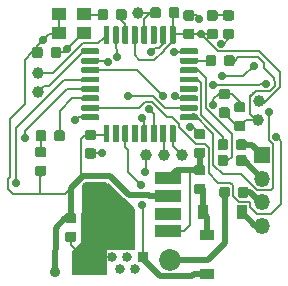
<source format=gbr>
%TF.GenerationSoftware,KiCad,Pcbnew,(5.1.5)-3*%
%TF.CreationDate,2020-05-01T16:03:37+02:00*%
%TF.ProjectId,SX1280_module,53583132-3830-45f6-9d6f-64756c652e6b,rev?*%
%TF.SameCoordinates,Original*%
%TF.FileFunction,Copper,L1,Top*%
%TF.FilePolarity,Positive*%
%FSLAX46Y46*%
G04 Gerber Fmt 4.6, Leading zero omitted, Abs format (unit mm)*
G04 Created by KiCad (PCBNEW (5.1.5)-3) date 2020-05-01 16:03:37*
%MOMM*%
%LPD*%
G04 APERTURE LIST*
%TA.AperFunction,ComponentPad*%
%ADD10C,1.850000*%
%TD*%
%TA.AperFunction,ComponentPad*%
%ADD11C,0.840000*%
%TD*%
%TA.AperFunction,ComponentPad*%
%ADD12R,0.840000X0.840000*%
%TD*%
%TA.AperFunction,BGAPad,CuDef*%
%ADD13C,1.000000*%
%TD*%
%TA.AperFunction,SMDPad,CuDef*%
%ADD14C,0.100000*%
%TD*%
%TA.AperFunction,ComponentPad*%
%ADD15O,1.350000X1.350000*%
%TD*%
%TA.AperFunction,ComponentPad*%
%ADD16R,1.350000X1.350000*%
%TD*%
%TA.AperFunction,SMDPad,CuDef*%
%ADD17R,1.300000X1.100000*%
%TD*%
%TA.AperFunction,SMDPad,CuDef*%
%ADD18R,2.200000X1.000000*%
%TD*%
%TA.AperFunction,SMDPad,CuDef*%
%ADD19R,1.800000X3.400000*%
%TD*%
%TA.AperFunction,SMDPad,CuDef*%
%ADD20R,1.200000X0.900000*%
%TD*%
%TA.AperFunction,SMDPad,CuDef*%
%ADD21R,0.900000X1.200000*%
%TD*%
%TA.AperFunction,ViaPad*%
%ADD22C,0.700000*%
%TD*%
%TA.AperFunction,ViaPad*%
%ADD23C,0.900000*%
%TD*%
%TA.AperFunction,Conductor*%
%ADD24C,0.500000*%
%TD*%
%TA.AperFunction,Conductor*%
%ADD25C,0.203200*%
%TD*%
%TA.AperFunction,Conductor*%
%ADD26C,0.203000*%
%TD*%
G04 APERTURE END LIST*
D10*
%TO.P,J2,6*%
%TO.N,GND*%
X114125000Y-120870000D03*
X121275000Y-120870000D03*
D11*
%TO.P,J2,5*%
X116400000Y-120650000D03*
%TO.P,J2,4*%
%TO.N,N/C*%
X117050000Y-121650000D03*
%TO.P,J2,3*%
%TO.N,/USB_DP*%
X117700000Y-120650000D03*
%TO.P,J2,2*%
%TO.N,/USB_DM*%
X118350000Y-121650000D03*
D12*
%TO.P,J2,1*%
%TO.N,/USBVDD*%
X119000000Y-120650000D03*
%TD*%
D13*
%TO.P,TP8,1*%
%TO.N,/U2RX*%
X110149600Y-106642400D03*
%TD*%
%TO.P,TP7,1*%
%TO.N,/U2TX*%
X110149600Y-105067600D03*
%TD*%
%TO.P,TP6,1*%
%TO.N,GND*%
X119242800Y-111976400D03*
%TD*%
%TO.P,TP5,1*%
%TO.N,/SWCLK*%
X122290800Y-111976400D03*
%TD*%
%TO.P,TP4,1*%
%TO.N,/SWDIO*%
X120766800Y-111976400D03*
%TD*%
%TO.P,TP3,1*%
%TO.N,Net-(R5-Pad1)*%
X118633200Y-99987600D03*
%TD*%
%TO.P,TP2,1*%
%TO.N,Net-(C2-Pad2)*%
X128793200Y-109030000D03*
%TD*%
%TO.P,TP1,1*%
%TO.N,+3V3*%
X128844000Y-107404400D03*
%TD*%
%TA.AperFunction,SMDPad,CuDef*%
D14*
%TO.P,R20,2*%
%TO.N,Net-(D4-Pad2)*%
G36*
X125159291Y-99728853D02*
G01*
X125180526Y-99732003D01*
X125201350Y-99737219D01*
X125221562Y-99744451D01*
X125240968Y-99753630D01*
X125259381Y-99764666D01*
X125276624Y-99777454D01*
X125292530Y-99791870D01*
X125306946Y-99807776D01*
X125319734Y-99825019D01*
X125330770Y-99843432D01*
X125339949Y-99862838D01*
X125347181Y-99883050D01*
X125352397Y-99903874D01*
X125355547Y-99925109D01*
X125356600Y-99946550D01*
X125356600Y-100384050D01*
X125355547Y-100405491D01*
X125352397Y-100426726D01*
X125347181Y-100447550D01*
X125339949Y-100467762D01*
X125330770Y-100487168D01*
X125319734Y-100505581D01*
X125306946Y-100522824D01*
X125292530Y-100538730D01*
X125276624Y-100553146D01*
X125259381Y-100565934D01*
X125240968Y-100576970D01*
X125221562Y-100586149D01*
X125201350Y-100593381D01*
X125180526Y-100598597D01*
X125159291Y-100601747D01*
X125137850Y-100602800D01*
X124625350Y-100602800D01*
X124603909Y-100601747D01*
X124582674Y-100598597D01*
X124561850Y-100593381D01*
X124541638Y-100586149D01*
X124522232Y-100576970D01*
X124503819Y-100565934D01*
X124486576Y-100553146D01*
X124470670Y-100538730D01*
X124456254Y-100522824D01*
X124443466Y-100505581D01*
X124432430Y-100487168D01*
X124423251Y-100467762D01*
X124416019Y-100447550D01*
X124410803Y-100426726D01*
X124407653Y-100405491D01*
X124406600Y-100384050D01*
X124406600Y-99946550D01*
X124407653Y-99925109D01*
X124410803Y-99903874D01*
X124416019Y-99883050D01*
X124423251Y-99862838D01*
X124432430Y-99843432D01*
X124443466Y-99825019D01*
X124456254Y-99807776D01*
X124470670Y-99791870D01*
X124486576Y-99777454D01*
X124503819Y-99764666D01*
X124522232Y-99753630D01*
X124541638Y-99744451D01*
X124561850Y-99737219D01*
X124582674Y-99732003D01*
X124603909Y-99728853D01*
X124625350Y-99727800D01*
X125137850Y-99727800D01*
X125159291Y-99728853D01*
G37*
%TD.AperFunction*%
%TA.AperFunction,SMDPad,CuDef*%
%TO.P,R20,1*%
%TO.N,+3V3*%
G36*
X125159291Y-101303853D02*
G01*
X125180526Y-101307003D01*
X125201350Y-101312219D01*
X125221562Y-101319451D01*
X125240968Y-101328630D01*
X125259381Y-101339666D01*
X125276624Y-101352454D01*
X125292530Y-101366870D01*
X125306946Y-101382776D01*
X125319734Y-101400019D01*
X125330770Y-101418432D01*
X125339949Y-101437838D01*
X125347181Y-101458050D01*
X125352397Y-101478874D01*
X125355547Y-101500109D01*
X125356600Y-101521550D01*
X125356600Y-101959050D01*
X125355547Y-101980491D01*
X125352397Y-102001726D01*
X125347181Y-102022550D01*
X125339949Y-102042762D01*
X125330770Y-102062168D01*
X125319734Y-102080581D01*
X125306946Y-102097824D01*
X125292530Y-102113730D01*
X125276624Y-102128146D01*
X125259381Y-102140934D01*
X125240968Y-102151970D01*
X125221562Y-102161149D01*
X125201350Y-102168381D01*
X125180526Y-102173597D01*
X125159291Y-102176747D01*
X125137850Y-102177800D01*
X124625350Y-102177800D01*
X124603909Y-102176747D01*
X124582674Y-102173597D01*
X124561850Y-102168381D01*
X124541638Y-102161149D01*
X124522232Y-102151970D01*
X124503819Y-102140934D01*
X124486576Y-102128146D01*
X124470670Y-102113730D01*
X124456254Y-102097824D01*
X124443466Y-102080581D01*
X124432430Y-102062168D01*
X124423251Y-102042762D01*
X124416019Y-102022550D01*
X124410803Y-102001726D01*
X124407653Y-101980491D01*
X124406600Y-101959050D01*
X124406600Y-101521550D01*
X124407653Y-101500109D01*
X124410803Y-101478874D01*
X124416019Y-101458050D01*
X124423251Y-101437838D01*
X124432430Y-101418432D01*
X124443466Y-101400019D01*
X124456254Y-101382776D01*
X124470670Y-101366870D01*
X124486576Y-101352454D01*
X124503819Y-101339666D01*
X124522232Y-101328630D01*
X124541638Y-101319451D01*
X124561850Y-101312219D01*
X124582674Y-101307003D01*
X124603909Y-101303853D01*
X124625350Y-101302800D01*
X125137850Y-101302800D01*
X125159291Y-101303853D01*
G37*
%TD.AperFunction*%
%TD*%
%TA.AperFunction,SMDPad,CuDef*%
%TO.P,R19,2*%
%TO.N,Net-(D3-Pad2)*%
G36*
X110630491Y-111311253D02*
G01*
X110651726Y-111314403D01*
X110672550Y-111319619D01*
X110692762Y-111326851D01*
X110712168Y-111336030D01*
X110730581Y-111347066D01*
X110747824Y-111359854D01*
X110763730Y-111374270D01*
X110778146Y-111390176D01*
X110790934Y-111407419D01*
X110801970Y-111425832D01*
X110811149Y-111445238D01*
X110818381Y-111465450D01*
X110823597Y-111486274D01*
X110826747Y-111507509D01*
X110827800Y-111528950D01*
X110827800Y-111966450D01*
X110826747Y-111987891D01*
X110823597Y-112009126D01*
X110818381Y-112029950D01*
X110811149Y-112050162D01*
X110801970Y-112069568D01*
X110790934Y-112087981D01*
X110778146Y-112105224D01*
X110763730Y-112121130D01*
X110747824Y-112135546D01*
X110730581Y-112148334D01*
X110712168Y-112159370D01*
X110692762Y-112168549D01*
X110672550Y-112175781D01*
X110651726Y-112180997D01*
X110630491Y-112184147D01*
X110609050Y-112185200D01*
X110096550Y-112185200D01*
X110075109Y-112184147D01*
X110053874Y-112180997D01*
X110033050Y-112175781D01*
X110012838Y-112168549D01*
X109993432Y-112159370D01*
X109975019Y-112148334D01*
X109957776Y-112135546D01*
X109941870Y-112121130D01*
X109927454Y-112105224D01*
X109914666Y-112087981D01*
X109903630Y-112069568D01*
X109894451Y-112050162D01*
X109887219Y-112029950D01*
X109882003Y-112009126D01*
X109878853Y-111987891D01*
X109877800Y-111966450D01*
X109877800Y-111528950D01*
X109878853Y-111507509D01*
X109882003Y-111486274D01*
X109887219Y-111465450D01*
X109894451Y-111445238D01*
X109903630Y-111425832D01*
X109914666Y-111407419D01*
X109927454Y-111390176D01*
X109941870Y-111374270D01*
X109957776Y-111359854D01*
X109975019Y-111347066D01*
X109993432Y-111336030D01*
X110012838Y-111326851D01*
X110033050Y-111319619D01*
X110053874Y-111314403D01*
X110075109Y-111311253D01*
X110096550Y-111310200D01*
X110609050Y-111310200D01*
X110630491Y-111311253D01*
G37*
%TD.AperFunction*%
%TA.AperFunction,SMDPad,CuDef*%
%TO.P,R19,1*%
%TO.N,+3V3*%
G36*
X110630491Y-112886253D02*
G01*
X110651726Y-112889403D01*
X110672550Y-112894619D01*
X110692762Y-112901851D01*
X110712168Y-112911030D01*
X110730581Y-112922066D01*
X110747824Y-112934854D01*
X110763730Y-112949270D01*
X110778146Y-112965176D01*
X110790934Y-112982419D01*
X110801970Y-113000832D01*
X110811149Y-113020238D01*
X110818381Y-113040450D01*
X110823597Y-113061274D01*
X110826747Y-113082509D01*
X110827800Y-113103950D01*
X110827800Y-113541450D01*
X110826747Y-113562891D01*
X110823597Y-113584126D01*
X110818381Y-113604950D01*
X110811149Y-113625162D01*
X110801970Y-113644568D01*
X110790934Y-113662981D01*
X110778146Y-113680224D01*
X110763730Y-113696130D01*
X110747824Y-113710546D01*
X110730581Y-113723334D01*
X110712168Y-113734370D01*
X110692762Y-113743549D01*
X110672550Y-113750781D01*
X110651726Y-113755997D01*
X110630491Y-113759147D01*
X110609050Y-113760200D01*
X110096550Y-113760200D01*
X110075109Y-113759147D01*
X110053874Y-113755997D01*
X110033050Y-113750781D01*
X110012838Y-113743549D01*
X109993432Y-113734370D01*
X109975019Y-113723334D01*
X109957776Y-113710546D01*
X109941870Y-113696130D01*
X109927454Y-113680224D01*
X109914666Y-113662981D01*
X109903630Y-113644568D01*
X109894451Y-113625162D01*
X109887219Y-113604950D01*
X109882003Y-113584126D01*
X109878853Y-113562891D01*
X109877800Y-113541450D01*
X109877800Y-113103950D01*
X109878853Y-113082509D01*
X109882003Y-113061274D01*
X109887219Y-113040450D01*
X109894451Y-113020238D01*
X109903630Y-113000832D01*
X109914666Y-112982419D01*
X109927454Y-112965176D01*
X109941870Y-112949270D01*
X109957776Y-112934854D01*
X109975019Y-112922066D01*
X109993432Y-112911030D01*
X110012838Y-112901851D01*
X110033050Y-112894619D01*
X110053874Y-112889403D01*
X110075109Y-112886253D01*
X110096550Y-112885200D01*
X110609050Y-112885200D01*
X110630491Y-112886253D01*
G37*
%TD.AperFunction*%
%TD*%
D15*
%TO.P,J1,4*%
%TO.N,/VIN*%
X129098000Y-117976400D03*
%TO.P,J1,3*%
%TO.N,Net-(J1-Pad3)*%
X129098000Y-115976400D03*
%TO.P,J1,2*%
%TO.N,/U1RX*%
X129098000Y-113976400D03*
D16*
%TO.P,J1,1*%
%TO.N,/U1TX*%
X129098000Y-111976400D03*
%TD*%
%TA.AperFunction,SMDPad,CuDef*%
D14*
%TO.P,D4,2*%
%TO.N,Net-(D4-Pad2)*%
G36*
X126530891Y-99728853D02*
G01*
X126552126Y-99732003D01*
X126572950Y-99737219D01*
X126593162Y-99744451D01*
X126612568Y-99753630D01*
X126630981Y-99764666D01*
X126648224Y-99777454D01*
X126664130Y-99791870D01*
X126678546Y-99807776D01*
X126691334Y-99825019D01*
X126702370Y-99843432D01*
X126711549Y-99862838D01*
X126718781Y-99883050D01*
X126723997Y-99903874D01*
X126727147Y-99925109D01*
X126728200Y-99946550D01*
X126728200Y-100384050D01*
X126727147Y-100405491D01*
X126723997Y-100426726D01*
X126718781Y-100447550D01*
X126711549Y-100467762D01*
X126702370Y-100487168D01*
X126691334Y-100505581D01*
X126678546Y-100522824D01*
X126664130Y-100538730D01*
X126648224Y-100553146D01*
X126630981Y-100565934D01*
X126612568Y-100576970D01*
X126593162Y-100586149D01*
X126572950Y-100593381D01*
X126552126Y-100598597D01*
X126530891Y-100601747D01*
X126509450Y-100602800D01*
X125996950Y-100602800D01*
X125975509Y-100601747D01*
X125954274Y-100598597D01*
X125933450Y-100593381D01*
X125913238Y-100586149D01*
X125893832Y-100576970D01*
X125875419Y-100565934D01*
X125858176Y-100553146D01*
X125842270Y-100538730D01*
X125827854Y-100522824D01*
X125815066Y-100505581D01*
X125804030Y-100487168D01*
X125794851Y-100467762D01*
X125787619Y-100447550D01*
X125782403Y-100426726D01*
X125779253Y-100405491D01*
X125778200Y-100384050D01*
X125778200Y-99946550D01*
X125779253Y-99925109D01*
X125782403Y-99903874D01*
X125787619Y-99883050D01*
X125794851Y-99862838D01*
X125804030Y-99843432D01*
X125815066Y-99825019D01*
X125827854Y-99807776D01*
X125842270Y-99791870D01*
X125858176Y-99777454D01*
X125875419Y-99764666D01*
X125893832Y-99753630D01*
X125913238Y-99744451D01*
X125933450Y-99737219D01*
X125954274Y-99732003D01*
X125975509Y-99728853D01*
X125996950Y-99727800D01*
X126509450Y-99727800D01*
X126530891Y-99728853D01*
G37*
%TD.AperFunction*%
%TA.AperFunction,SMDPad,CuDef*%
%TO.P,D4,1*%
%TO.N,Net-(D4-Pad1)*%
G36*
X126530891Y-101303853D02*
G01*
X126552126Y-101307003D01*
X126572950Y-101312219D01*
X126593162Y-101319451D01*
X126612568Y-101328630D01*
X126630981Y-101339666D01*
X126648224Y-101352454D01*
X126664130Y-101366870D01*
X126678546Y-101382776D01*
X126691334Y-101400019D01*
X126702370Y-101418432D01*
X126711549Y-101437838D01*
X126718781Y-101458050D01*
X126723997Y-101478874D01*
X126727147Y-101500109D01*
X126728200Y-101521550D01*
X126728200Y-101959050D01*
X126727147Y-101980491D01*
X126723997Y-102001726D01*
X126718781Y-102022550D01*
X126711549Y-102042762D01*
X126702370Y-102062168D01*
X126691334Y-102080581D01*
X126678546Y-102097824D01*
X126664130Y-102113730D01*
X126648224Y-102128146D01*
X126630981Y-102140934D01*
X126612568Y-102151970D01*
X126593162Y-102161149D01*
X126572950Y-102168381D01*
X126552126Y-102173597D01*
X126530891Y-102176747D01*
X126509450Y-102177800D01*
X125996950Y-102177800D01*
X125975509Y-102176747D01*
X125954274Y-102173597D01*
X125933450Y-102168381D01*
X125913238Y-102161149D01*
X125893832Y-102151970D01*
X125875419Y-102140934D01*
X125858176Y-102128146D01*
X125842270Y-102113730D01*
X125827854Y-102097824D01*
X125815066Y-102080581D01*
X125804030Y-102062168D01*
X125794851Y-102042762D01*
X125787619Y-102022550D01*
X125782403Y-102001726D01*
X125779253Y-101980491D01*
X125778200Y-101959050D01*
X125778200Y-101521550D01*
X125779253Y-101500109D01*
X125782403Y-101478874D01*
X125787619Y-101458050D01*
X125794851Y-101437838D01*
X125804030Y-101418432D01*
X125815066Y-101400019D01*
X125827854Y-101382776D01*
X125842270Y-101366870D01*
X125858176Y-101352454D01*
X125875419Y-101339666D01*
X125893832Y-101328630D01*
X125913238Y-101319451D01*
X125933450Y-101312219D01*
X125954274Y-101307003D01*
X125975509Y-101303853D01*
X125996950Y-101302800D01*
X126509450Y-101302800D01*
X126530891Y-101303853D01*
G37*
%TD.AperFunction*%
%TD*%
%TA.AperFunction,SMDPad,CuDef*%
%TO.P,D3,2*%
%TO.N,Net-(D3-Pad2)*%
G36*
X110618291Y-109876853D02*
G01*
X110639526Y-109880003D01*
X110660350Y-109885219D01*
X110680562Y-109892451D01*
X110699968Y-109901630D01*
X110718381Y-109912666D01*
X110735624Y-109925454D01*
X110751530Y-109939870D01*
X110765946Y-109955776D01*
X110778734Y-109973019D01*
X110789770Y-109991432D01*
X110798949Y-110010838D01*
X110806181Y-110031050D01*
X110811397Y-110051874D01*
X110814547Y-110073109D01*
X110815600Y-110094550D01*
X110815600Y-110607050D01*
X110814547Y-110628491D01*
X110811397Y-110649726D01*
X110806181Y-110670550D01*
X110798949Y-110690762D01*
X110789770Y-110710168D01*
X110778734Y-110728581D01*
X110765946Y-110745824D01*
X110751530Y-110761730D01*
X110735624Y-110776146D01*
X110718381Y-110788934D01*
X110699968Y-110799970D01*
X110680562Y-110809149D01*
X110660350Y-110816381D01*
X110639526Y-110821597D01*
X110618291Y-110824747D01*
X110596850Y-110825800D01*
X110159350Y-110825800D01*
X110137909Y-110824747D01*
X110116674Y-110821597D01*
X110095850Y-110816381D01*
X110075638Y-110809149D01*
X110056232Y-110799970D01*
X110037819Y-110788934D01*
X110020576Y-110776146D01*
X110004670Y-110761730D01*
X109990254Y-110745824D01*
X109977466Y-110728581D01*
X109966430Y-110710168D01*
X109957251Y-110690762D01*
X109950019Y-110670550D01*
X109944803Y-110649726D01*
X109941653Y-110628491D01*
X109940600Y-110607050D01*
X109940600Y-110094550D01*
X109941653Y-110073109D01*
X109944803Y-110051874D01*
X109950019Y-110031050D01*
X109957251Y-110010838D01*
X109966430Y-109991432D01*
X109977466Y-109973019D01*
X109990254Y-109955776D01*
X110004670Y-109939870D01*
X110020576Y-109925454D01*
X110037819Y-109912666D01*
X110056232Y-109901630D01*
X110075638Y-109892451D01*
X110095850Y-109885219D01*
X110116674Y-109880003D01*
X110137909Y-109876853D01*
X110159350Y-109875800D01*
X110596850Y-109875800D01*
X110618291Y-109876853D01*
G37*
%TD.AperFunction*%
%TA.AperFunction,SMDPad,CuDef*%
%TO.P,D3,1*%
%TO.N,Net-(D3-Pad1)*%
G36*
X112193291Y-109876853D02*
G01*
X112214526Y-109880003D01*
X112235350Y-109885219D01*
X112255562Y-109892451D01*
X112274968Y-109901630D01*
X112293381Y-109912666D01*
X112310624Y-109925454D01*
X112326530Y-109939870D01*
X112340946Y-109955776D01*
X112353734Y-109973019D01*
X112364770Y-109991432D01*
X112373949Y-110010838D01*
X112381181Y-110031050D01*
X112386397Y-110051874D01*
X112389547Y-110073109D01*
X112390600Y-110094550D01*
X112390600Y-110607050D01*
X112389547Y-110628491D01*
X112386397Y-110649726D01*
X112381181Y-110670550D01*
X112373949Y-110690762D01*
X112364770Y-110710168D01*
X112353734Y-110728581D01*
X112340946Y-110745824D01*
X112326530Y-110761730D01*
X112310624Y-110776146D01*
X112293381Y-110788934D01*
X112274968Y-110799970D01*
X112255562Y-110809149D01*
X112235350Y-110816381D01*
X112214526Y-110821597D01*
X112193291Y-110824747D01*
X112171850Y-110825800D01*
X111734350Y-110825800D01*
X111712909Y-110824747D01*
X111691674Y-110821597D01*
X111670850Y-110816381D01*
X111650638Y-110809149D01*
X111631232Y-110799970D01*
X111612819Y-110788934D01*
X111595576Y-110776146D01*
X111579670Y-110761730D01*
X111565254Y-110745824D01*
X111552466Y-110728581D01*
X111541430Y-110710168D01*
X111532251Y-110690762D01*
X111525019Y-110670550D01*
X111519803Y-110649726D01*
X111516653Y-110628491D01*
X111515600Y-110607050D01*
X111515600Y-110094550D01*
X111516653Y-110073109D01*
X111519803Y-110051874D01*
X111525019Y-110031050D01*
X111532251Y-110010838D01*
X111541430Y-109991432D01*
X111552466Y-109973019D01*
X111565254Y-109955776D01*
X111579670Y-109939870D01*
X111595576Y-109925454D01*
X111612819Y-109912666D01*
X111631232Y-109901630D01*
X111650638Y-109892451D01*
X111670850Y-109885219D01*
X111691674Y-109880003D01*
X111712909Y-109876853D01*
X111734350Y-109875800D01*
X112171850Y-109875800D01*
X112193291Y-109876853D01*
G37*
%TD.AperFunction*%
%TD*%
D17*
%TO.P,X1,4*%
%TO.N,+3V3*%
X111893600Y-100026200D03*
%TO.P,X1,3*%
%TO.N,Net-(R15-Pad1)*%
X113993600Y-100026200D03*
%TO.P,X1,2*%
%TO.N,GND*%
X113993600Y-101676200D03*
%TO.P,X1,1*%
%TO.N,+3V3*%
X111893600Y-101676200D03*
%TD*%
%TA.AperFunction,SMDPad,CuDef*%
D14*
%TO.P,U2,32*%
%TO.N,GND*%
G36*
X123540652Y-102942002D02*
G01*
X123552786Y-102943802D01*
X123564686Y-102946782D01*
X123576235Y-102950915D01*
X123587325Y-102956160D01*
X123597846Y-102962466D01*
X123607699Y-102969774D01*
X123616788Y-102978012D01*
X123625026Y-102987101D01*
X123632334Y-102996954D01*
X123638640Y-103007475D01*
X123643885Y-103018565D01*
X123648018Y-103030114D01*
X123650998Y-103042014D01*
X123652798Y-103054148D01*
X123653400Y-103066400D01*
X123653400Y-103316400D01*
X123652798Y-103328652D01*
X123650998Y-103340786D01*
X123648018Y-103352686D01*
X123643885Y-103364235D01*
X123638640Y-103375325D01*
X123632334Y-103385846D01*
X123625026Y-103395699D01*
X123616788Y-103404788D01*
X123607699Y-103413026D01*
X123597846Y-103420334D01*
X123587325Y-103426640D01*
X123576235Y-103431885D01*
X123564686Y-103436018D01*
X123552786Y-103438998D01*
X123540652Y-103440798D01*
X123528400Y-103441400D01*
X122278400Y-103441400D01*
X122266148Y-103440798D01*
X122254014Y-103438998D01*
X122242114Y-103436018D01*
X122230565Y-103431885D01*
X122219475Y-103426640D01*
X122208954Y-103420334D01*
X122199101Y-103413026D01*
X122190012Y-103404788D01*
X122181774Y-103395699D01*
X122174466Y-103385846D01*
X122168160Y-103375325D01*
X122162915Y-103364235D01*
X122158782Y-103352686D01*
X122155802Y-103340786D01*
X122154002Y-103328652D01*
X122153400Y-103316400D01*
X122153400Y-103066400D01*
X122154002Y-103054148D01*
X122155802Y-103042014D01*
X122158782Y-103030114D01*
X122162915Y-103018565D01*
X122168160Y-103007475D01*
X122174466Y-102996954D01*
X122181774Y-102987101D01*
X122190012Y-102978012D01*
X122199101Y-102969774D01*
X122208954Y-102962466D01*
X122219475Y-102956160D01*
X122230565Y-102950915D01*
X122242114Y-102946782D01*
X122254014Y-102943802D01*
X122266148Y-102942002D01*
X122278400Y-102941400D01*
X123528400Y-102941400D01*
X123540652Y-102942002D01*
G37*
%TD.AperFunction*%
%TA.AperFunction,SMDPad,CuDef*%
%TO.P,U2,31*%
%TO.N,/BOOT0*%
G36*
X123540652Y-103742002D02*
G01*
X123552786Y-103743802D01*
X123564686Y-103746782D01*
X123576235Y-103750915D01*
X123587325Y-103756160D01*
X123597846Y-103762466D01*
X123607699Y-103769774D01*
X123616788Y-103778012D01*
X123625026Y-103787101D01*
X123632334Y-103796954D01*
X123638640Y-103807475D01*
X123643885Y-103818565D01*
X123648018Y-103830114D01*
X123650998Y-103842014D01*
X123652798Y-103854148D01*
X123653400Y-103866400D01*
X123653400Y-104116400D01*
X123652798Y-104128652D01*
X123650998Y-104140786D01*
X123648018Y-104152686D01*
X123643885Y-104164235D01*
X123638640Y-104175325D01*
X123632334Y-104185846D01*
X123625026Y-104195699D01*
X123616788Y-104204788D01*
X123607699Y-104213026D01*
X123597846Y-104220334D01*
X123587325Y-104226640D01*
X123576235Y-104231885D01*
X123564686Y-104236018D01*
X123552786Y-104238998D01*
X123540652Y-104240798D01*
X123528400Y-104241400D01*
X122278400Y-104241400D01*
X122266148Y-104240798D01*
X122254014Y-104238998D01*
X122242114Y-104236018D01*
X122230565Y-104231885D01*
X122219475Y-104226640D01*
X122208954Y-104220334D01*
X122199101Y-104213026D01*
X122190012Y-104204788D01*
X122181774Y-104195699D01*
X122174466Y-104185846D01*
X122168160Y-104175325D01*
X122162915Y-104164235D01*
X122158782Y-104152686D01*
X122155802Y-104140786D01*
X122154002Y-104128652D01*
X122153400Y-104116400D01*
X122153400Y-103866400D01*
X122154002Y-103854148D01*
X122155802Y-103842014D01*
X122158782Y-103830114D01*
X122162915Y-103818565D01*
X122168160Y-103807475D01*
X122174466Y-103796954D01*
X122181774Y-103787101D01*
X122190012Y-103778012D01*
X122199101Y-103769774D01*
X122208954Y-103762466D01*
X122219475Y-103756160D01*
X122230565Y-103750915D01*
X122242114Y-103746782D01*
X122254014Y-103743802D01*
X122266148Y-103742002D01*
X122278400Y-103741400D01*
X123528400Y-103741400D01*
X123540652Y-103742002D01*
G37*
%TD.AperFunction*%
%TA.AperFunction,SMDPad,CuDef*%
%TO.P,U2,30*%
%TO.N,Net-(R7-Pad1)*%
G36*
X123540652Y-104542002D02*
G01*
X123552786Y-104543802D01*
X123564686Y-104546782D01*
X123576235Y-104550915D01*
X123587325Y-104556160D01*
X123597846Y-104562466D01*
X123607699Y-104569774D01*
X123616788Y-104578012D01*
X123625026Y-104587101D01*
X123632334Y-104596954D01*
X123638640Y-104607475D01*
X123643885Y-104618565D01*
X123648018Y-104630114D01*
X123650998Y-104642014D01*
X123652798Y-104654148D01*
X123653400Y-104666400D01*
X123653400Y-104916400D01*
X123652798Y-104928652D01*
X123650998Y-104940786D01*
X123648018Y-104952686D01*
X123643885Y-104964235D01*
X123638640Y-104975325D01*
X123632334Y-104985846D01*
X123625026Y-104995699D01*
X123616788Y-105004788D01*
X123607699Y-105013026D01*
X123597846Y-105020334D01*
X123587325Y-105026640D01*
X123576235Y-105031885D01*
X123564686Y-105036018D01*
X123552786Y-105038998D01*
X123540652Y-105040798D01*
X123528400Y-105041400D01*
X122278400Y-105041400D01*
X122266148Y-105040798D01*
X122254014Y-105038998D01*
X122242114Y-105036018D01*
X122230565Y-105031885D01*
X122219475Y-105026640D01*
X122208954Y-105020334D01*
X122199101Y-105013026D01*
X122190012Y-105004788D01*
X122181774Y-104995699D01*
X122174466Y-104985846D01*
X122168160Y-104975325D01*
X122162915Y-104964235D01*
X122158782Y-104952686D01*
X122155802Y-104940786D01*
X122154002Y-104928652D01*
X122153400Y-104916400D01*
X122153400Y-104666400D01*
X122154002Y-104654148D01*
X122155802Y-104642014D01*
X122158782Y-104630114D01*
X122162915Y-104618565D01*
X122168160Y-104607475D01*
X122174466Y-104596954D01*
X122181774Y-104587101D01*
X122190012Y-104578012D01*
X122199101Y-104569774D01*
X122208954Y-104562466D01*
X122219475Y-104556160D01*
X122230565Y-104550915D01*
X122242114Y-104546782D01*
X122254014Y-104543802D01*
X122266148Y-104542002D01*
X122278400Y-104541400D01*
X123528400Y-104541400D01*
X123540652Y-104542002D01*
G37*
%TD.AperFunction*%
%TA.AperFunction,SMDPad,CuDef*%
%TO.P,U2,29*%
%TO.N,Net-(R6-Pad1)*%
G36*
X123540652Y-105342002D02*
G01*
X123552786Y-105343802D01*
X123564686Y-105346782D01*
X123576235Y-105350915D01*
X123587325Y-105356160D01*
X123597846Y-105362466D01*
X123607699Y-105369774D01*
X123616788Y-105378012D01*
X123625026Y-105387101D01*
X123632334Y-105396954D01*
X123638640Y-105407475D01*
X123643885Y-105418565D01*
X123648018Y-105430114D01*
X123650998Y-105442014D01*
X123652798Y-105454148D01*
X123653400Y-105466400D01*
X123653400Y-105716400D01*
X123652798Y-105728652D01*
X123650998Y-105740786D01*
X123648018Y-105752686D01*
X123643885Y-105764235D01*
X123638640Y-105775325D01*
X123632334Y-105785846D01*
X123625026Y-105795699D01*
X123616788Y-105804788D01*
X123607699Y-105813026D01*
X123597846Y-105820334D01*
X123587325Y-105826640D01*
X123576235Y-105831885D01*
X123564686Y-105836018D01*
X123552786Y-105838998D01*
X123540652Y-105840798D01*
X123528400Y-105841400D01*
X122278400Y-105841400D01*
X122266148Y-105840798D01*
X122254014Y-105838998D01*
X122242114Y-105836018D01*
X122230565Y-105831885D01*
X122219475Y-105826640D01*
X122208954Y-105820334D01*
X122199101Y-105813026D01*
X122190012Y-105804788D01*
X122181774Y-105795699D01*
X122174466Y-105785846D01*
X122168160Y-105775325D01*
X122162915Y-105764235D01*
X122158782Y-105752686D01*
X122155802Y-105740786D01*
X122154002Y-105728652D01*
X122153400Y-105716400D01*
X122153400Y-105466400D01*
X122154002Y-105454148D01*
X122155802Y-105442014D01*
X122158782Y-105430114D01*
X122162915Y-105418565D01*
X122168160Y-105407475D01*
X122174466Y-105396954D01*
X122181774Y-105387101D01*
X122190012Y-105378012D01*
X122199101Y-105369774D01*
X122208954Y-105362466D01*
X122219475Y-105356160D01*
X122230565Y-105350915D01*
X122242114Y-105346782D01*
X122254014Y-105343802D01*
X122266148Y-105342002D01*
X122278400Y-105341400D01*
X123528400Y-105341400D01*
X123540652Y-105342002D01*
G37*
%TD.AperFunction*%
%TA.AperFunction,SMDPad,CuDef*%
%TO.P,U2,28*%
%TO.N,N/C*%
G36*
X123540652Y-106142002D02*
G01*
X123552786Y-106143802D01*
X123564686Y-106146782D01*
X123576235Y-106150915D01*
X123587325Y-106156160D01*
X123597846Y-106162466D01*
X123607699Y-106169774D01*
X123616788Y-106178012D01*
X123625026Y-106187101D01*
X123632334Y-106196954D01*
X123638640Y-106207475D01*
X123643885Y-106218565D01*
X123648018Y-106230114D01*
X123650998Y-106242014D01*
X123652798Y-106254148D01*
X123653400Y-106266400D01*
X123653400Y-106516400D01*
X123652798Y-106528652D01*
X123650998Y-106540786D01*
X123648018Y-106552686D01*
X123643885Y-106564235D01*
X123638640Y-106575325D01*
X123632334Y-106585846D01*
X123625026Y-106595699D01*
X123616788Y-106604788D01*
X123607699Y-106613026D01*
X123597846Y-106620334D01*
X123587325Y-106626640D01*
X123576235Y-106631885D01*
X123564686Y-106636018D01*
X123552786Y-106638998D01*
X123540652Y-106640798D01*
X123528400Y-106641400D01*
X122278400Y-106641400D01*
X122266148Y-106640798D01*
X122254014Y-106638998D01*
X122242114Y-106636018D01*
X122230565Y-106631885D01*
X122219475Y-106626640D01*
X122208954Y-106620334D01*
X122199101Y-106613026D01*
X122190012Y-106604788D01*
X122181774Y-106595699D01*
X122174466Y-106585846D01*
X122168160Y-106575325D01*
X122162915Y-106564235D01*
X122158782Y-106552686D01*
X122155802Y-106540786D01*
X122154002Y-106528652D01*
X122153400Y-106516400D01*
X122153400Y-106266400D01*
X122154002Y-106254148D01*
X122155802Y-106242014D01*
X122158782Y-106230114D01*
X122162915Y-106218565D01*
X122168160Y-106207475D01*
X122174466Y-106196954D01*
X122181774Y-106187101D01*
X122190012Y-106178012D01*
X122199101Y-106169774D01*
X122208954Y-106162466D01*
X122219475Y-106156160D01*
X122230565Y-106150915D01*
X122242114Y-106146782D01*
X122254014Y-106143802D01*
X122266148Y-106142002D01*
X122278400Y-106141400D01*
X123528400Y-106141400D01*
X123540652Y-106142002D01*
G37*
%TD.AperFunction*%
%TA.AperFunction,SMDPad,CuDef*%
%TO.P,U2,27*%
%TO.N,/SX1280_TXEN*%
G36*
X123540652Y-106942002D02*
G01*
X123552786Y-106943802D01*
X123564686Y-106946782D01*
X123576235Y-106950915D01*
X123587325Y-106956160D01*
X123597846Y-106962466D01*
X123607699Y-106969774D01*
X123616788Y-106978012D01*
X123625026Y-106987101D01*
X123632334Y-106996954D01*
X123638640Y-107007475D01*
X123643885Y-107018565D01*
X123648018Y-107030114D01*
X123650998Y-107042014D01*
X123652798Y-107054148D01*
X123653400Y-107066400D01*
X123653400Y-107316400D01*
X123652798Y-107328652D01*
X123650998Y-107340786D01*
X123648018Y-107352686D01*
X123643885Y-107364235D01*
X123638640Y-107375325D01*
X123632334Y-107385846D01*
X123625026Y-107395699D01*
X123616788Y-107404788D01*
X123607699Y-107413026D01*
X123597846Y-107420334D01*
X123587325Y-107426640D01*
X123576235Y-107431885D01*
X123564686Y-107436018D01*
X123552786Y-107438998D01*
X123540652Y-107440798D01*
X123528400Y-107441400D01*
X122278400Y-107441400D01*
X122266148Y-107440798D01*
X122254014Y-107438998D01*
X122242114Y-107436018D01*
X122230565Y-107431885D01*
X122219475Y-107426640D01*
X122208954Y-107420334D01*
X122199101Y-107413026D01*
X122190012Y-107404788D01*
X122181774Y-107395699D01*
X122174466Y-107385846D01*
X122168160Y-107375325D01*
X122162915Y-107364235D01*
X122158782Y-107352686D01*
X122155802Y-107340786D01*
X122154002Y-107328652D01*
X122153400Y-107316400D01*
X122153400Y-107066400D01*
X122154002Y-107054148D01*
X122155802Y-107042014D01*
X122158782Y-107030114D01*
X122162915Y-107018565D01*
X122168160Y-107007475D01*
X122174466Y-106996954D01*
X122181774Y-106987101D01*
X122190012Y-106978012D01*
X122199101Y-106969774D01*
X122208954Y-106962466D01*
X122219475Y-106956160D01*
X122230565Y-106950915D01*
X122242114Y-106946782D01*
X122254014Y-106943802D01*
X122266148Y-106942002D01*
X122278400Y-106941400D01*
X123528400Y-106941400D01*
X123540652Y-106942002D01*
G37*
%TD.AperFunction*%
%TA.AperFunction,SMDPad,CuDef*%
%TO.P,U2,26*%
%TO.N,/SX1280_RXEN*%
G36*
X123540652Y-107742002D02*
G01*
X123552786Y-107743802D01*
X123564686Y-107746782D01*
X123576235Y-107750915D01*
X123587325Y-107756160D01*
X123597846Y-107762466D01*
X123607699Y-107769774D01*
X123616788Y-107778012D01*
X123625026Y-107787101D01*
X123632334Y-107796954D01*
X123638640Y-107807475D01*
X123643885Y-107818565D01*
X123648018Y-107830114D01*
X123650998Y-107842014D01*
X123652798Y-107854148D01*
X123653400Y-107866400D01*
X123653400Y-108116400D01*
X123652798Y-108128652D01*
X123650998Y-108140786D01*
X123648018Y-108152686D01*
X123643885Y-108164235D01*
X123638640Y-108175325D01*
X123632334Y-108185846D01*
X123625026Y-108195699D01*
X123616788Y-108204788D01*
X123607699Y-108213026D01*
X123597846Y-108220334D01*
X123587325Y-108226640D01*
X123576235Y-108231885D01*
X123564686Y-108236018D01*
X123552786Y-108238998D01*
X123540652Y-108240798D01*
X123528400Y-108241400D01*
X122278400Y-108241400D01*
X122266148Y-108240798D01*
X122254014Y-108238998D01*
X122242114Y-108236018D01*
X122230565Y-108231885D01*
X122219475Y-108226640D01*
X122208954Y-108220334D01*
X122199101Y-108213026D01*
X122190012Y-108204788D01*
X122181774Y-108195699D01*
X122174466Y-108185846D01*
X122168160Y-108175325D01*
X122162915Y-108164235D01*
X122158782Y-108152686D01*
X122155802Y-108140786D01*
X122154002Y-108128652D01*
X122153400Y-108116400D01*
X122153400Y-107866400D01*
X122154002Y-107854148D01*
X122155802Y-107842014D01*
X122158782Y-107830114D01*
X122162915Y-107818565D01*
X122168160Y-107807475D01*
X122174466Y-107796954D01*
X122181774Y-107787101D01*
X122190012Y-107778012D01*
X122199101Y-107769774D01*
X122208954Y-107762466D01*
X122219475Y-107756160D01*
X122230565Y-107750915D01*
X122242114Y-107746782D01*
X122254014Y-107743802D01*
X122266148Y-107742002D01*
X122278400Y-107741400D01*
X123528400Y-107741400D01*
X123540652Y-107742002D01*
G37*
%TD.AperFunction*%
%TA.AperFunction,SMDPad,CuDef*%
%TO.P,U2,25*%
%TO.N,/SX1280_BUSY*%
G36*
X123540652Y-108542002D02*
G01*
X123552786Y-108543802D01*
X123564686Y-108546782D01*
X123576235Y-108550915D01*
X123587325Y-108556160D01*
X123597846Y-108562466D01*
X123607699Y-108569774D01*
X123616788Y-108578012D01*
X123625026Y-108587101D01*
X123632334Y-108596954D01*
X123638640Y-108607475D01*
X123643885Y-108618565D01*
X123648018Y-108630114D01*
X123650998Y-108642014D01*
X123652798Y-108654148D01*
X123653400Y-108666400D01*
X123653400Y-108916400D01*
X123652798Y-108928652D01*
X123650998Y-108940786D01*
X123648018Y-108952686D01*
X123643885Y-108964235D01*
X123638640Y-108975325D01*
X123632334Y-108985846D01*
X123625026Y-108995699D01*
X123616788Y-109004788D01*
X123607699Y-109013026D01*
X123597846Y-109020334D01*
X123587325Y-109026640D01*
X123576235Y-109031885D01*
X123564686Y-109036018D01*
X123552786Y-109038998D01*
X123540652Y-109040798D01*
X123528400Y-109041400D01*
X122278400Y-109041400D01*
X122266148Y-109040798D01*
X122254014Y-109038998D01*
X122242114Y-109036018D01*
X122230565Y-109031885D01*
X122219475Y-109026640D01*
X122208954Y-109020334D01*
X122199101Y-109013026D01*
X122190012Y-109004788D01*
X122181774Y-108995699D01*
X122174466Y-108985846D01*
X122168160Y-108975325D01*
X122162915Y-108964235D01*
X122158782Y-108952686D01*
X122155802Y-108940786D01*
X122154002Y-108928652D01*
X122153400Y-108916400D01*
X122153400Y-108666400D01*
X122154002Y-108654148D01*
X122155802Y-108642014D01*
X122158782Y-108630114D01*
X122162915Y-108618565D01*
X122168160Y-108607475D01*
X122174466Y-108596954D01*
X122181774Y-108587101D01*
X122190012Y-108578012D01*
X122199101Y-108569774D01*
X122208954Y-108562466D01*
X122219475Y-108556160D01*
X122230565Y-108550915D01*
X122242114Y-108546782D01*
X122254014Y-108543802D01*
X122266148Y-108542002D01*
X122278400Y-108541400D01*
X123528400Y-108541400D01*
X123540652Y-108542002D01*
G37*
%TD.AperFunction*%
%TA.AperFunction,SMDPad,CuDef*%
%TO.P,U2,24*%
%TO.N,/SWCLK*%
G36*
X121665652Y-109417002D02*
G01*
X121677786Y-109418802D01*
X121689686Y-109421782D01*
X121701235Y-109425915D01*
X121712325Y-109431160D01*
X121722846Y-109437466D01*
X121732699Y-109444774D01*
X121741788Y-109453012D01*
X121750026Y-109462101D01*
X121757334Y-109471954D01*
X121763640Y-109482475D01*
X121768885Y-109493565D01*
X121773018Y-109505114D01*
X121775998Y-109517014D01*
X121777798Y-109529148D01*
X121778400Y-109541400D01*
X121778400Y-110791400D01*
X121777798Y-110803652D01*
X121775998Y-110815786D01*
X121773018Y-110827686D01*
X121768885Y-110839235D01*
X121763640Y-110850325D01*
X121757334Y-110860846D01*
X121750026Y-110870699D01*
X121741788Y-110879788D01*
X121732699Y-110888026D01*
X121722846Y-110895334D01*
X121712325Y-110901640D01*
X121701235Y-110906885D01*
X121689686Y-110911018D01*
X121677786Y-110913998D01*
X121665652Y-110915798D01*
X121653400Y-110916400D01*
X121403400Y-110916400D01*
X121391148Y-110915798D01*
X121379014Y-110913998D01*
X121367114Y-110911018D01*
X121355565Y-110906885D01*
X121344475Y-110901640D01*
X121333954Y-110895334D01*
X121324101Y-110888026D01*
X121315012Y-110879788D01*
X121306774Y-110870699D01*
X121299466Y-110860846D01*
X121293160Y-110850325D01*
X121287915Y-110839235D01*
X121283782Y-110827686D01*
X121280802Y-110815786D01*
X121279002Y-110803652D01*
X121278400Y-110791400D01*
X121278400Y-109541400D01*
X121279002Y-109529148D01*
X121280802Y-109517014D01*
X121283782Y-109505114D01*
X121287915Y-109493565D01*
X121293160Y-109482475D01*
X121299466Y-109471954D01*
X121306774Y-109462101D01*
X121315012Y-109453012D01*
X121324101Y-109444774D01*
X121333954Y-109437466D01*
X121344475Y-109431160D01*
X121355565Y-109425915D01*
X121367114Y-109421782D01*
X121379014Y-109418802D01*
X121391148Y-109417002D01*
X121403400Y-109416400D01*
X121653400Y-109416400D01*
X121665652Y-109417002D01*
G37*
%TD.AperFunction*%
%TA.AperFunction,SMDPad,CuDef*%
%TO.P,U2,23*%
%TO.N,/SWDIO*%
G36*
X120865652Y-109417002D02*
G01*
X120877786Y-109418802D01*
X120889686Y-109421782D01*
X120901235Y-109425915D01*
X120912325Y-109431160D01*
X120922846Y-109437466D01*
X120932699Y-109444774D01*
X120941788Y-109453012D01*
X120950026Y-109462101D01*
X120957334Y-109471954D01*
X120963640Y-109482475D01*
X120968885Y-109493565D01*
X120973018Y-109505114D01*
X120975998Y-109517014D01*
X120977798Y-109529148D01*
X120978400Y-109541400D01*
X120978400Y-110791400D01*
X120977798Y-110803652D01*
X120975998Y-110815786D01*
X120973018Y-110827686D01*
X120968885Y-110839235D01*
X120963640Y-110850325D01*
X120957334Y-110860846D01*
X120950026Y-110870699D01*
X120941788Y-110879788D01*
X120932699Y-110888026D01*
X120922846Y-110895334D01*
X120912325Y-110901640D01*
X120901235Y-110906885D01*
X120889686Y-110911018D01*
X120877786Y-110913998D01*
X120865652Y-110915798D01*
X120853400Y-110916400D01*
X120603400Y-110916400D01*
X120591148Y-110915798D01*
X120579014Y-110913998D01*
X120567114Y-110911018D01*
X120555565Y-110906885D01*
X120544475Y-110901640D01*
X120533954Y-110895334D01*
X120524101Y-110888026D01*
X120515012Y-110879788D01*
X120506774Y-110870699D01*
X120499466Y-110860846D01*
X120493160Y-110850325D01*
X120487915Y-110839235D01*
X120483782Y-110827686D01*
X120480802Y-110815786D01*
X120479002Y-110803652D01*
X120478400Y-110791400D01*
X120478400Y-109541400D01*
X120479002Y-109529148D01*
X120480802Y-109517014D01*
X120483782Y-109505114D01*
X120487915Y-109493565D01*
X120493160Y-109482475D01*
X120499466Y-109471954D01*
X120506774Y-109462101D01*
X120515012Y-109453012D01*
X120524101Y-109444774D01*
X120533954Y-109437466D01*
X120544475Y-109431160D01*
X120555565Y-109425915D01*
X120567114Y-109421782D01*
X120579014Y-109418802D01*
X120591148Y-109417002D01*
X120603400Y-109416400D01*
X120853400Y-109416400D01*
X120865652Y-109417002D01*
G37*
%TD.AperFunction*%
%TA.AperFunction,SMDPad,CuDef*%
%TO.P,U2,22*%
%TO.N,/USB_DP*%
G36*
X120065652Y-109417002D02*
G01*
X120077786Y-109418802D01*
X120089686Y-109421782D01*
X120101235Y-109425915D01*
X120112325Y-109431160D01*
X120122846Y-109437466D01*
X120132699Y-109444774D01*
X120141788Y-109453012D01*
X120150026Y-109462101D01*
X120157334Y-109471954D01*
X120163640Y-109482475D01*
X120168885Y-109493565D01*
X120173018Y-109505114D01*
X120175998Y-109517014D01*
X120177798Y-109529148D01*
X120178400Y-109541400D01*
X120178400Y-110791400D01*
X120177798Y-110803652D01*
X120175998Y-110815786D01*
X120173018Y-110827686D01*
X120168885Y-110839235D01*
X120163640Y-110850325D01*
X120157334Y-110860846D01*
X120150026Y-110870699D01*
X120141788Y-110879788D01*
X120132699Y-110888026D01*
X120122846Y-110895334D01*
X120112325Y-110901640D01*
X120101235Y-110906885D01*
X120089686Y-110911018D01*
X120077786Y-110913998D01*
X120065652Y-110915798D01*
X120053400Y-110916400D01*
X119803400Y-110916400D01*
X119791148Y-110915798D01*
X119779014Y-110913998D01*
X119767114Y-110911018D01*
X119755565Y-110906885D01*
X119744475Y-110901640D01*
X119733954Y-110895334D01*
X119724101Y-110888026D01*
X119715012Y-110879788D01*
X119706774Y-110870699D01*
X119699466Y-110860846D01*
X119693160Y-110850325D01*
X119687915Y-110839235D01*
X119683782Y-110827686D01*
X119680802Y-110815786D01*
X119679002Y-110803652D01*
X119678400Y-110791400D01*
X119678400Y-109541400D01*
X119679002Y-109529148D01*
X119680802Y-109517014D01*
X119683782Y-109505114D01*
X119687915Y-109493565D01*
X119693160Y-109482475D01*
X119699466Y-109471954D01*
X119706774Y-109462101D01*
X119715012Y-109453012D01*
X119724101Y-109444774D01*
X119733954Y-109437466D01*
X119744475Y-109431160D01*
X119755565Y-109425915D01*
X119767114Y-109421782D01*
X119779014Y-109418802D01*
X119791148Y-109417002D01*
X119803400Y-109416400D01*
X120053400Y-109416400D01*
X120065652Y-109417002D01*
G37*
%TD.AperFunction*%
%TA.AperFunction,SMDPad,CuDef*%
%TO.P,U2,21*%
%TO.N,/USB_DM*%
G36*
X119265652Y-109417002D02*
G01*
X119277786Y-109418802D01*
X119289686Y-109421782D01*
X119301235Y-109425915D01*
X119312325Y-109431160D01*
X119322846Y-109437466D01*
X119332699Y-109444774D01*
X119341788Y-109453012D01*
X119350026Y-109462101D01*
X119357334Y-109471954D01*
X119363640Y-109482475D01*
X119368885Y-109493565D01*
X119373018Y-109505114D01*
X119375998Y-109517014D01*
X119377798Y-109529148D01*
X119378400Y-109541400D01*
X119378400Y-110791400D01*
X119377798Y-110803652D01*
X119375998Y-110815786D01*
X119373018Y-110827686D01*
X119368885Y-110839235D01*
X119363640Y-110850325D01*
X119357334Y-110860846D01*
X119350026Y-110870699D01*
X119341788Y-110879788D01*
X119332699Y-110888026D01*
X119322846Y-110895334D01*
X119312325Y-110901640D01*
X119301235Y-110906885D01*
X119289686Y-110911018D01*
X119277786Y-110913998D01*
X119265652Y-110915798D01*
X119253400Y-110916400D01*
X119003400Y-110916400D01*
X118991148Y-110915798D01*
X118979014Y-110913998D01*
X118967114Y-110911018D01*
X118955565Y-110906885D01*
X118944475Y-110901640D01*
X118933954Y-110895334D01*
X118924101Y-110888026D01*
X118915012Y-110879788D01*
X118906774Y-110870699D01*
X118899466Y-110860846D01*
X118893160Y-110850325D01*
X118887915Y-110839235D01*
X118883782Y-110827686D01*
X118880802Y-110815786D01*
X118879002Y-110803652D01*
X118878400Y-110791400D01*
X118878400Y-109541400D01*
X118879002Y-109529148D01*
X118880802Y-109517014D01*
X118883782Y-109505114D01*
X118887915Y-109493565D01*
X118893160Y-109482475D01*
X118899466Y-109471954D01*
X118906774Y-109462101D01*
X118915012Y-109453012D01*
X118924101Y-109444774D01*
X118933954Y-109437466D01*
X118944475Y-109431160D01*
X118955565Y-109425915D01*
X118967114Y-109421782D01*
X118979014Y-109418802D01*
X118991148Y-109417002D01*
X119003400Y-109416400D01*
X119253400Y-109416400D01*
X119265652Y-109417002D01*
G37*
%TD.AperFunction*%
%TA.AperFunction,SMDPad,CuDef*%
%TO.P,U2,20*%
%TO.N,N/C*%
G36*
X118465652Y-109417002D02*
G01*
X118477786Y-109418802D01*
X118489686Y-109421782D01*
X118501235Y-109425915D01*
X118512325Y-109431160D01*
X118522846Y-109437466D01*
X118532699Y-109444774D01*
X118541788Y-109453012D01*
X118550026Y-109462101D01*
X118557334Y-109471954D01*
X118563640Y-109482475D01*
X118568885Y-109493565D01*
X118573018Y-109505114D01*
X118575998Y-109517014D01*
X118577798Y-109529148D01*
X118578400Y-109541400D01*
X118578400Y-110791400D01*
X118577798Y-110803652D01*
X118575998Y-110815786D01*
X118573018Y-110827686D01*
X118568885Y-110839235D01*
X118563640Y-110850325D01*
X118557334Y-110860846D01*
X118550026Y-110870699D01*
X118541788Y-110879788D01*
X118532699Y-110888026D01*
X118522846Y-110895334D01*
X118512325Y-110901640D01*
X118501235Y-110906885D01*
X118489686Y-110911018D01*
X118477786Y-110913998D01*
X118465652Y-110915798D01*
X118453400Y-110916400D01*
X118203400Y-110916400D01*
X118191148Y-110915798D01*
X118179014Y-110913998D01*
X118167114Y-110911018D01*
X118155565Y-110906885D01*
X118144475Y-110901640D01*
X118133954Y-110895334D01*
X118124101Y-110888026D01*
X118115012Y-110879788D01*
X118106774Y-110870699D01*
X118099466Y-110860846D01*
X118093160Y-110850325D01*
X118087915Y-110839235D01*
X118083782Y-110827686D01*
X118080802Y-110815786D01*
X118079002Y-110803652D01*
X118078400Y-110791400D01*
X118078400Y-109541400D01*
X118079002Y-109529148D01*
X118080802Y-109517014D01*
X118083782Y-109505114D01*
X118087915Y-109493565D01*
X118093160Y-109482475D01*
X118099466Y-109471954D01*
X118106774Y-109462101D01*
X118115012Y-109453012D01*
X118124101Y-109444774D01*
X118133954Y-109437466D01*
X118144475Y-109431160D01*
X118155565Y-109425915D01*
X118167114Y-109421782D01*
X118179014Y-109418802D01*
X118191148Y-109417002D01*
X118203400Y-109416400D01*
X118453400Y-109416400D01*
X118465652Y-109417002D01*
G37*
%TD.AperFunction*%
%TA.AperFunction,SMDPad,CuDef*%
%TO.P,U2,19*%
%TO.N,/USBVDD*%
G36*
X117665652Y-109417002D02*
G01*
X117677786Y-109418802D01*
X117689686Y-109421782D01*
X117701235Y-109425915D01*
X117712325Y-109431160D01*
X117722846Y-109437466D01*
X117732699Y-109444774D01*
X117741788Y-109453012D01*
X117750026Y-109462101D01*
X117757334Y-109471954D01*
X117763640Y-109482475D01*
X117768885Y-109493565D01*
X117773018Y-109505114D01*
X117775998Y-109517014D01*
X117777798Y-109529148D01*
X117778400Y-109541400D01*
X117778400Y-110791400D01*
X117777798Y-110803652D01*
X117775998Y-110815786D01*
X117773018Y-110827686D01*
X117768885Y-110839235D01*
X117763640Y-110850325D01*
X117757334Y-110860846D01*
X117750026Y-110870699D01*
X117741788Y-110879788D01*
X117732699Y-110888026D01*
X117722846Y-110895334D01*
X117712325Y-110901640D01*
X117701235Y-110906885D01*
X117689686Y-110911018D01*
X117677786Y-110913998D01*
X117665652Y-110915798D01*
X117653400Y-110916400D01*
X117403400Y-110916400D01*
X117391148Y-110915798D01*
X117379014Y-110913998D01*
X117367114Y-110911018D01*
X117355565Y-110906885D01*
X117344475Y-110901640D01*
X117333954Y-110895334D01*
X117324101Y-110888026D01*
X117315012Y-110879788D01*
X117306774Y-110870699D01*
X117299466Y-110860846D01*
X117293160Y-110850325D01*
X117287915Y-110839235D01*
X117283782Y-110827686D01*
X117280802Y-110815786D01*
X117279002Y-110803652D01*
X117278400Y-110791400D01*
X117278400Y-109541400D01*
X117279002Y-109529148D01*
X117280802Y-109517014D01*
X117283782Y-109505114D01*
X117287915Y-109493565D01*
X117293160Y-109482475D01*
X117299466Y-109471954D01*
X117306774Y-109462101D01*
X117315012Y-109453012D01*
X117324101Y-109444774D01*
X117333954Y-109437466D01*
X117344475Y-109431160D01*
X117355565Y-109425915D01*
X117367114Y-109421782D01*
X117379014Y-109418802D01*
X117391148Y-109417002D01*
X117403400Y-109416400D01*
X117653400Y-109416400D01*
X117665652Y-109417002D01*
G37*
%TD.AperFunction*%
%TA.AperFunction,SMDPad,CuDef*%
%TO.P,U2,18*%
%TO.N,N/C*%
G36*
X116865652Y-109417002D02*
G01*
X116877786Y-109418802D01*
X116889686Y-109421782D01*
X116901235Y-109425915D01*
X116912325Y-109431160D01*
X116922846Y-109437466D01*
X116932699Y-109444774D01*
X116941788Y-109453012D01*
X116950026Y-109462101D01*
X116957334Y-109471954D01*
X116963640Y-109482475D01*
X116968885Y-109493565D01*
X116973018Y-109505114D01*
X116975998Y-109517014D01*
X116977798Y-109529148D01*
X116978400Y-109541400D01*
X116978400Y-110791400D01*
X116977798Y-110803652D01*
X116975998Y-110815786D01*
X116973018Y-110827686D01*
X116968885Y-110839235D01*
X116963640Y-110850325D01*
X116957334Y-110860846D01*
X116950026Y-110870699D01*
X116941788Y-110879788D01*
X116932699Y-110888026D01*
X116922846Y-110895334D01*
X116912325Y-110901640D01*
X116901235Y-110906885D01*
X116889686Y-110911018D01*
X116877786Y-110913998D01*
X116865652Y-110915798D01*
X116853400Y-110916400D01*
X116603400Y-110916400D01*
X116591148Y-110915798D01*
X116579014Y-110913998D01*
X116567114Y-110911018D01*
X116555565Y-110906885D01*
X116544475Y-110901640D01*
X116533954Y-110895334D01*
X116524101Y-110888026D01*
X116515012Y-110879788D01*
X116506774Y-110870699D01*
X116499466Y-110860846D01*
X116493160Y-110850325D01*
X116487915Y-110839235D01*
X116483782Y-110827686D01*
X116480802Y-110815786D01*
X116479002Y-110803652D01*
X116478400Y-110791400D01*
X116478400Y-109541400D01*
X116479002Y-109529148D01*
X116480802Y-109517014D01*
X116483782Y-109505114D01*
X116487915Y-109493565D01*
X116493160Y-109482475D01*
X116499466Y-109471954D01*
X116506774Y-109462101D01*
X116515012Y-109453012D01*
X116524101Y-109444774D01*
X116533954Y-109437466D01*
X116544475Y-109431160D01*
X116555565Y-109425915D01*
X116567114Y-109421782D01*
X116579014Y-109418802D01*
X116591148Y-109417002D01*
X116603400Y-109416400D01*
X116853400Y-109416400D01*
X116865652Y-109417002D01*
G37*
%TD.AperFunction*%
%TA.AperFunction,SMDPad,CuDef*%
%TO.P,U2,17*%
%TO.N,+3V3*%
G36*
X116065652Y-109417002D02*
G01*
X116077786Y-109418802D01*
X116089686Y-109421782D01*
X116101235Y-109425915D01*
X116112325Y-109431160D01*
X116122846Y-109437466D01*
X116132699Y-109444774D01*
X116141788Y-109453012D01*
X116150026Y-109462101D01*
X116157334Y-109471954D01*
X116163640Y-109482475D01*
X116168885Y-109493565D01*
X116173018Y-109505114D01*
X116175998Y-109517014D01*
X116177798Y-109529148D01*
X116178400Y-109541400D01*
X116178400Y-110791400D01*
X116177798Y-110803652D01*
X116175998Y-110815786D01*
X116173018Y-110827686D01*
X116168885Y-110839235D01*
X116163640Y-110850325D01*
X116157334Y-110860846D01*
X116150026Y-110870699D01*
X116141788Y-110879788D01*
X116132699Y-110888026D01*
X116122846Y-110895334D01*
X116112325Y-110901640D01*
X116101235Y-110906885D01*
X116089686Y-110911018D01*
X116077786Y-110913998D01*
X116065652Y-110915798D01*
X116053400Y-110916400D01*
X115803400Y-110916400D01*
X115791148Y-110915798D01*
X115779014Y-110913998D01*
X115767114Y-110911018D01*
X115755565Y-110906885D01*
X115744475Y-110901640D01*
X115733954Y-110895334D01*
X115724101Y-110888026D01*
X115715012Y-110879788D01*
X115706774Y-110870699D01*
X115699466Y-110860846D01*
X115693160Y-110850325D01*
X115687915Y-110839235D01*
X115683782Y-110827686D01*
X115680802Y-110815786D01*
X115679002Y-110803652D01*
X115678400Y-110791400D01*
X115678400Y-109541400D01*
X115679002Y-109529148D01*
X115680802Y-109517014D01*
X115683782Y-109505114D01*
X115687915Y-109493565D01*
X115693160Y-109482475D01*
X115699466Y-109471954D01*
X115706774Y-109462101D01*
X115715012Y-109453012D01*
X115724101Y-109444774D01*
X115733954Y-109437466D01*
X115744475Y-109431160D01*
X115755565Y-109425915D01*
X115767114Y-109421782D01*
X115779014Y-109418802D01*
X115791148Y-109417002D01*
X115803400Y-109416400D01*
X116053400Y-109416400D01*
X116065652Y-109417002D01*
G37*
%TD.AperFunction*%
%TA.AperFunction,SMDPad,CuDef*%
%TO.P,U2,16*%
%TO.N,GND*%
G36*
X115190652Y-108542002D02*
G01*
X115202786Y-108543802D01*
X115214686Y-108546782D01*
X115226235Y-108550915D01*
X115237325Y-108556160D01*
X115247846Y-108562466D01*
X115257699Y-108569774D01*
X115266788Y-108578012D01*
X115275026Y-108587101D01*
X115282334Y-108596954D01*
X115288640Y-108607475D01*
X115293885Y-108618565D01*
X115298018Y-108630114D01*
X115300998Y-108642014D01*
X115302798Y-108654148D01*
X115303400Y-108666400D01*
X115303400Y-108916400D01*
X115302798Y-108928652D01*
X115300998Y-108940786D01*
X115298018Y-108952686D01*
X115293885Y-108964235D01*
X115288640Y-108975325D01*
X115282334Y-108985846D01*
X115275026Y-108995699D01*
X115266788Y-109004788D01*
X115257699Y-109013026D01*
X115247846Y-109020334D01*
X115237325Y-109026640D01*
X115226235Y-109031885D01*
X115214686Y-109036018D01*
X115202786Y-109038998D01*
X115190652Y-109040798D01*
X115178400Y-109041400D01*
X113928400Y-109041400D01*
X113916148Y-109040798D01*
X113904014Y-109038998D01*
X113892114Y-109036018D01*
X113880565Y-109031885D01*
X113869475Y-109026640D01*
X113858954Y-109020334D01*
X113849101Y-109013026D01*
X113840012Y-109004788D01*
X113831774Y-108995699D01*
X113824466Y-108985846D01*
X113818160Y-108975325D01*
X113812915Y-108964235D01*
X113808782Y-108952686D01*
X113805802Y-108940786D01*
X113804002Y-108928652D01*
X113803400Y-108916400D01*
X113803400Y-108666400D01*
X113804002Y-108654148D01*
X113805802Y-108642014D01*
X113808782Y-108630114D01*
X113812915Y-108618565D01*
X113818160Y-108607475D01*
X113824466Y-108596954D01*
X113831774Y-108587101D01*
X113840012Y-108578012D01*
X113849101Y-108569774D01*
X113858954Y-108562466D01*
X113869475Y-108556160D01*
X113880565Y-108550915D01*
X113892114Y-108546782D01*
X113904014Y-108543802D01*
X113916148Y-108542002D01*
X113928400Y-108541400D01*
X115178400Y-108541400D01*
X115190652Y-108542002D01*
G37*
%TD.AperFunction*%
%TA.AperFunction,SMDPad,CuDef*%
%TO.P,U2,15*%
%TO.N,/SX1280_DIO1*%
G36*
X115190652Y-107742002D02*
G01*
X115202786Y-107743802D01*
X115214686Y-107746782D01*
X115226235Y-107750915D01*
X115237325Y-107756160D01*
X115247846Y-107762466D01*
X115257699Y-107769774D01*
X115266788Y-107778012D01*
X115275026Y-107787101D01*
X115282334Y-107796954D01*
X115288640Y-107807475D01*
X115293885Y-107818565D01*
X115298018Y-107830114D01*
X115300998Y-107842014D01*
X115302798Y-107854148D01*
X115303400Y-107866400D01*
X115303400Y-108116400D01*
X115302798Y-108128652D01*
X115300998Y-108140786D01*
X115298018Y-108152686D01*
X115293885Y-108164235D01*
X115288640Y-108175325D01*
X115282334Y-108185846D01*
X115275026Y-108195699D01*
X115266788Y-108204788D01*
X115257699Y-108213026D01*
X115247846Y-108220334D01*
X115237325Y-108226640D01*
X115226235Y-108231885D01*
X115214686Y-108236018D01*
X115202786Y-108238998D01*
X115190652Y-108240798D01*
X115178400Y-108241400D01*
X113928400Y-108241400D01*
X113916148Y-108240798D01*
X113904014Y-108238998D01*
X113892114Y-108236018D01*
X113880565Y-108231885D01*
X113869475Y-108226640D01*
X113858954Y-108220334D01*
X113849101Y-108213026D01*
X113840012Y-108204788D01*
X113831774Y-108195699D01*
X113824466Y-108185846D01*
X113818160Y-108175325D01*
X113812915Y-108164235D01*
X113808782Y-108152686D01*
X113805802Y-108140786D01*
X113804002Y-108128652D01*
X113803400Y-108116400D01*
X113803400Y-107866400D01*
X113804002Y-107854148D01*
X113805802Y-107842014D01*
X113808782Y-107830114D01*
X113812915Y-107818565D01*
X113818160Y-107807475D01*
X113824466Y-107796954D01*
X113831774Y-107787101D01*
X113840012Y-107778012D01*
X113849101Y-107769774D01*
X113858954Y-107762466D01*
X113869475Y-107756160D01*
X113880565Y-107750915D01*
X113892114Y-107746782D01*
X113904014Y-107743802D01*
X113916148Y-107742002D01*
X113928400Y-107741400D01*
X115178400Y-107741400D01*
X115190652Y-107742002D01*
G37*
%TD.AperFunction*%
%TA.AperFunction,SMDPad,CuDef*%
%TO.P,U2,14*%
%TO.N,Net-(D3-Pad1)*%
G36*
X115190652Y-106942002D02*
G01*
X115202786Y-106943802D01*
X115214686Y-106946782D01*
X115226235Y-106950915D01*
X115237325Y-106956160D01*
X115247846Y-106962466D01*
X115257699Y-106969774D01*
X115266788Y-106978012D01*
X115275026Y-106987101D01*
X115282334Y-106996954D01*
X115288640Y-107007475D01*
X115293885Y-107018565D01*
X115298018Y-107030114D01*
X115300998Y-107042014D01*
X115302798Y-107054148D01*
X115303400Y-107066400D01*
X115303400Y-107316400D01*
X115302798Y-107328652D01*
X115300998Y-107340786D01*
X115298018Y-107352686D01*
X115293885Y-107364235D01*
X115288640Y-107375325D01*
X115282334Y-107385846D01*
X115275026Y-107395699D01*
X115266788Y-107404788D01*
X115257699Y-107413026D01*
X115247846Y-107420334D01*
X115237325Y-107426640D01*
X115226235Y-107431885D01*
X115214686Y-107436018D01*
X115202786Y-107438998D01*
X115190652Y-107440798D01*
X115178400Y-107441400D01*
X113928400Y-107441400D01*
X113916148Y-107440798D01*
X113904014Y-107438998D01*
X113892114Y-107436018D01*
X113880565Y-107431885D01*
X113869475Y-107426640D01*
X113858954Y-107420334D01*
X113849101Y-107413026D01*
X113840012Y-107404788D01*
X113831774Y-107395699D01*
X113824466Y-107385846D01*
X113818160Y-107375325D01*
X113812915Y-107364235D01*
X113808782Y-107352686D01*
X113805802Y-107340786D01*
X113804002Y-107328652D01*
X113803400Y-107316400D01*
X113803400Y-107066400D01*
X113804002Y-107054148D01*
X113805802Y-107042014D01*
X113808782Y-107030114D01*
X113812915Y-107018565D01*
X113818160Y-107007475D01*
X113824466Y-106996954D01*
X113831774Y-106987101D01*
X113840012Y-106978012D01*
X113849101Y-106969774D01*
X113858954Y-106962466D01*
X113869475Y-106956160D01*
X113880565Y-106950915D01*
X113892114Y-106946782D01*
X113904014Y-106943802D01*
X113916148Y-106942002D01*
X113928400Y-106941400D01*
X115178400Y-106941400D01*
X115190652Y-106942002D01*
G37*
%TD.AperFunction*%
%TA.AperFunction,SMDPad,CuDef*%
%TO.P,U2,13*%
%TO.N,/SX1280_MOSI*%
G36*
X115190652Y-106142002D02*
G01*
X115202786Y-106143802D01*
X115214686Y-106146782D01*
X115226235Y-106150915D01*
X115237325Y-106156160D01*
X115247846Y-106162466D01*
X115257699Y-106169774D01*
X115266788Y-106178012D01*
X115275026Y-106187101D01*
X115282334Y-106196954D01*
X115288640Y-106207475D01*
X115293885Y-106218565D01*
X115298018Y-106230114D01*
X115300998Y-106242014D01*
X115302798Y-106254148D01*
X115303400Y-106266400D01*
X115303400Y-106516400D01*
X115302798Y-106528652D01*
X115300998Y-106540786D01*
X115298018Y-106552686D01*
X115293885Y-106564235D01*
X115288640Y-106575325D01*
X115282334Y-106585846D01*
X115275026Y-106595699D01*
X115266788Y-106604788D01*
X115257699Y-106613026D01*
X115247846Y-106620334D01*
X115237325Y-106626640D01*
X115226235Y-106631885D01*
X115214686Y-106636018D01*
X115202786Y-106638998D01*
X115190652Y-106640798D01*
X115178400Y-106641400D01*
X113928400Y-106641400D01*
X113916148Y-106640798D01*
X113904014Y-106638998D01*
X113892114Y-106636018D01*
X113880565Y-106631885D01*
X113869475Y-106626640D01*
X113858954Y-106620334D01*
X113849101Y-106613026D01*
X113840012Y-106604788D01*
X113831774Y-106595699D01*
X113824466Y-106585846D01*
X113818160Y-106575325D01*
X113812915Y-106564235D01*
X113808782Y-106552686D01*
X113805802Y-106540786D01*
X113804002Y-106528652D01*
X113803400Y-106516400D01*
X113803400Y-106266400D01*
X113804002Y-106254148D01*
X113805802Y-106242014D01*
X113808782Y-106230114D01*
X113812915Y-106218565D01*
X113818160Y-106207475D01*
X113824466Y-106196954D01*
X113831774Y-106187101D01*
X113840012Y-106178012D01*
X113849101Y-106169774D01*
X113858954Y-106162466D01*
X113869475Y-106156160D01*
X113880565Y-106150915D01*
X113892114Y-106146782D01*
X113904014Y-106143802D01*
X113916148Y-106142002D01*
X113928400Y-106141400D01*
X115178400Y-106141400D01*
X115190652Y-106142002D01*
G37*
%TD.AperFunction*%
%TA.AperFunction,SMDPad,CuDef*%
%TO.P,U2,12*%
%TO.N,/SX1280_MISO*%
G36*
X115190652Y-105342002D02*
G01*
X115202786Y-105343802D01*
X115214686Y-105346782D01*
X115226235Y-105350915D01*
X115237325Y-105356160D01*
X115247846Y-105362466D01*
X115257699Y-105369774D01*
X115266788Y-105378012D01*
X115275026Y-105387101D01*
X115282334Y-105396954D01*
X115288640Y-105407475D01*
X115293885Y-105418565D01*
X115298018Y-105430114D01*
X115300998Y-105442014D01*
X115302798Y-105454148D01*
X115303400Y-105466400D01*
X115303400Y-105716400D01*
X115302798Y-105728652D01*
X115300998Y-105740786D01*
X115298018Y-105752686D01*
X115293885Y-105764235D01*
X115288640Y-105775325D01*
X115282334Y-105785846D01*
X115275026Y-105795699D01*
X115266788Y-105804788D01*
X115257699Y-105813026D01*
X115247846Y-105820334D01*
X115237325Y-105826640D01*
X115226235Y-105831885D01*
X115214686Y-105836018D01*
X115202786Y-105838998D01*
X115190652Y-105840798D01*
X115178400Y-105841400D01*
X113928400Y-105841400D01*
X113916148Y-105840798D01*
X113904014Y-105838998D01*
X113892114Y-105836018D01*
X113880565Y-105831885D01*
X113869475Y-105826640D01*
X113858954Y-105820334D01*
X113849101Y-105813026D01*
X113840012Y-105804788D01*
X113831774Y-105795699D01*
X113824466Y-105785846D01*
X113818160Y-105775325D01*
X113812915Y-105764235D01*
X113808782Y-105752686D01*
X113805802Y-105740786D01*
X113804002Y-105728652D01*
X113803400Y-105716400D01*
X113803400Y-105466400D01*
X113804002Y-105454148D01*
X113805802Y-105442014D01*
X113808782Y-105430114D01*
X113812915Y-105418565D01*
X113818160Y-105407475D01*
X113824466Y-105396954D01*
X113831774Y-105387101D01*
X113840012Y-105378012D01*
X113849101Y-105369774D01*
X113858954Y-105362466D01*
X113869475Y-105356160D01*
X113880565Y-105350915D01*
X113892114Y-105346782D01*
X113904014Y-105343802D01*
X113916148Y-105342002D01*
X113928400Y-105341400D01*
X115178400Y-105341400D01*
X115190652Y-105342002D01*
G37*
%TD.AperFunction*%
%TA.AperFunction,SMDPad,CuDef*%
%TO.P,U2,11*%
%TO.N,/SX1280_nRESET*%
G36*
X115190652Y-104542002D02*
G01*
X115202786Y-104543802D01*
X115214686Y-104546782D01*
X115226235Y-104550915D01*
X115237325Y-104556160D01*
X115247846Y-104562466D01*
X115257699Y-104569774D01*
X115266788Y-104578012D01*
X115275026Y-104587101D01*
X115282334Y-104596954D01*
X115288640Y-104607475D01*
X115293885Y-104618565D01*
X115298018Y-104630114D01*
X115300998Y-104642014D01*
X115302798Y-104654148D01*
X115303400Y-104666400D01*
X115303400Y-104916400D01*
X115302798Y-104928652D01*
X115300998Y-104940786D01*
X115298018Y-104952686D01*
X115293885Y-104964235D01*
X115288640Y-104975325D01*
X115282334Y-104985846D01*
X115275026Y-104995699D01*
X115266788Y-105004788D01*
X115257699Y-105013026D01*
X115247846Y-105020334D01*
X115237325Y-105026640D01*
X115226235Y-105031885D01*
X115214686Y-105036018D01*
X115202786Y-105038998D01*
X115190652Y-105040798D01*
X115178400Y-105041400D01*
X113928400Y-105041400D01*
X113916148Y-105040798D01*
X113904014Y-105038998D01*
X113892114Y-105036018D01*
X113880565Y-105031885D01*
X113869475Y-105026640D01*
X113858954Y-105020334D01*
X113849101Y-105013026D01*
X113840012Y-105004788D01*
X113831774Y-104995699D01*
X113824466Y-104985846D01*
X113818160Y-104975325D01*
X113812915Y-104964235D01*
X113808782Y-104952686D01*
X113805802Y-104940786D01*
X113804002Y-104928652D01*
X113803400Y-104916400D01*
X113803400Y-104666400D01*
X113804002Y-104654148D01*
X113805802Y-104642014D01*
X113808782Y-104630114D01*
X113812915Y-104618565D01*
X113818160Y-104607475D01*
X113824466Y-104596954D01*
X113831774Y-104587101D01*
X113840012Y-104578012D01*
X113849101Y-104569774D01*
X113858954Y-104562466D01*
X113869475Y-104556160D01*
X113880565Y-104550915D01*
X113892114Y-104546782D01*
X113904014Y-104543802D01*
X113916148Y-104542002D01*
X113928400Y-104541400D01*
X115178400Y-104541400D01*
X115190652Y-104542002D01*
G37*
%TD.AperFunction*%
%TA.AperFunction,SMDPad,CuDef*%
%TO.P,U2,10*%
%TO.N,/SX1280_nCS*%
G36*
X115190652Y-103742002D02*
G01*
X115202786Y-103743802D01*
X115214686Y-103746782D01*
X115226235Y-103750915D01*
X115237325Y-103756160D01*
X115247846Y-103762466D01*
X115257699Y-103769774D01*
X115266788Y-103778012D01*
X115275026Y-103787101D01*
X115282334Y-103796954D01*
X115288640Y-103807475D01*
X115293885Y-103818565D01*
X115298018Y-103830114D01*
X115300998Y-103842014D01*
X115302798Y-103854148D01*
X115303400Y-103866400D01*
X115303400Y-104116400D01*
X115302798Y-104128652D01*
X115300998Y-104140786D01*
X115298018Y-104152686D01*
X115293885Y-104164235D01*
X115288640Y-104175325D01*
X115282334Y-104185846D01*
X115275026Y-104195699D01*
X115266788Y-104204788D01*
X115257699Y-104213026D01*
X115247846Y-104220334D01*
X115237325Y-104226640D01*
X115226235Y-104231885D01*
X115214686Y-104236018D01*
X115202786Y-104238998D01*
X115190652Y-104240798D01*
X115178400Y-104241400D01*
X113928400Y-104241400D01*
X113916148Y-104240798D01*
X113904014Y-104238998D01*
X113892114Y-104236018D01*
X113880565Y-104231885D01*
X113869475Y-104226640D01*
X113858954Y-104220334D01*
X113849101Y-104213026D01*
X113840012Y-104204788D01*
X113831774Y-104195699D01*
X113824466Y-104185846D01*
X113818160Y-104175325D01*
X113812915Y-104164235D01*
X113808782Y-104152686D01*
X113805802Y-104140786D01*
X113804002Y-104128652D01*
X113803400Y-104116400D01*
X113803400Y-103866400D01*
X113804002Y-103854148D01*
X113805802Y-103842014D01*
X113808782Y-103830114D01*
X113812915Y-103818565D01*
X113818160Y-103807475D01*
X113824466Y-103796954D01*
X113831774Y-103787101D01*
X113840012Y-103778012D01*
X113849101Y-103769774D01*
X113858954Y-103762466D01*
X113869475Y-103756160D01*
X113880565Y-103750915D01*
X113892114Y-103746782D01*
X113904014Y-103743802D01*
X113916148Y-103742002D01*
X113928400Y-103741400D01*
X115178400Y-103741400D01*
X115190652Y-103742002D01*
G37*
%TD.AperFunction*%
%TA.AperFunction,SMDPad,CuDef*%
%TO.P,U2,9*%
%TO.N,/U2RX*%
G36*
X115190652Y-102942002D02*
G01*
X115202786Y-102943802D01*
X115214686Y-102946782D01*
X115226235Y-102950915D01*
X115237325Y-102956160D01*
X115247846Y-102962466D01*
X115257699Y-102969774D01*
X115266788Y-102978012D01*
X115275026Y-102987101D01*
X115282334Y-102996954D01*
X115288640Y-103007475D01*
X115293885Y-103018565D01*
X115298018Y-103030114D01*
X115300998Y-103042014D01*
X115302798Y-103054148D01*
X115303400Y-103066400D01*
X115303400Y-103316400D01*
X115302798Y-103328652D01*
X115300998Y-103340786D01*
X115298018Y-103352686D01*
X115293885Y-103364235D01*
X115288640Y-103375325D01*
X115282334Y-103385846D01*
X115275026Y-103395699D01*
X115266788Y-103404788D01*
X115257699Y-103413026D01*
X115247846Y-103420334D01*
X115237325Y-103426640D01*
X115226235Y-103431885D01*
X115214686Y-103436018D01*
X115202786Y-103438998D01*
X115190652Y-103440798D01*
X115178400Y-103441400D01*
X113928400Y-103441400D01*
X113916148Y-103440798D01*
X113904014Y-103438998D01*
X113892114Y-103436018D01*
X113880565Y-103431885D01*
X113869475Y-103426640D01*
X113858954Y-103420334D01*
X113849101Y-103413026D01*
X113840012Y-103404788D01*
X113831774Y-103395699D01*
X113824466Y-103385846D01*
X113818160Y-103375325D01*
X113812915Y-103364235D01*
X113808782Y-103352686D01*
X113805802Y-103340786D01*
X113804002Y-103328652D01*
X113803400Y-103316400D01*
X113803400Y-103066400D01*
X113804002Y-103054148D01*
X113805802Y-103042014D01*
X113808782Y-103030114D01*
X113812915Y-103018565D01*
X113818160Y-103007475D01*
X113824466Y-102996954D01*
X113831774Y-102987101D01*
X113840012Y-102978012D01*
X113849101Y-102969774D01*
X113858954Y-102962466D01*
X113869475Y-102956160D01*
X113880565Y-102950915D01*
X113892114Y-102946782D01*
X113904014Y-102943802D01*
X113916148Y-102942002D01*
X113928400Y-102941400D01*
X115178400Y-102941400D01*
X115190652Y-102942002D01*
G37*
%TD.AperFunction*%
%TA.AperFunction,SMDPad,CuDef*%
%TO.P,U2,8*%
%TO.N,/U2TX*%
G36*
X116065652Y-101067002D02*
G01*
X116077786Y-101068802D01*
X116089686Y-101071782D01*
X116101235Y-101075915D01*
X116112325Y-101081160D01*
X116122846Y-101087466D01*
X116132699Y-101094774D01*
X116141788Y-101103012D01*
X116150026Y-101112101D01*
X116157334Y-101121954D01*
X116163640Y-101132475D01*
X116168885Y-101143565D01*
X116173018Y-101155114D01*
X116175998Y-101167014D01*
X116177798Y-101179148D01*
X116178400Y-101191400D01*
X116178400Y-102441400D01*
X116177798Y-102453652D01*
X116175998Y-102465786D01*
X116173018Y-102477686D01*
X116168885Y-102489235D01*
X116163640Y-102500325D01*
X116157334Y-102510846D01*
X116150026Y-102520699D01*
X116141788Y-102529788D01*
X116132699Y-102538026D01*
X116122846Y-102545334D01*
X116112325Y-102551640D01*
X116101235Y-102556885D01*
X116089686Y-102561018D01*
X116077786Y-102563998D01*
X116065652Y-102565798D01*
X116053400Y-102566400D01*
X115803400Y-102566400D01*
X115791148Y-102565798D01*
X115779014Y-102563998D01*
X115767114Y-102561018D01*
X115755565Y-102556885D01*
X115744475Y-102551640D01*
X115733954Y-102545334D01*
X115724101Y-102538026D01*
X115715012Y-102529788D01*
X115706774Y-102520699D01*
X115699466Y-102510846D01*
X115693160Y-102500325D01*
X115687915Y-102489235D01*
X115683782Y-102477686D01*
X115680802Y-102465786D01*
X115679002Y-102453652D01*
X115678400Y-102441400D01*
X115678400Y-101191400D01*
X115679002Y-101179148D01*
X115680802Y-101167014D01*
X115683782Y-101155114D01*
X115687915Y-101143565D01*
X115693160Y-101132475D01*
X115699466Y-101121954D01*
X115706774Y-101112101D01*
X115715012Y-101103012D01*
X115724101Y-101094774D01*
X115733954Y-101087466D01*
X115744475Y-101081160D01*
X115755565Y-101075915D01*
X115767114Y-101071782D01*
X115779014Y-101068802D01*
X115791148Y-101067002D01*
X115803400Y-101066400D01*
X116053400Y-101066400D01*
X116065652Y-101067002D01*
G37*
%TD.AperFunction*%
%TA.AperFunction,SMDPad,CuDef*%
%TO.P,U2,7*%
%TO.N,/SX1280_SCK*%
G36*
X116865652Y-101067002D02*
G01*
X116877786Y-101068802D01*
X116889686Y-101071782D01*
X116901235Y-101075915D01*
X116912325Y-101081160D01*
X116922846Y-101087466D01*
X116932699Y-101094774D01*
X116941788Y-101103012D01*
X116950026Y-101112101D01*
X116957334Y-101121954D01*
X116963640Y-101132475D01*
X116968885Y-101143565D01*
X116973018Y-101155114D01*
X116975998Y-101167014D01*
X116977798Y-101179148D01*
X116978400Y-101191400D01*
X116978400Y-102441400D01*
X116977798Y-102453652D01*
X116975998Y-102465786D01*
X116973018Y-102477686D01*
X116968885Y-102489235D01*
X116963640Y-102500325D01*
X116957334Y-102510846D01*
X116950026Y-102520699D01*
X116941788Y-102529788D01*
X116932699Y-102538026D01*
X116922846Y-102545334D01*
X116912325Y-102551640D01*
X116901235Y-102556885D01*
X116889686Y-102561018D01*
X116877786Y-102563998D01*
X116865652Y-102565798D01*
X116853400Y-102566400D01*
X116603400Y-102566400D01*
X116591148Y-102565798D01*
X116579014Y-102563998D01*
X116567114Y-102561018D01*
X116555565Y-102556885D01*
X116544475Y-102551640D01*
X116533954Y-102545334D01*
X116524101Y-102538026D01*
X116515012Y-102529788D01*
X116506774Y-102520699D01*
X116499466Y-102510846D01*
X116493160Y-102500325D01*
X116487915Y-102489235D01*
X116483782Y-102477686D01*
X116480802Y-102465786D01*
X116479002Y-102453652D01*
X116478400Y-102441400D01*
X116478400Y-101191400D01*
X116479002Y-101179148D01*
X116480802Y-101167014D01*
X116483782Y-101155114D01*
X116487915Y-101143565D01*
X116493160Y-101132475D01*
X116499466Y-101121954D01*
X116506774Y-101112101D01*
X116515012Y-101103012D01*
X116524101Y-101094774D01*
X116533954Y-101087466D01*
X116544475Y-101081160D01*
X116555565Y-101075915D01*
X116567114Y-101071782D01*
X116579014Y-101068802D01*
X116591148Y-101067002D01*
X116603400Y-101066400D01*
X116853400Y-101066400D01*
X116865652Y-101067002D01*
G37*
%TD.AperFunction*%
%TA.AperFunction,SMDPad,CuDef*%
%TO.P,U2,6*%
%TO.N,/CLK8M*%
G36*
X117665652Y-101067002D02*
G01*
X117677786Y-101068802D01*
X117689686Y-101071782D01*
X117701235Y-101075915D01*
X117712325Y-101081160D01*
X117722846Y-101087466D01*
X117732699Y-101094774D01*
X117741788Y-101103012D01*
X117750026Y-101112101D01*
X117757334Y-101121954D01*
X117763640Y-101132475D01*
X117768885Y-101143565D01*
X117773018Y-101155114D01*
X117775998Y-101167014D01*
X117777798Y-101179148D01*
X117778400Y-101191400D01*
X117778400Y-102441400D01*
X117777798Y-102453652D01*
X117775998Y-102465786D01*
X117773018Y-102477686D01*
X117768885Y-102489235D01*
X117763640Y-102500325D01*
X117757334Y-102510846D01*
X117750026Y-102520699D01*
X117741788Y-102529788D01*
X117732699Y-102538026D01*
X117722846Y-102545334D01*
X117712325Y-102551640D01*
X117701235Y-102556885D01*
X117689686Y-102561018D01*
X117677786Y-102563998D01*
X117665652Y-102565798D01*
X117653400Y-102566400D01*
X117403400Y-102566400D01*
X117391148Y-102565798D01*
X117379014Y-102563998D01*
X117367114Y-102561018D01*
X117355565Y-102556885D01*
X117344475Y-102551640D01*
X117333954Y-102545334D01*
X117324101Y-102538026D01*
X117315012Y-102529788D01*
X117306774Y-102520699D01*
X117299466Y-102510846D01*
X117293160Y-102500325D01*
X117287915Y-102489235D01*
X117283782Y-102477686D01*
X117280802Y-102465786D01*
X117279002Y-102453652D01*
X117278400Y-102441400D01*
X117278400Y-101191400D01*
X117279002Y-101179148D01*
X117280802Y-101167014D01*
X117283782Y-101155114D01*
X117287915Y-101143565D01*
X117293160Y-101132475D01*
X117299466Y-101121954D01*
X117306774Y-101112101D01*
X117315012Y-101103012D01*
X117324101Y-101094774D01*
X117333954Y-101087466D01*
X117344475Y-101081160D01*
X117355565Y-101075915D01*
X117367114Y-101071782D01*
X117379014Y-101068802D01*
X117391148Y-101067002D01*
X117403400Y-101066400D01*
X117653400Y-101066400D01*
X117665652Y-101067002D01*
G37*
%TD.AperFunction*%
%TA.AperFunction,SMDPad,CuDef*%
%TO.P,U2,5*%
%TO.N,+3V3*%
G36*
X118465652Y-101067002D02*
G01*
X118477786Y-101068802D01*
X118489686Y-101071782D01*
X118501235Y-101075915D01*
X118512325Y-101081160D01*
X118522846Y-101087466D01*
X118532699Y-101094774D01*
X118541788Y-101103012D01*
X118550026Y-101112101D01*
X118557334Y-101121954D01*
X118563640Y-101132475D01*
X118568885Y-101143565D01*
X118573018Y-101155114D01*
X118575998Y-101167014D01*
X118577798Y-101179148D01*
X118578400Y-101191400D01*
X118578400Y-102441400D01*
X118577798Y-102453652D01*
X118575998Y-102465786D01*
X118573018Y-102477686D01*
X118568885Y-102489235D01*
X118563640Y-102500325D01*
X118557334Y-102510846D01*
X118550026Y-102520699D01*
X118541788Y-102529788D01*
X118532699Y-102538026D01*
X118522846Y-102545334D01*
X118512325Y-102551640D01*
X118501235Y-102556885D01*
X118489686Y-102561018D01*
X118477786Y-102563998D01*
X118465652Y-102565798D01*
X118453400Y-102566400D01*
X118203400Y-102566400D01*
X118191148Y-102565798D01*
X118179014Y-102563998D01*
X118167114Y-102561018D01*
X118155565Y-102556885D01*
X118144475Y-102551640D01*
X118133954Y-102545334D01*
X118124101Y-102538026D01*
X118115012Y-102529788D01*
X118106774Y-102520699D01*
X118099466Y-102510846D01*
X118093160Y-102500325D01*
X118087915Y-102489235D01*
X118083782Y-102477686D01*
X118080802Y-102465786D01*
X118079002Y-102453652D01*
X118078400Y-102441400D01*
X118078400Y-101191400D01*
X118079002Y-101179148D01*
X118080802Y-101167014D01*
X118083782Y-101155114D01*
X118087915Y-101143565D01*
X118093160Y-101132475D01*
X118099466Y-101121954D01*
X118106774Y-101112101D01*
X118115012Y-101103012D01*
X118124101Y-101094774D01*
X118133954Y-101087466D01*
X118144475Y-101081160D01*
X118155565Y-101075915D01*
X118167114Y-101071782D01*
X118179014Y-101068802D01*
X118191148Y-101067002D01*
X118203400Y-101066400D01*
X118453400Y-101066400D01*
X118465652Y-101067002D01*
G37*
%TD.AperFunction*%
%TA.AperFunction,SMDPad,CuDef*%
%TO.P,U2,4*%
%TO.N,Net-(R5-Pad1)*%
G36*
X119265652Y-101067002D02*
G01*
X119277786Y-101068802D01*
X119289686Y-101071782D01*
X119301235Y-101075915D01*
X119312325Y-101081160D01*
X119322846Y-101087466D01*
X119332699Y-101094774D01*
X119341788Y-101103012D01*
X119350026Y-101112101D01*
X119357334Y-101121954D01*
X119363640Y-101132475D01*
X119368885Y-101143565D01*
X119373018Y-101155114D01*
X119375998Y-101167014D01*
X119377798Y-101179148D01*
X119378400Y-101191400D01*
X119378400Y-102441400D01*
X119377798Y-102453652D01*
X119375998Y-102465786D01*
X119373018Y-102477686D01*
X119368885Y-102489235D01*
X119363640Y-102500325D01*
X119357334Y-102510846D01*
X119350026Y-102520699D01*
X119341788Y-102529788D01*
X119332699Y-102538026D01*
X119322846Y-102545334D01*
X119312325Y-102551640D01*
X119301235Y-102556885D01*
X119289686Y-102561018D01*
X119277786Y-102563998D01*
X119265652Y-102565798D01*
X119253400Y-102566400D01*
X119003400Y-102566400D01*
X118991148Y-102565798D01*
X118979014Y-102563998D01*
X118967114Y-102561018D01*
X118955565Y-102556885D01*
X118944475Y-102551640D01*
X118933954Y-102545334D01*
X118924101Y-102538026D01*
X118915012Y-102529788D01*
X118906774Y-102520699D01*
X118899466Y-102510846D01*
X118893160Y-102500325D01*
X118887915Y-102489235D01*
X118883782Y-102477686D01*
X118880802Y-102465786D01*
X118879002Y-102453652D01*
X118878400Y-102441400D01*
X118878400Y-101191400D01*
X118879002Y-101179148D01*
X118880802Y-101167014D01*
X118883782Y-101155114D01*
X118887915Y-101143565D01*
X118893160Y-101132475D01*
X118899466Y-101121954D01*
X118906774Y-101112101D01*
X118915012Y-101103012D01*
X118924101Y-101094774D01*
X118933954Y-101087466D01*
X118944475Y-101081160D01*
X118955565Y-101075915D01*
X118967114Y-101071782D01*
X118979014Y-101068802D01*
X118991148Y-101067002D01*
X119003400Y-101066400D01*
X119253400Y-101066400D01*
X119265652Y-101067002D01*
G37*
%TD.AperFunction*%
%TA.AperFunction,SMDPad,CuDef*%
%TO.P,U2,3*%
%TO.N,N/C*%
G36*
X120065652Y-101067002D02*
G01*
X120077786Y-101068802D01*
X120089686Y-101071782D01*
X120101235Y-101075915D01*
X120112325Y-101081160D01*
X120122846Y-101087466D01*
X120132699Y-101094774D01*
X120141788Y-101103012D01*
X120150026Y-101112101D01*
X120157334Y-101121954D01*
X120163640Y-101132475D01*
X120168885Y-101143565D01*
X120173018Y-101155114D01*
X120175998Y-101167014D01*
X120177798Y-101179148D01*
X120178400Y-101191400D01*
X120178400Y-102441400D01*
X120177798Y-102453652D01*
X120175998Y-102465786D01*
X120173018Y-102477686D01*
X120168885Y-102489235D01*
X120163640Y-102500325D01*
X120157334Y-102510846D01*
X120150026Y-102520699D01*
X120141788Y-102529788D01*
X120132699Y-102538026D01*
X120122846Y-102545334D01*
X120112325Y-102551640D01*
X120101235Y-102556885D01*
X120089686Y-102561018D01*
X120077786Y-102563998D01*
X120065652Y-102565798D01*
X120053400Y-102566400D01*
X119803400Y-102566400D01*
X119791148Y-102565798D01*
X119779014Y-102563998D01*
X119767114Y-102561018D01*
X119755565Y-102556885D01*
X119744475Y-102551640D01*
X119733954Y-102545334D01*
X119724101Y-102538026D01*
X119715012Y-102529788D01*
X119706774Y-102520699D01*
X119699466Y-102510846D01*
X119693160Y-102500325D01*
X119687915Y-102489235D01*
X119683782Y-102477686D01*
X119680802Y-102465786D01*
X119679002Y-102453652D01*
X119678400Y-102441400D01*
X119678400Y-101191400D01*
X119679002Y-101179148D01*
X119680802Y-101167014D01*
X119683782Y-101155114D01*
X119687915Y-101143565D01*
X119693160Y-101132475D01*
X119699466Y-101121954D01*
X119706774Y-101112101D01*
X119715012Y-101103012D01*
X119724101Y-101094774D01*
X119733954Y-101087466D01*
X119744475Y-101081160D01*
X119755565Y-101075915D01*
X119767114Y-101071782D01*
X119779014Y-101068802D01*
X119791148Y-101067002D01*
X119803400Y-101066400D01*
X120053400Y-101066400D01*
X120065652Y-101067002D01*
G37*
%TD.AperFunction*%
%TA.AperFunction,SMDPad,CuDef*%
%TO.P,U2,2*%
%TO.N,Net-(D4-Pad1)*%
G36*
X120865652Y-101067002D02*
G01*
X120877786Y-101068802D01*
X120889686Y-101071782D01*
X120901235Y-101075915D01*
X120912325Y-101081160D01*
X120922846Y-101087466D01*
X120932699Y-101094774D01*
X120941788Y-101103012D01*
X120950026Y-101112101D01*
X120957334Y-101121954D01*
X120963640Y-101132475D01*
X120968885Y-101143565D01*
X120973018Y-101155114D01*
X120975998Y-101167014D01*
X120977798Y-101179148D01*
X120978400Y-101191400D01*
X120978400Y-102441400D01*
X120977798Y-102453652D01*
X120975998Y-102465786D01*
X120973018Y-102477686D01*
X120968885Y-102489235D01*
X120963640Y-102500325D01*
X120957334Y-102510846D01*
X120950026Y-102520699D01*
X120941788Y-102529788D01*
X120932699Y-102538026D01*
X120922846Y-102545334D01*
X120912325Y-102551640D01*
X120901235Y-102556885D01*
X120889686Y-102561018D01*
X120877786Y-102563998D01*
X120865652Y-102565798D01*
X120853400Y-102566400D01*
X120603400Y-102566400D01*
X120591148Y-102565798D01*
X120579014Y-102563998D01*
X120567114Y-102561018D01*
X120555565Y-102556885D01*
X120544475Y-102551640D01*
X120533954Y-102545334D01*
X120524101Y-102538026D01*
X120515012Y-102529788D01*
X120506774Y-102520699D01*
X120499466Y-102510846D01*
X120493160Y-102500325D01*
X120487915Y-102489235D01*
X120483782Y-102477686D01*
X120480802Y-102465786D01*
X120479002Y-102453652D01*
X120478400Y-102441400D01*
X120478400Y-101191400D01*
X120479002Y-101179148D01*
X120480802Y-101167014D01*
X120483782Y-101155114D01*
X120487915Y-101143565D01*
X120493160Y-101132475D01*
X120499466Y-101121954D01*
X120506774Y-101112101D01*
X120515012Y-101103012D01*
X120524101Y-101094774D01*
X120533954Y-101087466D01*
X120544475Y-101081160D01*
X120555565Y-101075915D01*
X120567114Y-101071782D01*
X120579014Y-101068802D01*
X120591148Y-101067002D01*
X120603400Y-101066400D01*
X120853400Y-101066400D01*
X120865652Y-101067002D01*
G37*
%TD.AperFunction*%
%TA.AperFunction,SMDPad,CuDef*%
%TO.P,U2,1*%
%TO.N,+3V3*%
G36*
X121665652Y-101067002D02*
G01*
X121677786Y-101068802D01*
X121689686Y-101071782D01*
X121701235Y-101075915D01*
X121712325Y-101081160D01*
X121722846Y-101087466D01*
X121732699Y-101094774D01*
X121741788Y-101103012D01*
X121750026Y-101112101D01*
X121757334Y-101121954D01*
X121763640Y-101132475D01*
X121768885Y-101143565D01*
X121773018Y-101155114D01*
X121775998Y-101167014D01*
X121777798Y-101179148D01*
X121778400Y-101191400D01*
X121778400Y-102441400D01*
X121777798Y-102453652D01*
X121775998Y-102465786D01*
X121773018Y-102477686D01*
X121768885Y-102489235D01*
X121763640Y-102500325D01*
X121757334Y-102510846D01*
X121750026Y-102520699D01*
X121741788Y-102529788D01*
X121732699Y-102538026D01*
X121722846Y-102545334D01*
X121712325Y-102551640D01*
X121701235Y-102556885D01*
X121689686Y-102561018D01*
X121677786Y-102563998D01*
X121665652Y-102565798D01*
X121653400Y-102566400D01*
X121403400Y-102566400D01*
X121391148Y-102565798D01*
X121379014Y-102563998D01*
X121367114Y-102561018D01*
X121355565Y-102556885D01*
X121344475Y-102551640D01*
X121333954Y-102545334D01*
X121324101Y-102538026D01*
X121315012Y-102529788D01*
X121306774Y-102520699D01*
X121299466Y-102510846D01*
X121293160Y-102500325D01*
X121287915Y-102489235D01*
X121283782Y-102477686D01*
X121280802Y-102465786D01*
X121279002Y-102453652D01*
X121278400Y-102441400D01*
X121278400Y-101191400D01*
X121279002Y-101179148D01*
X121280802Y-101167014D01*
X121283782Y-101155114D01*
X121287915Y-101143565D01*
X121293160Y-101132475D01*
X121299466Y-101121954D01*
X121306774Y-101112101D01*
X121315012Y-101103012D01*
X121324101Y-101094774D01*
X121333954Y-101087466D01*
X121344475Y-101081160D01*
X121355565Y-101075915D01*
X121367114Y-101071782D01*
X121379014Y-101068802D01*
X121391148Y-101067002D01*
X121403400Y-101066400D01*
X121653400Y-101066400D01*
X121665652Y-101067002D01*
G37*
%TD.AperFunction*%
%TD*%
D18*
%TO.P,U1,1*%
%TO.N,Net-(C1-Pad1)*%
X121160000Y-118455000D03*
%TO.P,U1,3*%
%TO.N,+3V3*%
X121160000Y-115455000D03*
D19*
%TO.P,U1,5*%
%TO.N,GND*%
X114860000Y-116205000D03*
D18*
%TO.P,U1,2*%
%TO.N,N/C*%
X121160000Y-116955000D03*
%TO.P,U1,4*%
%TO.N,Net-(C1-Pad1)*%
X121160000Y-113955000D03*
%TD*%
%TA.AperFunction,SMDPad,CuDef*%
D14*
%TO.P,R15,2*%
%TO.N,/CLK8M*%
G36*
X117425691Y-99615253D02*
G01*
X117446926Y-99618403D01*
X117467750Y-99623619D01*
X117487962Y-99630851D01*
X117507368Y-99640030D01*
X117525781Y-99651066D01*
X117543024Y-99663854D01*
X117558930Y-99678270D01*
X117573346Y-99694176D01*
X117586134Y-99711419D01*
X117597170Y-99729832D01*
X117606349Y-99749238D01*
X117613581Y-99769450D01*
X117618797Y-99790274D01*
X117621947Y-99811509D01*
X117623000Y-99832950D01*
X117623000Y-100345450D01*
X117621947Y-100366891D01*
X117618797Y-100388126D01*
X117613581Y-100408950D01*
X117606349Y-100429162D01*
X117597170Y-100448568D01*
X117586134Y-100466981D01*
X117573346Y-100484224D01*
X117558930Y-100500130D01*
X117543024Y-100514546D01*
X117525781Y-100527334D01*
X117507368Y-100538370D01*
X117487962Y-100547549D01*
X117467750Y-100554781D01*
X117446926Y-100559997D01*
X117425691Y-100563147D01*
X117404250Y-100564200D01*
X116966750Y-100564200D01*
X116945309Y-100563147D01*
X116924074Y-100559997D01*
X116903250Y-100554781D01*
X116883038Y-100547549D01*
X116863632Y-100538370D01*
X116845219Y-100527334D01*
X116827976Y-100514546D01*
X116812070Y-100500130D01*
X116797654Y-100484224D01*
X116784866Y-100466981D01*
X116773830Y-100448568D01*
X116764651Y-100429162D01*
X116757419Y-100408950D01*
X116752203Y-100388126D01*
X116749053Y-100366891D01*
X116748000Y-100345450D01*
X116748000Y-99832950D01*
X116749053Y-99811509D01*
X116752203Y-99790274D01*
X116757419Y-99769450D01*
X116764651Y-99749238D01*
X116773830Y-99729832D01*
X116784866Y-99711419D01*
X116797654Y-99694176D01*
X116812070Y-99678270D01*
X116827976Y-99663854D01*
X116845219Y-99651066D01*
X116863632Y-99640030D01*
X116883038Y-99630851D01*
X116903250Y-99623619D01*
X116924074Y-99618403D01*
X116945309Y-99615253D01*
X116966750Y-99614200D01*
X117404250Y-99614200D01*
X117425691Y-99615253D01*
G37*
%TD.AperFunction*%
%TA.AperFunction,SMDPad,CuDef*%
%TO.P,R15,1*%
%TO.N,Net-(R15-Pad1)*%
G36*
X115850691Y-99615253D02*
G01*
X115871926Y-99618403D01*
X115892750Y-99623619D01*
X115912962Y-99630851D01*
X115932368Y-99640030D01*
X115950781Y-99651066D01*
X115968024Y-99663854D01*
X115983930Y-99678270D01*
X115998346Y-99694176D01*
X116011134Y-99711419D01*
X116022170Y-99729832D01*
X116031349Y-99749238D01*
X116038581Y-99769450D01*
X116043797Y-99790274D01*
X116046947Y-99811509D01*
X116048000Y-99832950D01*
X116048000Y-100345450D01*
X116046947Y-100366891D01*
X116043797Y-100388126D01*
X116038581Y-100408950D01*
X116031349Y-100429162D01*
X116022170Y-100448568D01*
X116011134Y-100466981D01*
X115998346Y-100484224D01*
X115983930Y-100500130D01*
X115968024Y-100514546D01*
X115950781Y-100527334D01*
X115932368Y-100538370D01*
X115912962Y-100547549D01*
X115892750Y-100554781D01*
X115871926Y-100559997D01*
X115850691Y-100563147D01*
X115829250Y-100564200D01*
X115391750Y-100564200D01*
X115370309Y-100563147D01*
X115349074Y-100559997D01*
X115328250Y-100554781D01*
X115308038Y-100547549D01*
X115288632Y-100538370D01*
X115270219Y-100527334D01*
X115252976Y-100514546D01*
X115237070Y-100500130D01*
X115222654Y-100484224D01*
X115209866Y-100466981D01*
X115198830Y-100448568D01*
X115189651Y-100429162D01*
X115182419Y-100408950D01*
X115177203Y-100388126D01*
X115174053Y-100366891D01*
X115173000Y-100345450D01*
X115173000Y-99832950D01*
X115174053Y-99811509D01*
X115177203Y-99790274D01*
X115182419Y-99769450D01*
X115189651Y-99749238D01*
X115198830Y-99729832D01*
X115209866Y-99711419D01*
X115222654Y-99694176D01*
X115237070Y-99678270D01*
X115252976Y-99663854D01*
X115270219Y-99651066D01*
X115288632Y-99640030D01*
X115308038Y-99630851D01*
X115328250Y-99623619D01*
X115349074Y-99618403D01*
X115370309Y-99615253D01*
X115391750Y-99614200D01*
X115829250Y-99614200D01*
X115850691Y-99615253D01*
G37*
%TD.AperFunction*%
%TD*%
%TA.AperFunction,SMDPad,CuDef*%
%TO.P,R7,2*%
%TO.N,/U1RX*%
G36*
X127585691Y-111959653D02*
G01*
X127606926Y-111962803D01*
X127627750Y-111968019D01*
X127647962Y-111975251D01*
X127667368Y-111984430D01*
X127685781Y-111995466D01*
X127703024Y-112008254D01*
X127718930Y-112022670D01*
X127733346Y-112038576D01*
X127746134Y-112055819D01*
X127757170Y-112074232D01*
X127766349Y-112093638D01*
X127773581Y-112113850D01*
X127778797Y-112134674D01*
X127781947Y-112155909D01*
X127783000Y-112177350D01*
X127783000Y-112689850D01*
X127781947Y-112711291D01*
X127778797Y-112732526D01*
X127773581Y-112753350D01*
X127766349Y-112773562D01*
X127757170Y-112792968D01*
X127746134Y-112811381D01*
X127733346Y-112828624D01*
X127718930Y-112844530D01*
X127703024Y-112858946D01*
X127685781Y-112871734D01*
X127667368Y-112882770D01*
X127647962Y-112891949D01*
X127627750Y-112899181D01*
X127606926Y-112904397D01*
X127585691Y-112907547D01*
X127564250Y-112908600D01*
X127126750Y-112908600D01*
X127105309Y-112907547D01*
X127084074Y-112904397D01*
X127063250Y-112899181D01*
X127043038Y-112891949D01*
X127023632Y-112882770D01*
X127005219Y-112871734D01*
X126987976Y-112858946D01*
X126972070Y-112844530D01*
X126957654Y-112828624D01*
X126944866Y-112811381D01*
X126933830Y-112792968D01*
X126924651Y-112773562D01*
X126917419Y-112753350D01*
X126912203Y-112732526D01*
X126909053Y-112711291D01*
X126908000Y-112689850D01*
X126908000Y-112177350D01*
X126909053Y-112155909D01*
X126912203Y-112134674D01*
X126917419Y-112113850D01*
X126924651Y-112093638D01*
X126933830Y-112074232D01*
X126944866Y-112055819D01*
X126957654Y-112038576D01*
X126972070Y-112022670D01*
X126987976Y-112008254D01*
X127005219Y-111995466D01*
X127023632Y-111984430D01*
X127043038Y-111975251D01*
X127063250Y-111968019D01*
X127084074Y-111962803D01*
X127105309Y-111959653D01*
X127126750Y-111958600D01*
X127564250Y-111958600D01*
X127585691Y-111959653D01*
G37*
%TD.AperFunction*%
%TA.AperFunction,SMDPad,CuDef*%
%TO.P,R7,1*%
%TO.N,Net-(R7-Pad1)*%
G36*
X126010691Y-111959653D02*
G01*
X126031926Y-111962803D01*
X126052750Y-111968019D01*
X126072962Y-111975251D01*
X126092368Y-111984430D01*
X126110781Y-111995466D01*
X126128024Y-112008254D01*
X126143930Y-112022670D01*
X126158346Y-112038576D01*
X126171134Y-112055819D01*
X126182170Y-112074232D01*
X126191349Y-112093638D01*
X126198581Y-112113850D01*
X126203797Y-112134674D01*
X126206947Y-112155909D01*
X126208000Y-112177350D01*
X126208000Y-112689850D01*
X126206947Y-112711291D01*
X126203797Y-112732526D01*
X126198581Y-112753350D01*
X126191349Y-112773562D01*
X126182170Y-112792968D01*
X126171134Y-112811381D01*
X126158346Y-112828624D01*
X126143930Y-112844530D01*
X126128024Y-112858946D01*
X126110781Y-112871734D01*
X126092368Y-112882770D01*
X126072962Y-112891949D01*
X126052750Y-112899181D01*
X126031926Y-112904397D01*
X126010691Y-112907547D01*
X125989250Y-112908600D01*
X125551750Y-112908600D01*
X125530309Y-112907547D01*
X125509074Y-112904397D01*
X125488250Y-112899181D01*
X125468038Y-112891949D01*
X125448632Y-112882770D01*
X125430219Y-112871734D01*
X125412976Y-112858946D01*
X125397070Y-112844530D01*
X125382654Y-112828624D01*
X125369866Y-112811381D01*
X125358830Y-112792968D01*
X125349651Y-112773562D01*
X125342419Y-112753350D01*
X125337203Y-112732526D01*
X125334053Y-112711291D01*
X125333000Y-112689850D01*
X125333000Y-112177350D01*
X125334053Y-112155909D01*
X125337203Y-112134674D01*
X125342419Y-112113850D01*
X125349651Y-112093638D01*
X125358830Y-112074232D01*
X125369866Y-112055819D01*
X125382654Y-112038576D01*
X125397070Y-112022670D01*
X125412976Y-112008254D01*
X125430219Y-111995466D01*
X125448632Y-111984430D01*
X125468038Y-111975251D01*
X125488250Y-111968019D01*
X125509074Y-111962803D01*
X125530309Y-111959653D01*
X125551750Y-111958600D01*
X125989250Y-111958600D01*
X126010691Y-111959653D01*
G37*
%TD.AperFunction*%
%TD*%
%TA.AperFunction,SMDPad,CuDef*%
%TO.P,R6,2*%
%TO.N,/U1TX*%
G36*
X127585691Y-110638853D02*
G01*
X127606926Y-110642003D01*
X127627750Y-110647219D01*
X127647962Y-110654451D01*
X127667368Y-110663630D01*
X127685781Y-110674666D01*
X127703024Y-110687454D01*
X127718930Y-110701870D01*
X127733346Y-110717776D01*
X127746134Y-110735019D01*
X127757170Y-110753432D01*
X127766349Y-110772838D01*
X127773581Y-110793050D01*
X127778797Y-110813874D01*
X127781947Y-110835109D01*
X127783000Y-110856550D01*
X127783000Y-111369050D01*
X127781947Y-111390491D01*
X127778797Y-111411726D01*
X127773581Y-111432550D01*
X127766349Y-111452762D01*
X127757170Y-111472168D01*
X127746134Y-111490581D01*
X127733346Y-111507824D01*
X127718930Y-111523730D01*
X127703024Y-111538146D01*
X127685781Y-111550934D01*
X127667368Y-111561970D01*
X127647962Y-111571149D01*
X127627750Y-111578381D01*
X127606926Y-111583597D01*
X127585691Y-111586747D01*
X127564250Y-111587800D01*
X127126750Y-111587800D01*
X127105309Y-111586747D01*
X127084074Y-111583597D01*
X127063250Y-111578381D01*
X127043038Y-111571149D01*
X127023632Y-111561970D01*
X127005219Y-111550934D01*
X126987976Y-111538146D01*
X126972070Y-111523730D01*
X126957654Y-111507824D01*
X126944866Y-111490581D01*
X126933830Y-111472168D01*
X126924651Y-111452762D01*
X126917419Y-111432550D01*
X126912203Y-111411726D01*
X126909053Y-111390491D01*
X126908000Y-111369050D01*
X126908000Y-110856550D01*
X126909053Y-110835109D01*
X126912203Y-110813874D01*
X126917419Y-110793050D01*
X126924651Y-110772838D01*
X126933830Y-110753432D01*
X126944866Y-110735019D01*
X126957654Y-110717776D01*
X126972070Y-110701870D01*
X126987976Y-110687454D01*
X127005219Y-110674666D01*
X127023632Y-110663630D01*
X127043038Y-110654451D01*
X127063250Y-110647219D01*
X127084074Y-110642003D01*
X127105309Y-110638853D01*
X127126750Y-110637800D01*
X127564250Y-110637800D01*
X127585691Y-110638853D01*
G37*
%TD.AperFunction*%
%TA.AperFunction,SMDPad,CuDef*%
%TO.P,R6,1*%
%TO.N,Net-(R6-Pad1)*%
G36*
X126010691Y-110638853D02*
G01*
X126031926Y-110642003D01*
X126052750Y-110647219D01*
X126072962Y-110654451D01*
X126092368Y-110663630D01*
X126110781Y-110674666D01*
X126128024Y-110687454D01*
X126143930Y-110701870D01*
X126158346Y-110717776D01*
X126171134Y-110735019D01*
X126182170Y-110753432D01*
X126191349Y-110772838D01*
X126198581Y-110793050D01*
X126203797Y-110813874D01*
X126206947Y-110835109D01*
X126208000Y-110856550D01*
X126208000Y-111369050D01*
X126206947Y-111390491D01*
X126203797Y-111411726D01*
X126198581Y-111432550D01*
X126191349Y-111452762D01*
X126182170Y-111472168D01*
X126171134Y-111490581D01*
X126158346Y-111507824D01*
X126143930Y-111523730D01*
X126128024Y-111538146D01*
X126110781Y-111550934D01*
X126092368Y-111561970D01*
X126072962Y-111571149D01*
X126052750Y-111578381D01*
X126031926Y-111583597D01*
X126010691Y-111586747D01*
X125989250Y-111587800D01*
X125551750Y-111587800D01*
X125530309Y-111586747D01*
X125509074Y-111583597D01*
X125488250Y-111578381D01*
X125468038Y-111571149D01*
X125448632Y-111561970D01*
X125430219Y-111550934D01*
X125412976Y-111538146D01*
X125397070Y-111523730D01*
X125382654Y-111507824D01*
X125369866Y-111490581D01*
X125358830Y-111472168D01*
X125349651Y-111452762D01*
X125342419Y-111432550D01*
X125337203Y-111411726D01*
X125334053Y-111390491D01*
X125333000Y-111369050D01*
X125333000Y-110856550D01*
X125334053Y-110835109D01*
X125337203Y-110813874D01*
X125342419Y-110793050D01*
X125349651Y-110772838D01*
X125358830Y-110753432D01*
X125369866Y-110735019D01*
X125382654Y-110717776D01*
X125397070Y-110701870D01*
X125412976Y-110687454D01*
X125430219Y-110674666D01*
X125448632Y-110663630D01*
X125468038Y-110654451D01*
X125488250Y-110647219D01*
X125509074Y-110642003D01*
X125530309Y-110638853D01*
X125551750Y-110637800D01*
X125989250Y-110637800D01*
X126010691Y-110638853D01*
G37*
%TD.AperFunction*%
%TD*%
%TA.AperFunction,SMDPad,CuDef*%
%TO.P,R5,2*%
%TO.N,+3V3*%
G36*
X121896091Y-99462853D02*
G01*
X121917326Y-99466003D01*
X121938150Y-99471219D01*
X121958362Y-99478451D01*
X121977768Y-99487630D01*
X121996181Y-99498666D01*
X122013424Y-99511454D01*
X122029330Y-99525870D01*
X122043746Y-99541776D01*
X122056534Y-99559019D01*
X122067570Y-99577432D01*
X122076749Y-99596838D01*
X122083981Y-99617050D01*
X122089197Y-99637874D01*
X122092347Y-99659109D01*
X122093400Y-99680550D01*
X122093400Y-100193050D01*
X122092347Y-100214491D01*
X122089197Y-100235726D01*
X122083981Y-100256550D01*
X122076749Y-100276762D01*
X122067570Y-100296168D01*
X122056534Y-100314581D01*
X122043746Y-100331824D01*
X122029330Y-100347730D01*
X122013424Y-100362146D01*
X121996181Y-100374934D01*
X121977768Y-100385970D01*
X121958362Y-100395149D01*
X121938150Y-100402381D01*
X121917326Y-100407597D01*
X121896091Y-100410747D01*
X121874650Y-100411800D01*
X121437150Y-100411800D01*
X121415709Y-100410747D01*
X121394474Y-100407597D01*
X121373650Y-100402381D01*
X121353438Y-100395149D01*
X121334032Y-100385970D01*
X121315619Y-100374934D01*
X121298376Y-100362146D01*
X121282470Y-100347730D01*
X121268054Y-100331824D01*
X121255266Y-100314581D01*
X121244230Y-100296168D01*
X121235051Y-100276762D01*
X121227819Y-100256550D01*
X121222603Y-100235726D01*
X121219453Y-100214491D01*
X121218400Y-100193050D01*
X121218400Y-99680550D01*
X121219453Y-99659109D01*
X121222603Y-99637874D01*
X121227819Y-99617050D01*
X121235051Y-99596838D01*
X121244230Y-99577432D01*
X121255266Y-99559019D01*
X121268054Y-99541776D01*
X121282470Y-99525870D01*
X121298376Y-99511454D01*
X121315619Y-99498666D01*
X121334032Y-99487630D01*
X121353438Y-99478451D01*
X121373650Y-99471219D01*
X121394474Y-99466003D01*
X121415709Y-99462853D01*
X121437150Y-99461800D01*
X121874650Y-99461800D01*
X121896091Y-99462853D01*
G37*
%TD.AperFunction*%
%TA.AperFunction,SMDPad,CuDef*%
%TO.P,R5,1*%
%TO.N,Net-(R5-Pad1)*%
G36*
X120321091Y-99462853D02*
G01*
X120342326Y-99466003D01*
X120363150Y-99471219D01*
X120383362Y-99478451D01*
X120402768Y-99487630D01*
X120421181Y-99498666D01*
X120438424Y-99511454D01*
X120454330Y-99525870D01*
X120468746Y-99541776D01*
X120481534Y-99559019D01*
X120492570Y-99577432D01*
X120501749Y-99596838D01*
X120508981Y-99617050D01*
X120514197Y-99637874D01*
X120517347Y-99659109D01*
X120518400Y-99680550D01*
X120518400Y-100193050D01*
X120517347Y-100214491D01*
X120514197Y-100235726D01*
X120508981Y-100256550D01*
X120501749Y-100276762D01*
X120492570Y-100296168D01*
X120481534Y-100314581D01*
X120468746Y-100331824D01*
X120454330Y-100347730D01*
X120438424Y-100362146D01*
X120421181Y-100374934D01*
X120402768Y-100385970D01*
X120383362Y-100395149D01*
X120363150Y-100402381D01*
X120342326Y-100407597D01*
X120321091Y-100410747D01*
X120299650Y-100411800D01*
X119862150Y-100411800D01*
X119840709Y-100410747D01*
X119819474Y-100407597D01*
X119798650Y-100402381D01*
X119778438Y-100395149D01*
X119759032Y-100385970D01*
X119740619Y-100374934D01*
X119723376Y-100362146D01*
X119707470Y-100347730D01*
X119693054Y-100331824D01*
X119680266Y-100314581D01*
X119669230Y-100296168D01*
X119660051Y-100276762D01*
X119652819Y-100256550D01*
X119647603Y-100235726D01*
X119644453Y-100214491D01*
X119643400Y-100193050D01*
X119643400Y-99680550D01*
X119644453Y-99659109D01*
X119647603Y-99637874D01*
X119652819Y-99617050D01*
X119660051Y-99596838D01*
X119669230Y-99577432D01*
X119680266Y-99559019D01*
X119693054Y-99541776D01*
X119707470Y-99525870D01*
X119723376Y-99511454D01*
X119740619Y-99498666D01*
X119759032Y-99487630D01*
X119778438Y-99478451D01*
X119798650Y-99471219D01*
X119819474Y-99466003D01*
X119840709Y-99462853D01*
X119862150Y-99461800D01*
X120299650Y-99461800D01*
X120321091Y-99462853D01*
G37*
%TD.AperFunction*%
%TD*%
%TA.AperFunction,SMDPad,CuDef*%
%TO.P,R4,2*%
%TO.N,Net-(C2-Pad2)*%
G36*
X126569691Y-103526853D02*
G01*
X126590926Y-103530003D01*
X126611750Y-103535219D01*
X126631962Y-103542451D01*
X126651368Y-103551630D01*
X126669781Y-103562666D01*
X126687024Y-103575454D01*
X126702930Y-103589870D01*
X126717346Y-103605776D01*
X126730134Y-103623019D01*
X126741170Y-103641432D01*
X126750349Y-103660838D01*
X126757581Y-103681050D01*
X126762797Y-103701874D01*
X126765947Y-103723109D01*
X126767000Y-103744550D01*
X126767000Y-104257050D01*
X126765947Y-104278491D01*
X126762797Y-104299726D01*
X126757581Y-104320550D01*
X126750349Y-104340762D01*
X126741170Y-104360168D01*
X126730134Y-104378581D01*
X126717346Y-104395824D01*
X126702930Y-104411730D01*
X126687024Y-104426146D01*
X126669781Y-104438934D01*
X126651368Y-104449970D01*
X126631962Y-104459149D01*
X126611750Y-104466381D01*
X126590926Y-104471597D01*
X126569691Y-104474747D01*
X126548250Y-104475800D01*
X126110750Y-104475800D01*
X126089309Y-104474747D01*
X126068074Y-104471597D01*
X126047250Y-104466381D01*
X126027038Y-104459149D01*
X126007632Y-104449970D01*
X125989219Y-104438934D01*
X125971976Y-104426146D01*
X125956070Y-104411730D01*
X125941654Y-104395824D01*
X125928866Y-104378581D01*
X125917830Y-104360168D01*
X125908651Y-104340762D01*
X125901419Y-104320550D01*
X125896203Y-104299726D01*
X125893053Y-104278491D01*
X125892000Y-104257050D01*
X125892000Y-103744550D01*
X125893053Y-103723109D01*
X125896203Y-103701874D01*
X125901419Y-103681050D01*
X125908651Y-103660838D01*
X125917830Y-103641432D01*
X125928866Y-103623019D01*
X125941654Y-103605776D01*
X125956070Y-103589870D01*
X125971976Y-103575454D01*
X125989219Y-103562666D01*
X126007632Y-103551630D01*
X126027038Y-103542451D01*
X126047250Y-103535219D01*
X126068074Y-103530003D01*
X126089309Y-103526853D01*
X126110750Y-103525800D01*
X126548250Y-103525800D01*
X126569691Y-103526853D01*
G37*
%TD.AperFunction*%
%TA.AperFunction,SMDPad,CuDef*%
%TO.P,R4,1*%
%TO.N,/BOOT0*%
G36*
X124994691Y-103526853D02*
G01*
X125015926Y-103530003D01*
X125036750Y-103535219D01*
X125056962Y-103542451D01*
X125076368Y-103551630D01*
X125094781Y-103562666D01*
X125112024Y-103575454D01*
X125127930Y-103589870D01*
X125142346Y-103605776D01*
X125155134Y-103623019D01*
X125166170Y-103641432D01*
X125175349Y-103660838D01*
X125182581Y-103681050D01*
X125187797Y-103701874D01*
X125190947Y-103723109D01*
X125192000Y-103744550D01*
X125192000Y-104257050D01*
X125190947Y-104278491D01*
X125187797Y-104299726D01*
X125182581Y-104320550D01*
X125175349Y-104340762D01*
X125166170Y-104360168D01*
X125155134Y-104378581D01*
X125142346Y-104395824D01*
X125127930Y-104411730D01*
X125112024Y-104426146D01*
X125094781Y-104438934D01*
X125076368Y-104449970D01*
X125056962Y-104459149D01*
X125036750Y-104466381D01*
X125015926Y-104471597D01*
X124994691Y-104474747D01*
X124973250Y-104475800D01*
X124535750Y-104475800D01*
X124514309Y-104474747D01*
X124493074Y-104471597D01*
X124472250Y-104466381D01*
X124452038Y-104459149D01*
X124432632Y-104449970D01*
X124414219Y-104438934D01*
X124396976Y-104426146D01*
X124381070Y-104411730D01*
X124366654Y-104395824D01*
X124353866Y-104378581D01*
X124342830Y-104360168D01*
X124333651Y-104340762D01*
X124326419Y-104320550D01*
X124321203Y-104299726D01*
X124318053Y-104278491D01*
X124317000Y-104257050D01*
X124317000Y-103744550D01*
X124318053Y-103723109D01*
X124321203Y-103701874D01*
X124326419Y-103681050D01*
X124333651Y-103660838D01*
X124342830Y-103641432D01*
X124353866Y-103623019D01*
X124366654Y-103605776D01*
X124381070Y-103589870D01*
X124396976Y-103575454D01*
X124414219Y-103562666D01*
X124432632Y-103551630D01*
X124452038Y-103542451D01*
X124472250Y-103535219D01*
X124493074Y-103530003D01*
X124514309Y-103526853D01*
X124535750Y-103525800D01*
X124973250Y-103525800D01*
X124994691Y-103526853D01*
G37*
%TD.AperFunction*%
%TD*%
%TA.AperFunction,SMDPad,CuDef*%
%TO.P,R3,2*%
%TO.N,Net-(C2-Pad2)*%
G36*
X126175291Y-107958653D02*
G01*
X126196526Y-107961803D01*
X126217350Y-107967019D01*
X126237562Y-107974251D01*
X126256968Y-107983430D01*
X126275381Y-107994466D01*
X126292624Y-108007254D01*
X126308530Y-108021670D01*
X126322946Y-108037576D01*
X126335734Y-108054819D01*
X126346770Y-108073232D01*
X126355949Y-108092638D01*
X126363181Y-108112850D01*
X126368397Y-108133674D01*
X126371547Y-108154909D01*
X126372600Y-108176350D01*
X126372600Y-108613850D01*
X126371547Y-108635291D01*
X126368397Y-108656526D01*
X126363181Y-108677350D01*
X126355949Y-108697562D01*
X126346770Y-108716968D01*
X126335734Y-108735381D01*
X126322946Y-108752624D01*
X126308530Y-108768530D01*
X126292624Y-108782946D01*
X126275381Y-108795734D01*
X126256968Y-108806770D01*
X126237562Y-108815949D01*
X126217350Y-108823181D01*
X126196526Y-108828397D01*
X126175291Y-108831547D01*
X126153850Y-108832600D01*
X125641350Y-108832600D01*
X125619909Y-108831547D01*
X125598674Y-108828397D01*
X125577850Y-108823181D01*
X125557638Y-108815949D01*
X125538232Y-108806770D01*
X125519819Y-108795734D01*
X125502576Y-108782946D01*
X125486670Y-108768530D01*
X125472254Y-108752624D01*
X125459466Y-108735381D01*
X125448430Y-108716968D01*
X125439251Y-108697562D01*
X125432019Y-108677350D01*
X125426803Y-108656526D01*
X125423653Y-108635291D01*
X125422600Y-108613850D01*
X125422600Y-108176350D01*
X125423653Y-108154909D01*
X125426803Y-108133674D01*
X125432019Y-108112850D01*
X125439251Y-108092638D01*
X125448430Y-108073232D01*
X125459466Y-108054819D01*
X125472254Y-108037576D01*
X125486670Y-108021670D01*
X125502576Y-108007254D01*
X125519819Y-107994466D01*
X125538232Y-107983430D01*
X125557638Y-107974251D01*
X125577850Y-107967019D01*
X125598674Y-107961803D01*
X125619909Y-107958653D01*
X125641350Y-107957600D01*
X126153850Y-107957600D01*
X126175291Y-107958653D01*
G37*
%TD.AperFunction*%
%TA.AperFunction,SMDPad,CuDef*%
%TO.P,R3,1*%
%TO.N,GND*%
G36*
X126175291Y-106383653D02*
G01*
X126196526Y-106386803D01*
X126217350Y-106392019D01*
X126237562Y-106399251D01*
X126256968Y-106408430D01*
X126275381Y-106419466D01*
X126292624Y-106432254D01*
X126308530Y-106446670D01*
X126322946Y-106462576D01*
X126335734Y-106479819D01*
X126346770Y-106498232D01*
X126355949Y-106517638D01*
X126363181Y-106537850D01*
X126368397Y-106558674D01*
X126371547Y-106579909D01*
X126372600Y-106601350D01*
X126372600Y-107038850D01*
X126371547Y-107060291D01*
X126368397Y-107081526D01*
X126363181Y-107102350D01*
X126355949Y-107122562D01*
X126346770Y-107141968D01*
X126335734Y-107160381D01*
X126322946Y-107177624D01*
X126308530Y-107193530D01*
X126292624Y-107207946D01*
X126275381Y-107220734D01*
X126256968Y-107231770D01*
X126237562Y-107240949D01*
X126217350Y-107248181D01*
X126196526Y-107253397D01*
X126175291Y-107256547D01*
X126153850Y-107257600D01*
X125641350Y-107257600D01*
X125619909Y-107256547D01*
X125598674Y-107253397D01*
X125577850Y-107248181D01*
X125557638Y-107240949D01*
X125538232Y-107231770D01*
X125519819Y-107220734D01*
X125502576Y-107207946D01*
X125486670Y-107193530D01*
X125472254Y-107177624D01*
X125459466Y-107160381D01*
X125448430Y-107141968D01*
X125439251Y-107122562D01*
X125432019Y-107102350D01*
X125426803Y-107081526D01*
X125423653Y-107060291D01*
X125422600Y-107038850D01*
X125422600Y-106601350D01*
X125423653Y-106579909D01*
X125426803Y-106558674D01*
X125432019Y-106537850D01*
X125439251Y-106517638D01*
X125448430Y-106498232D01*
X125459466Y-106479819D01*
X125472254Y-106462576D01*
X125486670Y-106446670D01*
X125502576Y-106432254D01*
X125519819Y-106419466D01*
X125538232Y-106408430D01*
X125557638Y-106399251D01*
X125577850Y-106392019D01*
X125598674Y-106386803D01*
X125619909Y-106383653D01*
X125641350Y-106382600D01*
X126153850Y-106382600D01*
X126175291Y-106383653D01*
G37*
%TD.AperFunction*%
%TD*%
%TA.AperFunction,SMDPad,CuDef*%
%TO.P,R2,2*%
%TO.N,Net-(C1-Pad1)*%
G36*
X124092491Y-112822053D02*
G01*
X124113726Y-112825203D01*
X124134550Y-112830419D01*
X124154762Y-112837651D01*
X124174168Y-112846830D01*
X124192581Y-112857866D01*
X124209824Y-112870654D01*
X124225730Y-112885070D01*
X124240146Y-112900976D01*
X124252934Y-112918219D01*
X124263970Y-112936632D01*
X124273149Y-112956038D01*
X124280381Y-112976250D01*
X124285597Y-112997074D01*
X124288747Y-113018309D01*
X124289800Y-113039750D01*
X124289800Y-113477250D01*
X124288747Y-113498691D01*
X124285597Y-113519926D01*
X124280381Y-113540750D01*
X124273149Y-113560962D01*
X124263970Y-113580368D01*
X124252934Y-113598781D01*
X124240146Y-113616024D01*
X124225730Y-113631930D01*
X124209824Y-113646346D01*
X124192581Y-113659134D01*
X124174168Y-113670170D01*
X124154762Y-113679349D01*
X124134550Y-113686581D01*
X124113726Y-113691797D01*
X124092491Y-113694947D01*
X124071050Y-113696000D01*
X123558550Y-113696000D01*
X123537109Y-113694947D01*
X123515874Y-113691797D01*
X123495050Y-113686581D01*
X123474838Y-113679349D01*
X123455432Y-113670170D01*
X123437019Y-113659134D01*
X123419776Y-113646346D01*
X123403870Y-113631930D01*
X123389454Y-113616024D01*
X123376666Y-113598781D01*
X123365630Y-113580368D01*
X123356451Y-113560962D01*
X123349219Y-113540750D01*
X123344003Y-113519926D01*
X123340853Y-113498691D01*
X123339800Y-113477250D01*
X123339800Y-113039750D01*
X123340853Y-113018309D01*
X123344003Y-112997074D01*
X123349219Y-112976250D01*
X123356451Y-112956038D01*
X123365630Y-112936632D01*
X123376666Y-112918219D01*
X123389454Y-112900976D01*
X123403870Y-112885070D01*
X123419776Y-112870654D01*
X123437019Y-112857866D01*
X123455432Y-112846830D01*
X123474838Y-112837651D01*
X123495050Y-112830419D01*
X123515874Y-112825203D01*
X123537109Y-112822053D01*
X123558550Y-112821000D01*
X124071050Y-112821000D01*
X124092491Y-112822053D01*
G37*
%TD.AperFunction*%
%TA.AperFunction,SMDPad,CuDef*%
%TO.P,R2,1*%
%TO.N,Net-(D1-Pad1)*%
G36*
X124092491Y-114397053D02*
G01*
X124113726Y-114400203D01*
X124134550Y-114405419D01*
X124154762Y-114412651D01*
X124174168Y-114421830D01*
X124192581Y-114432866D01*
X124209824Y-114445654D01*
X124225730Y-114460070D01*
X124240146Y-114475976D01*
X124252934Y-114493219D01*
X124263970Y-114511632D01*
X124273149Y-114531038D01*
X124280381Y-114551250D01*
X124285597Y-114572074D01*
X124288747Y-114593309D01*
X124289800Y-114614750D01*
X124289800Y-115052250D01*
X124288747Y-115073691D01*
X124285597Y-115094926D01*
X124280381Y-115115750D01*
X124273149Y-115135962D01*
X124263970Y-115155368D01*
X124252934Y-115173781D01*
X124240146Y-115191024D01*
X124225730Y-115206930D01*
X124209824Y-115221346D01*
X124192581Y-115234134D01*
X124174168Y-115245170D01*
X124154762Y-115254349D01*
X124134550Y-115261581D01*
X124113726Y-115266797D01*
X124092491Y-115269947D01*
X124071050Y-115271000D01*
X123558550Y-115271000D01*
X123537109Y-115269947D01*
X123515874Y-115266797D01*
X123495050Y-115261581D01*
X123474838Y-115254349D01*
X123455432Y-115245170D01*
X123437019Y-115234134D01*
X123419776Y-115221346D01*
X123403870Y-115206930D01*
X123389454Y-115191024D01*
X123376666Y-115173781D01*
X123365630Y-115155368D01*
X123356451Y-115135962D01*
X123349219Y-115115750D01*
X123344003Y-115094926D01*
X123340853Y-115073691D01*
X123339800Y-115052250D01*
X123339800Y-114614750D01*
X123340853Y-114593309D01*
X123344003Y-114572074D01*
X123349219Y-114551250D01*
X123356451Y-114531038D01*
X123365630Y-114511632D01*
X123376666Y-114493219D01*
X123389454Y-114475976D01*
X123403870Y-114460070D01*
X123419776Y-114445654D01*
X123437019Y-114432866D01*
X123455432Y-114421830D01*
X123474838Y-114412651D01*
X123495050Y-114405419D01*
X123515874Y-114400203D01*
X123537109Y-114397053D01*
X123558550Y-114396000D01*
X124071050Y-114396000D01*
X124092491Y-114397053D01*
G37*
%TD.AperFunction*%
%TD*%
%TA.AperFunction,SMDPad,CuDef*%
%TO.P,R1,2*%
%TO.N,Net-(J1-Pad3)*%
G36*
X127738091Y-114652053D02*
G01*
X127759326Y-114655203D01*
X127780150Y-114660419D01*
X127800362Y-114667651D01*
X127819768Y-114676830D01*
X127838181Y-114687866D01*
X127855424Y-114700654D01*
X127871330Y-114715070D01*
X127885746Y-114730976D01*
X127898534Y-114748219D01*
X127909570Y-114766632D01*
X127918749Y-114786038D01*
X127925981Y-114806250D01*
X127931197Y-114827074D01*
X127934347Y-114848309D01*
X127935400Y-114869750D01*
X127935400Y-115382250D01*
X127934347Y-115403691D01*
X127931197Y-115424926D01*
X127925981Y-115445750D01*
X127918749Y-115465962D01*
X127909570Y-115485368D01*
X127898534Y-115503781D01*
X127885746Y-115521024D01*
X127871330Y-115536930D01*
X127855424Y-115551346D01*
X127838181Y-115564134D01*
X127819768Y-115575170D01*
X127800362Y-115584349D01*
X127780150Y-115591581D01*
X127759326Y-115596797D01*
X127738091Y-115599947D01*
X127716650Y-115601000D01*
X127279150Y-115601000D01*
X127257709Y-115599947D01*
X127236474Y-115596797D01*
X127215650Y-115591581D01*
X127195438Y-115584349D01*
X127176032Y-115575170D01*
X127157619Y-115564134D01*
X127140376Y-115551346D01*
X127124470Y-115536930D01*
X127110054Y-115521024D01*
X127097266Y-115503781D01*
X127086230Y-115485368D01*
X127077051Y-115465962D01*
X127069819Y-115445750D01*
X127064603Y-115424926D01*
X127061453Y-115403691D01*
X127060400Y-115382250D01*
X127060400Y-114869750D01*
X127061453Y-114848309D01*
X127064603Y-114827074D01*
X127069819Y-114806250D01*
X127077051Y-114786038D01*
X127086230Y-114766632D01*
X127097266Y-114748219D01*
X127110054Y-114730976D01*
X127124470Y-114715070D01*
X127140376Y-114700654D01*
X127157619Y-114687866D01*
X127176032Y-114676830D01*
X127195438Y-114667651D01*
X127215650Y-114660419D01*
X127236474Y-114655203D01*
X127257709Y-114652053D01*
X127279150Y-114651000D01*
X127716650Y-114651000D01*
X127738091Y-114652053D01*
G37*
%TD.AperFunction*%
%TA.AperFunction,SMDPad,CuDef*%
%TO.P,R1,1*%
%TO.N,GND*%
G36*
X126163091Y-114652053D02*
G01*
X126184326Y-114655203D01*
X126205150Y-114660419D01*
X126225362Y-114667651D01*
X126244768Y-114676830D01*
X126263181Y-114687866D01*
X126280424Y-114700654D01*
X126296330Y-114715070D01*
X126310746Y-114730976D01*
X126323534Y-114748219D01*
X126334570Y-114766632D01*
X126343749Y-114786038D01*
X126350981Y-114806250D01*
X126356197Y-114827074D01*
X126359347Y-114848309D01*
X126360400Y-114869750D01*
X126360400Y-115382250D01*
X126359347Y-115403691D01*
X126356197Y-115424926D01*
X126350981Y-115445750D01*
X126343749Y-115465962D01*
X126334570Y-115485368D01*
X126323534Y-115503781D01*
X126310746Y-115521024D01*
X126296330Y-115536930D01*
X126280424Y-115551346D01*
X126263181Y-115564134D01*
X126244768Y-115575170D01*
X126225362Y-115584349D01*
X126205150Y-115591581D01*
X126184326Y-115596797D01*
X126163091Y-115599947D01*
X126141650Y-115601000D01*
X125704150Y-115601000D01*
X125682709Y-115599947D01*
X125661474Y-115596797D01*
X125640650Y-115591581D01*
X125620438Y-115584349D01*
X125601032Y-115575170D01*
X125582619Y-115564134D01*
X125565376Y-115551346D01*
X125549470Y-115536930D01*
X125535054Y-115521024D01*
X125522266Y-115503781D01*
X125511230Y-115485368D01*
X125502051Y-115465962D01*
X125494819Y-115445750D01*
X125489603Y-115424926D01*
X125486453Y-115403691D01*
X125485400Y-115382250D01*
X125485400Y-114869750D01*
X125486453Y-114848309D01*
X125489603Y-114827074D01*
X125494819Y-114806250D01*
X125502051Y-114786038D01*
X125511230Y-114766632D01*
X125522266Y-114748219D01*
X125535054Y-114730976D01*
X125549470Y-114715070D01*
X125565376Y-114700654D01*
X125582619Y-114687866D01*
X125601032Y-114676830D01*
X125620438Y-114667651D01*
X125640650Y-114660419D01*
X125661474Y-114655203D01*
X125682709Y-114652053D01*
X125704150Y-114651000D01*
X126141650Y-114651000D01*
X126163091Y-114652053D01*
G37*
%TD.AperFunction*%
%TD*%
D20*
%TO.P,D2,2*%
%TO.N,/USBVDD*%
X124460000Y-122045000D03*
%TO.P,D2,1*%
%TO.N,Net-(D1-Pad1)*%
X124460000Y-118745000D03*
%TD*%
D21*
%TO.P,D1,2*%
%TO.N,/VIN*%
X127380000Y-116840000D03*
%TO.P,D1,1*%
%TO.N,Net-(D1-Pad1)*%
X124080000Y-116840000D03*
%TD*%
%TA.AperFunction,SMDPad,CuDef*%
D14*
%TO.P,C6,2*%
%TO.N,GND*%
G36*
X111888491Y-102815653D02*
G01*
X111909726Y-102818803D01*
X111930550Y-102824019D01*
X111950762Y-102831251D01*
X111970168Y-102840430D01*
X111988581Y-102851466D01*
X112005824Y-102864254D01*
X112021730Y-102878670D01*
X112036146Y-102894576D01*
X112048934Y-102911819D01*
X112059970Y-102930232D01*
X112069149Y-102949638D01*
X112076381Y-102969850D01*
X112081597Y-102990674D01*
X112084747Y-103011909D01*
X112085800Y-103033350D01*
X112085800Y-103545850D01*
X112084747Y-103567291D01*
X112081597Y-103588526D01*
X112076381Y-103609350D01*
X112069149Y-103629562D01*
X112059970Y-103648968D01*
X112048934Y-103667381D01*
X112036146Y-103684624D01*
X112021730Y-103700530D01*
X112005824Y-103714946D01*
X111988581Y-103727734D01*
X111970168Y-103738770D01*
X111950762Y-103747949D01*
X111930550Y-103755181D01*
X111909726Y-103760397D01*
X111888491Y-103763547D01*
X111867050Y-103764600D01*
X111429550Y-103764600D01*
X111408109Y-103763547D01*
X111386874Y-103760397D01*
X111366050Y-103755181D01*
X111345838Y-103747949D01*
X111326432Y-103738770D01*
X111308019Y-103727734D01*
X111290776Y-103714946D01*
X111274870Y-103700530D01*
X111260454Y-103684624D01*
X111247666Y-103667381D01*
X111236630Y-103648968D01*
X111227451Y-103629562D01*
X111220219Y-103609350D01*
X111215003Y-103588526D01*
X111211853Y-103567291D01*
X111210800Y-103545850D01*
X111210800Y-103033350D01*
X111211853Y-103011909D01*
X111215003Y-102990674D01*
X111220219Y-102969850D01*
X111227451Y-102949638D01*
X111236630Y-102930232D01*
X111247666Y-102911819D01*
X111260454Y-102894576D01*
X111274870Y-102878670D01*
X111290776Y-102864254D01*
X111308019Y-102851466D01*
X111326432Y-102840430D01*
X111345838Y-102831251D01*
X111366050Y-102824019D01*
X111386874Y-102818803D01*
X111408109Y-102815653D01*
X111429550Y-102814600D01*
X111867050Y-102814600D01*
X111888491Y-102815653D01*
G37*
%TD.AperFunction*%
%TA.AperFunction,SMDPad,CuDef*%
%TO.P,C6,1*%
%TO.N,+3V3*%
G36*
X110313491Y-102815653D02*
G01*
X110334726Y-102818803D01*
X110355550Y-102824019D01*
X110375762Y-102831251D01*
X110395168Y-102840430D01*
X110413581Y-102851466D01*
X110430824Y-102864254D01*
X110446730Y-102878670D01*
X110461146Y-102894576D01*
X110473934Y-102911819D01*
X110484970Y-102930232D01*
X110494149Y-102949638D01*
X110501381Y-102969850D01*
X110506597Y-102990674D01*
X110509747Y-103011909D01*
X110510800Y-103033350D01*
X110510800Y-103545850D01*
X110509747Y-103567291D01*
X110506597Y-103588526D01*
X110501381Y-103609350D01*
X110494149Y-103629562D01*
X110484970Y-103648968D01*
X110473934Y-103667381D01*
X110461146Y-103684624D01*
X110446730Y-103700530D01*
X110430824Y-103714946D01*
X110413581Y-103727734D01*
X110395168Y-103738770D01*
X110375762Y-103747949D01*
X110355550Y-103755181D01*
X110334726Y-103760397D01*
X110313491Y-103763547D01*
X110292050Y-103764600D01*
X109854550Y-103764600D01*
X109833109Y-103763547D01*
X109811874Y-103760397D01*
X109791050Y-103755181D01*
X109770838Y-103747949D01*
X109751432Y-103738770D01*
X109733019Y-103727734D01*
X109715776Y-103714946D01*
X109699870Y-103700530D01*
X109685454Y-103684624D01*
X109672666Y-103667381D01*
X109661630Y-103648968D01*
X109652451Y-103629562D01*
X109645219Y-103609350D01*
X109640003Y-103588526D01*
X109636853Y-103567291D01*
X109635800Y-103545850D01*
X109635800Y-103033350D01*
X109636853Y-103011909D01*
X109640003Y-102990674D01*
X109645219Y-102969850D01*
X109652451Y-102949638D01*
X109661630Y-102930232D01*
X109672666Y-102911819D01*
X109685454Y-102894576D01*
X109699870Y-102878670D01*
X109715776Y-102864254D01*
X109733019Y-102851466D01*
X109751432Y-102840430D01*
X109770838Y-102831251D01*
X109791050Y-102824019D01*
X109811874Y-102818803D01*
X109833109Y-102815653D01*
X109854550Y-102814600D01*
X110292050Y-102814600D01*
X110313491Y-102815653D01*
G37*
%TD.AperFunction*%
%TD*%
%TA.AperFunction,SMDPad,CuDef*%
%TO.P,C5,2*%
%TO.N,GND*%
G36*
X123178091Y-99728853D02*
G01*
X123199326Y-99732003D01*
X123220150Y-99737219D01*
X123240362Y-99744451D01*
X123259768Y-99753630D01*
X123278181Y-99764666D01*
X123295424Y-99777454D01*
X123311330Y-99791870D01*
X123325746Y-99807776D01*
X123338534Y-99825019D01*
X123349570Y-99843432D01*
X123358749Y-99862838D01*
X123365981Y-99883050D01*
X123371197Y-99903874D01*
X123374347Y-99925109D01*
X123375400Y-99946550D01*
X123375400Y-100384050D01*
X123374347Y-100405491D01*
X123371197Y-100426726D01*
X123365981Y-100447550D01*
X123358749Y-100467762D01*
X123349570Y-100487168D01*
X123338534Y-100505581D01*
X123325746Y-100522824D01*
X123311330Y-100538730D01*
X123295424Y-100553146D01*
X123278181Y-100565934D01*
X123259768Y-100576970D01*
X123240362Y-100586149D01*
X123220150Y-100593381D01*
X123199326Y-100598597D01*
X123178091Y-100601747D01*
X123156650Y-100602800D01*
X122644150Y-100602800D01*
X122622709Y-100601747D01*
X122601474Y-100598597D01*
X122580650Y-100593381D01*
X122560438Y-100586149D01*
X122541032Y-100576970D01*
X122522619Y-100565934D01*
X122505376Y-100553146D01*
X122489470Y-100538730D01*
X122475054Y-100522824D01*
X122462266Y-100505581D01*
X122451230Y-100487168D01*
X122442051Y-100467762D01*
X122434819Y-100447550D01*
X122429603Y-100426726D01*
X122426453Y-100405491D01*
X122425400Y-100384050D01*
X122425400Y-99946550D01*
X122426453Y-99925109D01*
X122429603Y-99903874D01*
X122434819Y-99883050D01*
X122442051Y-99862838D01*
X122451230Y-99843432D01*
X122462266Y-99825019D01*
X122475054Y-99807776D01*
X122489470Y-99791870D01*
X122505376Y-99777454D01*
X122522619Y-99764666D01*
X122541032Y-99753630D01*
X122560438Y-99744451D01*
X122580650Y-99737219D01*
X122601474Y-99732003D01*
X122622709Y-99728853D01*
X122644150Y-99727800D01*
X123156650Y-99727800D01*
X123178091Y-99728853D01*
G37*
%TD.AperFunction*%
%TA.AperFunction,SMDPad,CuDef*%
%TO.P,C5,1*%
%TO.N,+3V3*%
G36*
X123178091Y-101303853D02*
G01*
X123199326Y-101307003D01*
X123220150Y-101312219D01*
X123240362Y-101319451D01*
X123259768Y-101328630D01*
X123278181Y-101339666D01*
X123295424Y-101352454D01*
X123311330Y-101366870D01*
X123325746Y-101382776D01*
X123338534Y-101400019D01*
X123349570Y-101418432D01*
X123358749Y-101437838D01*
X123365981Y-101458050D01*
X123371197Y-101478874D01*
X123374347Y-101500109D01*
X123375400Y-101521550D01*
X123375400Y-101959050D01*
X123374347Y-101980491D01*
X123371197Y-102001726D01*
X123365981Y-102022550D01*
X123358749Y-102042762D01*
X123349570Y-102062168D01*
X123338534Y-102080581D01*
X123325746Y-102097824D01*
X123311330Y-102113730D01*
X123295424Y-102128146D01*
X123278181Y-102140934D01*
X123259768Y-102151970D01*
X123240362Y-102161149D01*
X123220150Y-102168381D01*
X123199326Y-102173597D01*
X123178091Y-102176747D01*
X123156650Y-102177800D01*
X122644150Y-102177800D01*
X122622709Y-102176747D01*
X122601474Y-102173597D01*
X122580650Y-102168381D01*
X122560438Y-102161149D01*
X122541032Y-102151970D01*
X122522619Y-102140934D01*
X122505376Y-102128146D01*
X122489470Y-102113730D01*
X122475054Y-102097824D01*
X122462266Y-102080581D01*
X122451230Y-102062168D01*
X122442051Y-102042762D01*
X122434819Y-102022550D01*
X122429603Y-102001726D01*
X122426453Y-101980491D01*
X122425400Y-101959050D01*
X122425400Y-101521550D01*
X122426453Y-101500109D01*
X122429603Y-101478874D01*
X122434819Y-101458050D01*
X122442051Y-101437838D01*
X122451230Y-101418432D01*
X122462266Y-101400019D01*
X122475054Y-101382776D01*
X122489470Y-101366870D01*
X122505376Y-101352454D01*
X122522619Y-101339666D01*
X122541032Y-101328630D01*
X122560438Y-101319451D01*
X122580650Y-101312219D01*
X122601474Y-101307003D01*
X122622709Y-101303853D01*
X122644150Y-101302800D01*
X123156650Y-101302800D01*
X123178091Y-101303853D01*
G37*
%TD.AperFunction*%
%TD*%
%TA.AperFunction,SMDPad,CuDef*%
%TO.P,C4,2*%
%TO.N,GND*%
G36*
X114846891Y-111413053D02*
G01*
X114868126Y-111416203D01*
X114888950Y-111421419D01*
X114909162Y-111428651D01*
X114928568Y-111437830D01*
X114946981Y-111448866D01*
X114964224Y-111461654D01*
X114980130Y-111476070D01*
X114994546Y-111491976D01*
X115007334Y-111509219D01*
X115018370Y-111527632D01*
X115027549Y-111547038D01*
X115034781Y-111567250D01*
X115039997Y-111588074D01*
X115043147Y-111609309D01*
X115044200Y-111630750D01*
X115044200Y-112068250D01*
X115043147Y-112089691D01*
X115039997Y-112110926D01*
X115034781Y-112131750D01*
X115027549Y-112151962D01*
X115018370Y-112171368D01*
X115007334Y-112189781D01*
X114994546Y-112207024D01*
X114980130Y-112222930D01*
X114964224Y-112237346D01*
X114946981Y-112250134D01*
X114928568Y-112261170D01*
X114909162Y-112270349D01*
X114888950Y-112277581D01*
X114868126Y-112282797D01*
X114846891Y-112285947D01*
X114825450Y-112287000D01*
X114312950Y-112287000D01*
X114291509Y-112285947D01*
X114270274Y-112282797D01*
X114249450Y-112277581D01*
X114229238Y-112270349D01*
X114209832Y-112261170D01*
X114191419Y-112250134D01*
X114174176Y-112237346D01*
X114158270Y-112222930D01*
X114143854Y-112207024D01*
X114131066Y-112189781D01*
X114120030Y-112171368D01*
X114110851Y-112151962D01*
X114103619Y-112131750D01*
X114098403Y-112110926D01*
X114095253Y-112089691D01*
X114094200Y-112068250D01*
X114094200Y-111630750D01*
X114095253Y-111609309D01*
X114098403Y-111588074D01*
X114103619Y-111567250D01*
X114110851Y-111547038D01*
X114120030Y-111527632D01*
X114131066Y-111509219D01*
X114143854Y-111491976D01*
X114158270Y-111476070D01*
X114174176Y-111461654D01*
X114191419Y-111448866D01*
X114209832Y-111437830D01*
X114229238Y-111428651D01*
X114249450Y-111421419D01*
X114270274Y-111416203D01*
X114291509Y-111413053D01*
X114312950Y-111412000D01*
X114825450Y-111412000D01*
X114846891Y-111413053D01*
G37*
%TD.AperFunction*%
%TA.AperFunction,SMDPad,CuDef*%
%TO.P,C4,1*%
%TO.N,+3V3*%
G36*
X114846891Y-109838053D02*
G01*
X114868126Y-109841203D01*
X114888950Y-109846419D01*
X114909162Y-109853651D01*
X114928568Y-109862830D01*
X114946981Y-109873866D01*
X114964224Y-109886654D01*
X114980130Y-109901070D01*
X114994546Y-109916976D01*
X115007334Y-109934219D01*
X115018370Y-109952632D01*
X115027549Y-109972038D01*
X115034781Y-109992250D01*
X115039997Y-110013074D01*
X115043147Y-110034309D01*
X115044200Y-110055750D01*
X115044200Y-110493250D01*
X115043147Y-110514691D01*
X115039997Y-110535926D01*
X115034781Y-110556750D01*
X115027549Y-110576962D01*
X115018370Y-110596368D01*
X115007334Y-110614781D01*
X114994546Y-110632024D01*
X114980130Y-110647930D01*
X114964224Y-110662346D01*
X114946981Y-110675134D01*
X114928568Y-110686170D01*
X114909162Y-110695349D01*
X114888950Y-110702581D01*
X114868126Y-110707797D01*
X114846891Y-110710947D01*
X114825450Y-110712000D01*
X114312950Y-110712000D01*
X114291509Y-110710947D01*
X114270274Y-110707797D01*
X114249450Y-110702581D01*
X114229238Y-110695349D01*
X114209832Y-110686170D01*
X114191419Y-110675134D01*
X114174176Y-110662346D01*
X114158270Y-110647930D01*
X114143854Y-110632024D01*
X114131066Y-110614781D01*
X114120030Y-110596368D01*
X114110851Y-110576962D01*
X114103619Y-110556750D01*
X114098403Y-110535926D01*
X114095253Y-110514691D01*
X114094200Y-110493250D01*
X114094200Y-110055750D01*
X114095253Y-110034309D01*
X114098403Y-110013074D01*
X114103619Y-109992250D01*
X114110851Y-109972038D01*
X114120030Y-109952632D01*
X114131066Y-109934219D01*
X114143854Y-109916976D01*
X114158270Y-109901070D01*
X114174176Y-109886654D01*
X114191419Y-109873866D01*
X114209832Y-109862830D01*
X114229238Y-109853651D01*
X114249450Y-109846419D01*
X114270274Y-109841203D01*
X114291509Y-109838053D01*
X114312950Y-109837000D01*
X114825450Y-109837000D01*
X114846891Y-109838053D01*
G37*
%TD.AperFunction*%
%TD*%
%TA.AperFunction,SMDPad,CuDef*%
%TO.P,C3,2*%
%TO.N,GND*%
G36*
X113170491Y-118474253D02*
G01*
X113191726Y-118477403D01*
X113212550Y-118482619D01*
X113232762Y-118489851D01*
X113252168Y-118499030D01*
X113270581Y-118510066D01*
X113287824Y-118522854D01*
X113303730Y-118537270D01*
X113318146Y-118553176D01*
X113330934Y-118570419D01*
X113341970Y-118588832D01*
X113351149Y-118608238D01*
X113358381Y-118628450D01*
X113363597Y-118649274D01*
X113366747Y-118670509D01*
X113367800Y-118691950D01*
X113367800Y-119129450D01*
X113366747Y-119150891D01*
X113363597Y-119172126D01*
X113358381Y-119192950D01*
X113351149Y-119213162D01*
X113341970Y-119232568D01*
X113330934Y-119250981D01*
X113318146Y-119268224D01*
X113303730Y-119284130D01*
X113287824Y-119298546D01*
X113270581Y-119311334D01*
X113252168Y-119322370D01*
X113232762Y-119331549D01*
X113212550Y-119338781D01*
X113191726Y-119343997D01*
X113170491Y-119347147D01*
X113149050Y-119348200D01*
X112636550Y-119348200D01*
X112615109Y-119347147D01*
X112593874Y-119343997D01*
X112573050Y-119338781D01*
X112552838Y-119331549D01*
X112533432Y-119322370D01*
X112515019Y-119311334D01*
X112497776Y-119298546D01*
X112481870Y-119284130D01*
X112467454Y-119268224D01*
X112454666Y-119250981D01*
X112443630Y-119232568D01*
X112434451Y-119213162D01*
X112427219Y-119192950D01*
X112422003Y-119172126D01*
X112418853Y-119150891D01*
X112417800Y-119129450D01*
X112417800Y-118691950D01*
X112418853Y-118670509D01*
X112422003Y-118649274D01*
X112427219Y-118628450D01*
X112434451Y-118608238D01*
X112443630Y-118588832D01*
X112454666Y-118570419D01*
X112467454Y-118553176D01*
X112481870Y-118537270D01*
X112497776Y-118522854D01*
X112515019Y-118510066D01*
X112533432Y-118499030D01*
X112552838Y-118489851D01*
X112573050Y-118482619D01*
X112593874Y-118477403D01*
X112615109Y-118474253D01*
X112636550Y-118473200D01*
X113149050Y-118473200D01*
X113170491Y-118474253D01*
G37*
%TD.AperFunction*%
%TA.AperFunction,SMDPad,CuDef*%
%TO.P,C3,1*%
%TO.N,+3V3*%
G36*
X113170491Y-116899253D02*
G01*
X113191726Y-116902403D01*
X113212550Y-116907619D01*
X113232762Y-116914851D01*
X113252168Y-116924030D01*
X113270581Y-116935066D01*
X113287824Y-116947854D01*
X113303730Y-116962270D01*
X113318146Y-116978176D01*
X113330934Y-116995419D01*
X113341970Y-117013832D01*
X113351149Y-117033238D01*
X113358381Y-117053450D01*
X113363597Y-117074274D01*
X113366747Y-117095509D01*
X113367800Y-117116950D01*
X113367800Y-117554450D01*
X113366747Y-117575891D01*
X113363597Y-117597126D01*
X113358381Y-117617950D01*
X113351149Y-117638162D01*
X113341970Y-117657568D01*
X113330934Y-117675981D01*
X113318146Y-117693224D01*
X113303730Y-117709130D01*
X113287824Y-117723546D01*
X113270581Y-117736334D01*
X113252168Y-117747370D01*
X113232762Y-117756549D01*
X113212550Y-117763781D01*
X113191726Y-117768997D01*
X113170491Y-117772147D01*
X113149050Y-117773200D01*
X112636550Y-117773200D01*
X112615109Y-117772147D01*
X112593874Y-117768997D01*
X112573050Y-117763781D01*
X112552838Y-117756549D01*
X112533432Y-117747370D01*
X112515019Y-117736334D01*
X112497776Y-117723546D01*
X112481870Y-117709130D01*
X112467454Y-117693224D01*
X112454666Y-117675981D01*
X112443630Y-117657568D01*
X112434451Y-117638162D01*
X112427219Y-117617950D01*
X112422003Y-117597126D01*
X112418853Y-117575891D01*
X112417800Y-117554450D01*
X112417800Y-117116950D01*
X112418853Y-117095509D01*
X112422003Y-117074274D01*
X112427219Y-117053450D01*
X112434451Y-117033238D01*
X112443630Y-117013832D01*
X112454666Y-116995419D01*
X112467454Y-116978176D01*
X112481870Y-116962270D01*
X112497776Y-116947854D01*
X112515019Y-116935066D01*
X112533432Y-116924030D01*
X112552838Y-116914851D01*
X112573050Y-116907619D01*
X112593874Y-116902403D01*
X112615109Y-116899253D01*
X112636550Y-116898200D01*
X113149050Y-116898200D01*
X113170491Y-116899253D01*
G37*
%TD.AperFunction*%
%TD*%
%TA.AperFunction,SMDPad,CuDef*%
%TO.P,C2,2*%
%TO.N,Net-(C2-Pad2)*%
G36*
X127496091Y-109076253D02*
G01*
X127517326Y-109079403D01*
X127538150Y-109084619D01*
X127558362Y-109091851D01*
X127577768Y-109101030D01*
X127596181Y-109112066D01*
X127613424Y-109124854D01*
X127629330Y-109139270D01*
X127643746Y-109155176D01*
X127656534Y-109172419D01*
X127667570Y-109190832D01*
X127676749Y-109210238D01*
X127683981Y-109230450D01*
X127689197Y-109251274D01*
X127692347Y-109272509D01*
X127693400Y-109293950D01*
X127693400Y-109731450D01*
X127692347Y-109752891D01*
X127689197Y-109774126D01*
X127683981Y-109794950D01*
X127676749Y-109815162D01*
X127667570Y-109834568D01*
X127656534Y-109852981D01*
X127643746Y-109870224D01*
X127629330Y-109886130D01*
X127613424Y-109900546D01*
X127596181Y-109913334D01*
X127577768Y-109924370D01*
X127558362Y-109933549D01*
X127538150Y-109940781D01*
X127517326Y-109945997D01*
X127496091Y-109949147D01*
X127474650Y-109950200D01*
X126962150Y-109950200D01*
X126940709Y-109949147D01*
X126919474Y-109945997D01*
X126898650Y-109940781D01*
X126878438Y-109933549D01*
X126859032Y-109924370D01*
X126840619Y-109913334D01*
X126823376Y-109900546D01*
X126807470Y-109886130D01*
X126793054Y-109870224D01*
X126780266Y-109852981D01*
X126769230Y-109834568D01*
X126760051Y-109815162D01*
X126752819Y-109794950D01*
X126747603Y-109774126D01*
X126744453Y-109752891D01*
X126743400Y-109731450D01*
X126743400Y-109293950D01*
X126744453Y-109272509D01*
X126747603Y-109251274D01*
X126752819Y-109230450D01*
X126760051Y-109210238D01*
X126769230Y-109190832D01*
X126780266Y-109172419D01*
X126793054Y-109155176D01*
X126807470Y-109139270D01*
X126823376Y-109124854D01*
X126840619Y-109112066D01*
X126859032Y-109101030D01*
X126878438Y-109091851D01*
X126898650Y-109084619D01*
X126919474Y-109079403D01*
X126940709Y-109076253D01*
X126962150Y-109075200D01*
X127474650Y-109075200D01*
X127496091Y-109076253D01*
G37*
%TD.AperFunction*%
%TA.AperFunction,SMDPad,CuDef*%
%TO.P,C2,1*%
%TO.N,GND*%
G36*
X127496091Y-107501253D02*
G01*
X127517326Y-107504403D01*
X127538150Y-107509619D01*
X127558362Y-107516851D01*
X127577768Y-107526030D01*
X127596181Y-107537066D01*
X127613424Y-107549854D01*
X127629330Y-107564270D01*
X127643746Y-107580176D01*
X127656534Y-107597419D01*
X127667570Y-107615832D01*
X127676749Y-107635238D01*
X127683981Y-107655450D01*
X127689197Y-107676274D01*
X127692347Y-107697509D01*
X127693400Y-107718950D01*
X127693400Y-108156450D01*
X127692347Y-108177891D01*
X127689197Y-108199126D01*
X127683981Y-108219950D01*
X127676749Y-108240162D01*
X127667570Y-108259568D01*
X127656534Y-108277981D01*
X127643746Y-108295224D01*
X127629330Y-108311130D01*
X127613424Y-108325546D01*
X127596181Y-108338334D01*
X127577768Y-108349370D01*
X127558362Y-108358549D01*
X127538150Y-108365781D01*
X127517326Y-108370997D01*
X127496091Y-108374147D01*
X127474650Y-108375200D01*
X126962150Y-108375200D01*
X126940709Y-108374147D01*
X126919474Y-108370997D01*
X126898650Y-108365781D01*
X126878438Y-108358549D01*
X126859032Y-108349370D01*
X126840619Y-108338334D01*
X126823376Y-108325546D01*
X126807470Y-108311130D01*
X126793054Y-108295224D01*
X126780266Y-108277981D01*
X126769230Y-108259568D01*
X126760051Y-108240162D01*
X126752819Y-108219950D01*
X126747603Y-108199126D01*
X126744453Y-108177891D01*
X126743400Y-108156450D01*
X126743400Y-107718950D01*
X126744453Y-107697509D01*
X126747603Y-107676274D01*
X126752819Y-107655450D01*
X126760051Y-107635238D01*
X126769230Y-107615832D01*
X126780266Y-107597419D01*
X126793054Y-107580176D01*
X126807470Y-107564270D01*
X126823376Y-107549854D01*
X126840619Y-107537066D01*
X126859032Y-107526030D01*
X126878438Y-107516851D01*
X126898650Y-107509619D01*
X126919474Y-107504403D01*
X126940709Y-107501253D01*
X126962150Y-107500200D01*
X127474650Y-107500200D01*
X127496091Y-107501253D01*
G37*
%TD.AperFunction*%
%TD*%
%TA.AperFunction,SMDPad,CuDef*%
%TO.P,C1,2*%
%TO.N,GND*%
G36*
X124102691Y-109774053D02*
G01*
X124123926Y-109777203D01*
X124144750Y-109782419D01*
X124164962Y-109789651D01*
X124184368Y-109798830D01*
X124202781Y-109809866D01*
X124220024Y-109822654D01*
X124235930Y-109837070D01*
X124250346Y-109852976D01*
X124263134Y-109870219D01*
X124274170Y-109888632D01*
X124283349Y-109908038D01*
X124290581Y-109928250D01*
X124295797Y-109949074D01*
X124298947Y-109970309D01*
X124300000Y-109991750D01*
X124300000Y-110429250D01*
X124298947Y-110450691D01*
X124295797Y-110471926D01*
X124290581Y-110492750D01*
X124283349Y-110512962D01*
X124274170Y-110532368D01*
X124263134Y-110550781D01*
X124250346Y-110568024D01*
X124235930Y-110583930D01*
X124220024Y-110598346D01*
X124202781Y-110611134D01*
X124184368Y-110622170D01*
X124164962Y-110631349D01*
X124144750Y-110638581D01*
X124123926Y-110643797D01*
X124102691Y-110646947D01*
X124081250Y-110648000D01*
X123568750Y-110648000D01*
X123547309Y-110646947D01*
X123526074Y-110643797D01*
X123505250Y-110638581D01*
X123485038Y-110631349D01*
X123465632Y-110622170D01*
X123447219Y-110611134D01*
X123429976Y-110598346D01*
X123414070Y-110583930D01*
X123399654Y-110568024D01*
X123386866Y-110550781D01*
X123375830Y-110532368D01*
X123366651Y-110512962D01*
X123359419Y-110492750D01*
X123354203Y-110471926D01*
X123351053Y-110450691D01*
X123350000Y-110429250D01*
X123350000Y-109991750D01*
X123351053Y-109970309D01*
X123354203Y-109949074D01*
X123359419Y-109928250D01*
X123366651Y-109908038D01*
X123375830Y-109888632D01*
X123386866Y-109870219D01*
X123399654Y-109852976D01*
X123414070Y-109837070D01*
X123429976Y-109822654D01*
X123447219Y-109809866D01*
X123465632Y-109798830D01*
X123485038Y-109789651D01*
X123505250Y-109782419D01*
X123526074Y-109777203D01*
X123547309Y-109774053D01*
X123568750Y-109773000D01*
X124081250Y-109773000D01*
X124102691Y-109774053D01*
G37*
%TD.AperFunction*%
%TA.AperFunction,SMDPad,CuDef*%
%TO.P,C1,1*%
%TO.N,Net-(C1-Pad1)*%
G36*
X124102691Y-111349053D02*
G01*
X124123926Y-111352203D01*
X124144750Y-111357419D01*
X124164962Y-111364651D01*
X124184368Y-111373830D01*
X124202781Y-111384866D01*
X124220024Y-111397654D01*
X124235930Y-111412070D01*
X124250346Y-111427976D01*
X124263134Y-111445219D01*
X124274170Y-111463632D01*
X124283349Y-111483038D01*
X124290581Y-111503250D01*
X124295797Y-111524074D01*
X124298947Y-111545309D01*
X124300000Y-111566750D01*
X124300000Y-112004250D01*
X124298947Y-112025691D01*
X124295797Y-112046926D01*
X124290581Y-112067750D01*
X124283349Y-112087962D01*
X124274170Y-112107368D01*
X124263134Y-112125781D01*
X124250346Y-112143024D01*
X124235930Y-112158930D01*
X124220024Y-112173346D01*
X124202781Y-112186134D01*
X124184368Y-112197170D01*
X124164962Y-112206349D01*
X124144750Y-112213581D01*
X124123926Y-112218797D01*
X124102691Y-112221947D01*
X124081250Y-112223000D01*
X123568750Y-112223000D01*
X123547309Y-112221947D01*
X123526074Y-112218797D01*
X123505250Y-112213581D01*
X123485038Y-112206349D01*
X123465632Y-112197170D01*
X123447219Y-112186134D01*
X123429976Y-112173346D01*
X123414070Y-112158930D01*
X123399654Y-112143024D01*
X123386866Y-112125781D01*
X123375830Y-112107368D01*
X123366651Y-112087962D01*
X123359419Y-112067750D01*
X123354203Y-112046926D01*
X123351053Y-112025691D01*
X123350000Y-112004250D01*
X123350000Y-111566750D01*
X123351053Y-111545309D01*
X123354203Y-111524074D01*
X123359419Y-111503250D01*
X123366651Y-111483038D01*
X123375830Y-111463632D01*
X123386866Y-111445219D01*
X123399654Y-111427976D01*
X123414070Y-111412070D01*
X123429976Y-111397654D01*
X123447219Y-111384866D01*
X123465632Y-111373830D01*
X123485038Y-111364651D01*
X123505250Y-111357419D01*
X123526074Y-111352203D01*
X123547309Y-111349053D01*
X123568750Y-111348000D01*
X124081250Y-111348000D01*
X124102691Y-111349053D01*
G37*
%TD.AperFunction*%
%TD*%
D22*
%TO.N,GND*%
X114300000Y-118618000D03*
X115189000Y-118618000D03*
X119195420Y-113389679D03*
X115585200Y-111824000D03*
X113248400Y-109030000D03*
X121630400Y-103238800D03*
X112555085Y-103041994D03*
X123764000Y-100464610D03*
X124943231Y-107709200D03*
X122957958Y-109632842D03*
X116535200Y-118618000D03*
X116535200Y-117348000D03*
X116535200Y-115671600D03*
%TO.N,+3V3*%
X123916400Y-101765600D03*
D23*
X111607600Y-121869200D03*
D22*
X110540800Y-102260400D03*
%TO.N,/USBVDD*%
X118887200Y-114554000D03*
X118922800Y-116230400D03*
%TO.N,/SX1280_MOSI*%
X108995409Y-110540751D03*
%TO.N,/SX1280_MISO*%
X108223810Y-114313200D03*
%TO.N,/SX1280_SCK*%
X116855200Y-103645200D03*
%TO.N,/SX1280_nCS*%
X116055661Y-104089139D03*
%TO.N,/SX1280_nRESET*%
X124981207Y-106057899D03*
X120751138Y-107003287D03*
X129453600Y-105931200D03*
%TO.N,/SX1280_BUSY*%
X129656800Y-108318800D03*
%TO.N,/SX1280_DIO1*%
X130315303Y-110450659D03*
%TO.N,/SX1280_RXEN*%
X117769600Y-106998000D03*
%TO.N,/SX1280_TXEN*%
X128386800Y-104407200D03*
X125729916Y-105312606D03*
X121744919Y-106967951D03*
%TO.N,/USB_DP*%
X119502074Y-108114688D03*
%TO.N,/USB_DM*%
X118938000Y-108826800D03*
%TO.N,Net-(D4-Pad1)*%
X119700000Y-103289600D03*
X125596484Y-102555562D03*
%TD*%
D24*
%TO.N,GND*%
X125958500Y-115443000D02*
X125958500Y-119405500D01*
X124494000Y-120870000D02*
X121275000Y-120870000D01*
X125958500Y-119405500D02*
X124494000Y-120870000D01*
D25*
X112892800Y-119637800D02*
X114125000Y-120870000D01*
X112892800Y-118910700D02*
X112892800Y-119637800D01*
X119242800Y-113342299D02*
X119195420Y-113389679D01*
X119242800Y-111976400D02*
X119242800Y-113342299D01*
X115044200Y-111849500D02*
X115069700Y-111824000D01*
X114569200Y-111849500D02*
X115044200Y-111849500D01*
X115069700Y-111824000D02*
X115585200Y-111824000D01*
X122903400Y-103191400D02*
X122548200Y-103191400D01*
X122548200Y-103191400D02*
X122500800Y-103238800D01*
X122500800Y-103238800D02*
X121630400Y-103238800D01*
X113819279Y-101777800D02*
X112905084Y-102691995D01*
X113993600Y-101777800D02*
X113819279Y-101777800D01*
X112905084Y-102691995D02*
X112555085Y-103041994D01*
X111648300Y-103289600D02*
X112307479Y-103289600D01*
X112307479Y-103289600D02*
X112555085Y-103041994D01*
X123464690Y-100165300D02*
X123764000Y-100464610D01*
X122900400Y-100165300D02*
X123464690Y-100165300D01*
X126372600Y-106820100D02*
X125897600Y-106820100D01*
X127218400Y-107500200D02*
X126538300Y-106820100D01*
X126538300Y-106820100D02*
X126372600Y-106820100D01*
X127218400Y-107937700D02*
X127218400Y-107500200D01*
X125422600Y-106820100D02*
X124983200Y-107259500D01*
X125897600Y-106820100D02*
X125422600Y-106820100D01*
X124983200Y-107259500D02*
X124983200Y-107669231D01*
X124983200Y-107669231D02*
X124943231Y-107709200D01*
X123247342Y-109632842D02*
X123825000Y-110210500D01*
X122957958Y-109632842D02*
X123247342Y-109632842D01*
X113248400Y-109030000D02*
X113270800Y-109030000D01*
X113509400Y-108791400D02*
X114553400Y-108791400D01*
X113270800Y-109030000D02*
X113509400Y-108791400D01*
D24*
%TO.N,Net-(C1-Pad1)*%
X121856500Y-113258500D02*
X121160000Y-113955000D01*
D25*
X122463200Y-118455000D02*
X123002000Y-117916200D01*
X123002000Y-117916200D02*
X123002000Y-113246400D01*
X121160000Y-118455000D02*
X122463200Y-118455000D01*
D24*
X123002000Y-113246400D02*
X121856500Y-113258500D01*
X123825000Y-111785500D02*
X124039799Y-112000299D01*
X123014100Y-113258500D02*
X123814800Y-113258500D01*
X123002000Y-113246400D02*
X123014100Y-113258500D01*
X123814800Y-111795700D02*
X123825000Y-111785500D01*
X123814800Y-113258500D02*
X123814800Y-111795700D01*
D25*
%TO.N,Net-(C2-Pad2)*%
X126329500Y-104000800D02*
X126151600Y-104000800D01*
X126329500Y-104000800D02*
X125948400Y-104000800D01*
X127015200Y-109512700D02*
X125897600Y-108395100D01*
X127218400Y-109512700D02*
X127015200Y-109512700D01*
X126767000Y-104000800D02*
X126329500Y-104000800D01*
X127071800Y-103696000D02*
X126767000Y-104000800D01*
X128590000Y-109030000D02*
X128064599Y-108504599D01*
X127218400Y-109512700D02*
X127701100Y-109030000D01*
X127701100Y-109030000D02*
X128590000Y-109030000D01*
X128064599Y-108504599D02*
X128064599Y-107015401D01*
X129301200Y-104610400D02*
X129301200Y-104204000D01*
X128064599Y-107015401D02*
X128234400Y-106845600D01*
X128234400Y-106845600D02*
X128554086Y-106540800D01*
X129301200Y-104204000D02*
X128793200Y-103696000D01*
X128793200Y-103696000D02*
X127071800Y-103696000D01*
X128554086Y-106540800D02*
X129131686Y-106540800D01*
X130164800Y-105982000D02*
X130114000Y-105423200D01*
X129131686Y-106540800D02*
X129151487Y-106560601D01*
X129151487Y-106560601D02*
X129755713Y-106560601D01*
X129755713Y-106560601D02*
X130164800Y-106151514D01*
X130114000Y-105423200D02*
X129301200Y-104610400D01*
X130164800Y-106151514D02*
X130164800Y-105982000D01*
X128064599Y-107030287D02*
X128554086Y-106540800D01*
X128064599Y-108301399D02*
X128064599Y-107030287D01*
%TO.N,+3V3*%
X111893600Y-100127800D02*
X111893600Y-101777800D01*
D24*
X119560000Y-115455000D02*
X119485000Y-115380000D01*
X121160000Y-115455000D02*
X119560000Y-115455000D01*
X119485000Y-115380000D02*
X117871200Y-115380000D01*
X117871200Y-115380000D02*
X116245600Y-113754400D01*
X112892800Y-116898200D02*
X112892800Y-117335700D01*
X113940558Y-113754400D02*
X112892800Y-114802158D01*
X112892800Y-114802158D02*
X112892800Y-116898200D01*
X116245600Y-113754400D02*
X113940558Y-113754400D01*
D25*
X113940558Y-113754400D02*
X113756400Y-113570242D01*
X113756400Y-110612300D02*
X114094200Y-110274500D01*
X114094200Y-110274500D02*
X114569200Y-110274500D01*
X113756400Y-113570242D02*
X113756400Y-110612300D01*
X115820300Y-110274500D02*
X115928400Y-110166400D01*
X114569200Y-110274500D02*
X115820300Y-110274500D01*
X111040400Y-101777800D02*
X111893600Y-101777800D01*
X110073300Y-102744900D02*
X111040400Y-101777800D01*
X110073300Y-103289600D02*
X110073300Y-102744900D01*
X121528400Y-100064300D02*
X121655900Y-99936800D01*
X121528400Y-101816400D02*
X121528400Y-100064300D01*
X121604500Y-101740300D02*
X121528400Y-101816400D01*
X122900400Y-101740300D02*
X121604500Y-101740300D01*
X113940558Y-113754400D02*
X112416558Y-115278400D01*
X110302000Y-113811000D02*
X110302000Y-115278400D01*
X110352800Y-113322700D02*
X110352800Y-113760200D01*
X112416558Y-115278400D02*
X110302000Y-115278400D01*
X110352800Y-113760200D02*
X110302000Y-113811000D01*
X123891100Y-101740300D02*
X123916400Y-101765600D01*
X123916400Y-101765600D02*
X122900400Y-101740300D01*
X124881600Y-101740300D02*
X123891100Y-101740300D01*
X128824030Y-103188000D02*
X125338800Y-103188000D01*
X130596609Y-106258535D02*
X130596609Y-104960579D01*
X128590000Y-107607600D02*
X129247544Y-107607600D01*
X130596609Y-104960579D02*
X128824030Y-103188000D01*
X124266399Y-102115599D02*
X123916400Y-101765600D01*
X129247544Y-107607600D02*
X130596609Y-106258535D01*
X125338800Y-103188000D02*
X124266399Y-102115599D01*
D24*
X112417800Y-117335700D02*
X112892800Y-117335700D01*
X111607600Y-121869200D02*
X111622800Y-118130700D01*
X111622800Y-118130700D02*
X112417800Y-117335700D01*
D25*
X109635800Y-103289600D02*
X110073300Y-103289600D01*
X109016800Y-107696000D02*
X109016800Y-103908600D01*
X107797600Y-108915200D02*
X109016800Y-107696000D01*
X107594409Y-114858809D02*
X107594409Y-114011087D01*
X107797600Y-113807896D02*
X107797600Y-108915200D01*
X109016800Y-103908600D02*
X109635800Y-103289600D01*
X110302000Y-115278400D02*
X108014000Y-115278400D01*
X108014000Y-115278400D02*
X107594409Y-114858809D01*
X107594409Y-114011087D02*
X107797600Y-113807896D01*
X120817600Y-103188000D02*
X120817600Y-103159600D01*
X120817600Y-103049124D02*
X120817600Y-103188000D01*
X121528400Y-102338324D02*
X120817600Y-103049124D01*
X121528400Y-101816400D02*
X121528400Y-102338324D01*
X118328400Y-102397600D02*
X118313200Y-102412800D01*
X118328400Y-101816400D02*
X118328400Y-102397600D01*
X118719600Y-103936800D02*
X119938800Y-103936800D01*
X118313200Y-103530400D02*
X118719600Y-103936800D01*
X119938800Y-103936800D02*
X120817600Y-103188000D01*
X118313200Y-102412800D02*
X118313200Y-103530400D01*
X110554000Y-102273600D02*
X110540800Y-102260400D01*
X110606800Y-102273600D02*
X110554000Y-102273600D01*
D24*
%TO.N,/VIN*%
X128516400Y-117976400D02*
X129098000Y-117976400D01*
X127380000Y-116840000D02*
X128516400Y-117976400D01*
%TO.N,Net-(D1-Pad1)*%
X124460000Y-117220000D02*
X124080000Y-116840000D01*
X124460000Y-118745000D02*
X124460000Y-117220000D01*
X124080000Y-114834500D02*
X124079000Y-114833500D01*
X124080000Y-116840000D02*
X124080000Y-114834500D01*
%TO.N,/USBVDD*%
X119000000Y-120650000D02*
X119000000Y-120778000D01*
X123360000Y-122045000D02*
X124460000Y-122045000D01*
X123182199Y-122222801D02*
X123360000Y-122045000D01*
X120444801Y-122222801D02*
X123182199Y-122222801D01*
X119000000Y-120778000D02*
X120444801Y-122222801D01*
D25*
X118922800Y-116230400D02*
X118988800Y-116650000D01*
X119000000Y-116661200D02*
X119000000Y-119201200D01*
X119000000Y-119201200D02*
X119000000Y-120650000D01*
X118988800Y-116650000D02*
X119000000Y-116661200D01*
X117778400Y-113445200D02*
X118887200Y-114554000D01*
X117778400Y-111530000D02*
X117778400Y-113445200D01*
X117528400Y-110166400D02*
X117528400Y-111280000D01*
X117528400Y-111280000D02*
X117778400Y-111530000D01*
D24*
%TO.N,Net-(J1-Pad3)*%
X128936786Y-115976400D02*
X129098000Y-115976400D01*
X128086386Y-115126000D02*
X128936786Y-115976400D01*
X127497900Y-115126000D02*
X128086386Y-115126000D01*
D25*
%TO.N,/BOOT0*%
X124745100Y-103991400D02*
X124754500Y-104000800D01*
X122903400Y-103991400D02*
X124745100Y-103991400D01*
%TO.N,Net-(R5-Pad1)*%
X118684000Y-99936800D02*
X118633200Y-99987600D01*
X120080900Y-99936800D02*
X118684000Y-99936800D01*
X119128400Y-101066400D02*
X119128400Y-101816400D01*
X119643400Y-99936800D02*
X119128400Y-100451800D01*
X119128400Y-100451800D02*
X119128400Y-101066400D01*
X120080900Y-99936800D02*
X119643400Y-99936800D01*
D24*
%TO.N,/U1TX*%
X128234400Y-111112800D02*
X129098000Y-111976400D01*
X127345500Y-111112800D02*
X128234400Y-111112800D01*
D25*
%TO.N,Net-(R6-Pad1)*%
X123932810Y-108599974D02*
X123932810Y-105870810D01*
X125770500Y-111112800D02*
X125770500Y-110437664D01*
X123653400Y-105591400D02*
X122903400Y-105591400D01*
X125770500Y-110437664D02*
X123932810Y-108599974D01*
X123932810Y-105870810D02*
X123653400Y-105591400D01*
D24*
%TO.N,/U1RX*%
X127555200Y-112433600D02*
X129098000Y-113976400D01*
X127345500Y-112433600D02*
X127555200Y-112433600D01*
D25*
%TO.N,Net-(R7-Pad1)*%
X126208000Y-112433600D02*
X125770500Y-112433600D01*
X123653400Y-104791400D02*
X124313821Y-105451821D01*
X122903400Y-104791400D02*
X123653400Y-104791400D01*
X126532500Y-112109100D02*
X126208000Y-112433600D01*
X124313821Y-105451821D02*
X124313821Y-107990827D01*
X126532500Y-110209506D02*
X126532500Y-112109100D01*
X124313821Y-107990827D02*
X126532500Y-110209506D01*
%TO.N,/SX1280_MOSI*%
X108995409Y-109965617D02*
X108995409Y-110540751D01*
X114553400Y-106391400D02*
X112569626Y-106391400D01*
X112569626Y-106391400D02*
X108995409Y-109965617D01*
%TO.N,/SX1280_MISO*%
X112369000Y-105591400D02*
X108223810Y-109736590D01*
X108223810Y-113818226D02*
X108223810Y-114313200D01*
X114553400Y-105591400D02*
X112369000Y-105591400D01*
X108223810Y-109736590D02*
X108223810Y-113818226D01*
%TO.N,/SX1280_SCK*%
X116855200Y-103645200D02*
X116855200Y-103086400D01*
X116728400Y-102959600D02*
X116728400Y-101816400D01*
X116855200Y-103086400D02*
X116728400Y-102959600D01*
%TO.N,/SX1280_nCS*%
X115957922Y-103991400D02*
X116055661Y-104089139D01*
X114553400Y-103991400D02*
X115957922Y-103991400D01*
%TO.N,/SX1280_nRESET*%
X120401139Y-106653288D02*
X120751138Y-107003287D01*
X118539251Y-104791400D02*
X120401139Y-106653288D01*
X114553400Y-104791400D02*
X118539251Y-104791400D01*
X125476181Y-106057899D02*
X124981207Y-106057899D01*
X128831927Y-106057899D02*
X125476181Y-106057899D01*
X128958626Y-105931200D02*
X128831927Y-106057899D01*
X129453600Y-105931200D02*
X128958626Y-105931200D01*
%TO.N,/SX1280_BUSY*%
X128682686Y-114973600D02*
X127311086Y-113602000D01*
X130052401Y-111077879D02*
X130052401Y-114781199D01*
X124960421Y-112803027D02*
X124960421Y-110166415D01*
X125759394Y-113602000D02*
X124960421Y-112803027D01*
X130052401Y-114781199D02*
X129860000Y-114973600D01*
X124960421Y-110166415D02*
X123335406Y-108541400D01*
X129860000Y-114973600D02*
X128682686Y-114973600D01*
X127311086Y-113602000D02*
X125759394Y-113602000D01*
X123335406Y-108541400D02*
X123153400Y-108541400D01*
X123153400Y-108541400D02*
X122903400Y-108791400D01*
X129656800Y-110682278D02*
X130052401Y-111077879D01*
X129656800Y-108318800D02*
X129656800Y-110682278D01*
%TO.N,/CLK8M*%
X117185500Y-100564200D02*
X117185500Y-100089200D01*
X117528400Y-100907100D02*
X117185500Y-100564200D01*
X117528400Y-101816400D02*
X117528400Y-100907100D01*
%TO.N,Net-(R15-Pad1)*%
X114032200Y-100089200D02*
X113993600Y-100127800D01*
X115610500Y-100089200D02*
X114032200Y-100089200D01*
%TO.N,/SX1280_DIO1*%
X125759394Y-114313200D02*
X125643600Y-114313200D01*
X125897600Y-114313200D02*
X125338800Y-114313200D01*
X125897600Y-114313200D02*
X125643600Y-114313200D01*
X125338800Y-114313200D02*
X124569210Y-113543610D01*
X124569210Y-113543610D02*
X124576800Y-112992400D01*
X124576800Y-112992400D02*
X124569210Y-112833404D01*
X119199961Y-107485287D02*
X119789120Y-107485287D01*
X124579410Y-111360404D02*
X124579410Y-112989790D01*
X123503584Y-111068590D02*
X124287596Y-111068590D01*
X122057810Y-109373886D02*
X122057810Y-109622816D01*
X121459924Y-108776000D02*
X122057810Y-109373886D01*
X124579410Y-112989790D02*
X124576800Y-112992400D01*
X119789120Y-107485287D02*
X121079833Y-108776000D01*
X121079833Y-108776000D02*
X121459924Y-108776000D01*
X114553400Y-107991400D02*
X118693848Y-107991400D01*
X124287596Y-111068590D02*
X124579410Y-111360404D01*
X118693848Y-107991400D02*
X119199961Y-107485287D01*
X122057810Y-109622816D02*
X123503584Y-111068590D01*
X129860000Y-116954800D02*
X130665302Y-116149498D01*
X127152993Y-115960599D02*
X128053521Y-115960599D01*
X128109401Y-116016479D02*
X128109401Y-116400315D01*
X126639810Y-115447416D02*
X127152993Y-115960599D01*
X128109401Y-116400315D02*
X128663886Y-116954800D01*
X128663886Y-116954800D02*
X129860000Y-116954800D01*
X130665302Y-110800658D02*
X130315303Y-110450659D01*
X126405600Y-114313200D02*
X126639810Y-114547410D01*
X130665302Y-116149498D02*
X130665302Y-110800658D01*
X126639810Y-114547410D02*
X126639810Y-115447416D01*
X128053521Y-115960599D02*
X128109401Y-116016479D01*
X125897600Y-114313200D02*
X126405600Y-114313200D01*
%TO.N,/SX1280_RXEN*%
X120849130Y-107991400D02*
X122903400Y-107991400D01*
X119869721Y-107011991D02*
X120849130Y-107991400D01*
X117611599Y-107011991D02*
X119869721Y-107011991D01*
X117769600Y-106998000D02*
X117611599Y-107011991D01*
%TO.N,/SX1280_TXEN*%
X127481394Y-105312606D02*
X128386800Y-104407200D01*
X125729916Y-105312606D02*
X127481394Y-105312606D01*
X122903400Y-107191400D02*
X121968368Y-107191400D01*
X121968368Y-107191400D02*
X121744919Y-106967951D01*
%TO.N,/SWCLK*%
X122290800Y-111976400D02*
X121528400Y-111214000D01*
X121528400Y-111214000D02*
X121528400Y-110166400D01*
%TO.N,/SWDIO*%
X120766800Y-110204800D02*
X120728400Y-110166400D01*
X120766800Y-111976400D02*
X120766800Y-110204800D01*
%TO.N,/USB_DP*%
X119928400Y-110166400D02*
X119928400Y-108541014D01*
X119928400Y-108541014D02*
X119502074Y-108114688D01*
%TO.N,/USB_DM*%
X119128400Y-110166400D02*
X119128400Y-109017200D01*
X119128400Y-109017200D02*
X118938000Y-108826800D01*
%TO.N,/U2RX*%
X110149600Y-106642400D02*
X110649599Y-106142401D01*
X110649599Y-106142401D02*
X111080475Y-106142401D01*
X114553400Y-103191400D02*
X114011800Y-103191400D01*
X111080475Y-106122725D02*
X111080475Y-106142401D01*
X114011800Y-103191400D02*
X111080475Y-106122725D01*
%TO.N,/U2TX*%
X115678400Y-102066400D02*
X115928400Y-101816400D01*
X115239199Y-102505601D02*
X115678400Y-102066400D01*
X113917275Y-102505601D02*
X115239199Y-102505601D01*
X113523990Y-102898886D02*
X113917275Y-102505601D01*
X113523990Y-102963210D02*
X113523990Y-102898886D01*
X111419600Y-105067600D02*
X113523990Y-102963210D01*
X110149600Y-105067600D02*
X111419600Y-105067600D01*
%TO.N,Net-(D3-Pad2)*%
X110378100Y-111722400D02*
X110352800Y-111747700D01*
X110378100Y-110350800D02*
X110378100Y-111722400D01*
%TO.N,Net-(D3-Pad1)*%
X111953100Y-110350800D02*
X111953100Y-108242500D01*
X113004200Y-107191400D02*
X114553400Y-107191400D01*
X111953100Y-108242500D02*
X113004200Y-107191400D01*
%TO.N,Net-(D4-Pad2)*%
X124881600Y-100165300D02*
X126253200Y-100165300D01*
%TO.N,Net-(D4-Pad1)*%
X120355199Y-102939601D02*
X120728400Y-102566400D01*
X120049999Y-102939601D02*
X120355199Y-102939601D01*
X120728400Y-102566400D02*
X120728400Y-101816400D01*
X119700000Y-103289600D02*
X120049999Y-102939601D01*
X126253200Y-102177800D02*
X125875438Y-102555562D01*
X125875438Y-102555562D02*
X125596484Y-102555562D01*
X126253200Y-101740300D02*
X126253200Y-102177800D01*
%TD*%
D26*
%TO.N,GND*%
G36*
X115850177Y-122072500D02*
G01*
X113131500Y-122072500D01*
X113131500Y-120184042D01*
X113863771Y-119451771D01*
X113876394Y-119436390D01*
X113885774Y-119418842D01*
X113891550Y-119399802D01*
X113893495Y-119381047D01*
X113943464Y-114535676D01*
X114166040Y-114313100D01*
X115902118Y-114313100D01*
X115850177Y-122072500D01*
G37*
X115850177Y-122072500D02*
X113131500Y-122072500D01*
X113131500Y-120184042D01*
X113863771Y-119451771D01*
X113876394Y-119436390D01*
X113885774Y-119418842D01*
X113891550Y-119399802D01*
X113893495Y-119381047D01*
X113943464Y-114535676D01*
X114166040Y-114313100D01*
X115902118Y-114313100D01*
X115850177Y-122072500D01*
G36*
X118262500Y-116577883D02*
G01*
X118262500Y-119938900D01*
X117838724Y-119938900D01*
X117771357Y-119925500D01*
X117628643Y-119925500D01*
X117561276Y-119938900D01*
X116553145Y-119938900D01*
X116547010Y-119936992D01*
X116405085Y-119922012D01*
X116262964Y-119935008D01*
X116249803Y-119938900D01*
X115404347Y-119938900D01*
X114757100Y-119384116D01*
X114757100Y-118209506D01*
X114760375Y-118209500D01*
X114836500Y-118133375D01*
X114836500Y-116228500D01*
X114883500Y-116228500D01*
X114883500Y-118133375D01*
X114959625Y-118209500D01*
X115760000Y-118210973D01*
X115819692Y-118205094D01*
X115877091Y-118187682D01*
X115929989Y-118159407D01*
X115976356Y-118121356D01*
X116014407Y-118074989D01*
X116042682Y-118022091D01*
X116060094Y-117964692D01*
X116065973Y-117905000D01*
X116064500Y-116304625D01*
X115988375Y-116228500D01*
X114883500Y-116228500D01*
X114836500Y-116228500D01*
X114816500Y-116228500D01*
X114816500Y-116181500D01*
X114836500Y-116181500D01*
X114836500Y-116161500D01*
X114883500Y-116161500D01*
X114883500Y-116181500D01*
X115988375Y-116181500D01*
X116064500Y-116105375D01*
X116065973Y-114505000D01*
X116060094Y-114445308D01*
X116050183Y-114412636D01*
X118262500Y-116577883D01*
G37*
X118262500Y-116577883D02*
X118262500Y-119938900D01*
X117838724Y-119938900D01*
X117771357Y-119925500D01*
X117628643Y-119925500D01*
X117561276Y-119938900D01*
X116553145Y-119938900D01*
X116547010Y-119936992D01*
X116405085Y-119922012D01*
X116262964Y-119935008D01*
X116249803Y-119938900D01*
X115404347Y-119938900D01*
X114757100Y-119384116D01*
X114757100Y-118209506D01*
X114760375Y-118209500D01*
X114836500Y-118133375D01*
X114836500Y-116228500D01*
X114883500Y-116228500D01*
X114883500Y-118133375D01*
X114959625Y-118209500D01*
X115760000Y-118210973D01*
X115819692Y-118205094D01*
X115877091Y-118187682D01*
X115929989Y-118159407D01*
X115976356Y-118121356D01*
X116014407Y-118074989D01*
X116042682Y-118022091D01*
X116060094Y-117964692D01*
X116065973Y-117905000D01*
X116064500Y-116304625D01*
X115988375Y-116228500D01*
X114883500Y-116228500D01*
X114836500Y-116228500D01*
X114816500Y-116228500D01*
X114816500Y-116181500D01*
X114836500Y-116181500D01*
X114836500Y-116161500D01*
X114883500Y-116161500D01*
X114883500Y-116181500D01*
X115988375Y-116181500D01*
X116064500Y-116105375D01*
X116065973Y-114505000D01*
X116060094Y-114445308D01*
X116050183Y-114412636D01*
X118262500Y-116577883D01*
%TD*%
M02*

</source>
